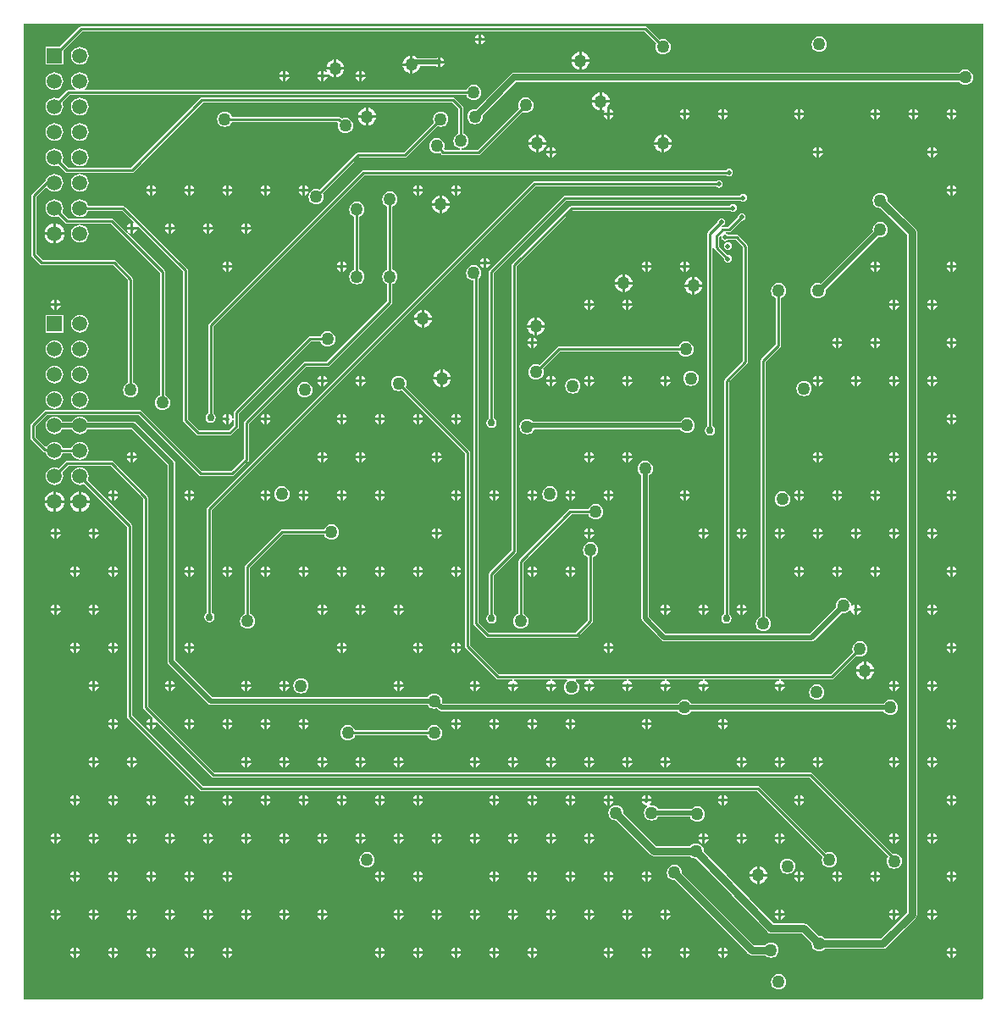
<source format=gbl>
G04*
G04 #@! TF.GenerationSoftware,Altium Limited,Altium Designer,19.1.3 (30)*
G04*
G04 Layer_Physical_Order=4*
G04 Layer_Color=16711680*
%FSLAX25Y25*%
%MOIN*%
G70*
G01*
G75*
%ADD11C,0.01000*%
%ADD53C,0.03000*%
%ADD54C,0.02000*%
%ADD55C,0.02500*%
%ADD57R,0.05906X0.05906*%
%ADD58C,0.05906*%
%ADD59C,0.02000*%
%ADD60C,0.05000*%
%ADD61C,0.03000*%
G36*
X378500Y500D02*
X378000Y0D01*
X1000D01*
Y384000D01*
X378500D01*
Y500D01*
D02*
G37*
%LPC*%
G36*
X181000Y379940D02*
Y378500D01*
X182440D01*
X182384Y378780D01*
X181942Y379442D01*
X181280Y379884D01*
X181000Y379940D01*
D02*
G37*
G36*
X180000D02*
X179720Y379884D01*
X179058Y379442D01*
X178616Y378780D01*
X178560Y378500D01*
X180000D01*
Y379940D01*
D02*
G37*
G36*
X182440Y377500D02*
X181000D01*
Y376060D01*
X181280Y376116D01*
X181942Y376558D01*
X182384Y377220D01*
X182440Y377500D01*
D02*
G37*
G36*
X180000D02*
X178560D01*
X178616Y377220D01*
X179058Y376558D01*
X179720Y376116D01*
X180000Y376060D01*
Y377500D01*
D02*
G37*
G36*
X314000Y379026D02*
X313217Y378923D01*
X312487Y378621D01*
X311860Y378140D01*
X311380Y377513D01*
X311077Y376783D01*
X310974Y376000D01*
X311077Y375217D01*
X311380Y374487D01*
X311860Y373860D01*
X312487Y373379D01*
X313217Y373077D01*
X314000Y372974D01*
X314783Y373077D01*
X315513Y373379D01*
X316140Y373860D01*
X316620Y374487D01*
X316923Y375217D01*
X317026Y376000D01*
X316923Y376783D01*
X316620Y377513D01*
X316140Y378140D01*
X315513Y378621D01*
X314783Y378923D01*
X314000Y379026D01*
D02*
G37*
G36*
X245500Y383020D02*
X23500D01*
X23110Y382942D01*
X22779Y382721D01*
X15011Y374953D01*
X9547D01*
Y368047D01*
X16453D01*
Y373511D01*
X23922Y380980D01*
X245078D01*
X249782Y376276D01*
X249577Y375783D01*
X249474Y375000D01*
X249577Y374217D01*
X249880Y373487D01*
X250360Y372860D01*
X250987Y372379D01*
X251717Y372077D01*
X252500Y371974D01*
X253283Y372077D01*
X254013Y372379D01*
X254640Y372860D01*
X255120Y373487D01*
X255423Y374217D01*
X255526Y375000D01*
X255423Y375783D01*
X255120Y376513D01*
X254640Y377140D01*
X254013Y377621D01*
X253283Y377923D01*
X252500Y378026D01*
X251717Y377923D01*
X251223Y377718D01*
X246221Y382721D01*
X245890Y382942D01*
X245500Y383020D01*
D02*
G37*
G36*
X220500Y372964D02*
Y370000D01*
X223464D01*
X223410Y370414D01*
X223057Y371265D01*
X222496Y371996D01*
X221765Y372557D01*
X220914Y372910D01*
X220500Y372964D01*
D02*
G37*
G36*
X219500D02*
X219086Y372910D01*
X218235Y372557D01*
X217504Y371996D01*
X216943Y371265D01*
X216590Y370414D01*
X216536Y370000D01*
X219500D01*
Y372964D01*
D02*
G37*
G36*
X165000Y370940D02*
Y369500D01*
X166440D01*
X166384Y369780D01*
X165942Y370442D01*
X165280Y370884D01*
X165000Y370940D01*
D02*
G37*
G36*
X153000Y371464D02*
X152586Y371410D01*
X151735Y371057D01*
X151004Y370496D01*
X150443Y369765D01*
X150090Y368914D01*
X150036Y368500D01*
X153000D01*
Y371464D01*
D02*
G37*
G36*
X23000Y374983D02*
X22099Y374864D01*
X21259Y374516D01*
X20538Y373962D01*
X19984Y373241D01*
X19636Y372401D01*
X19517Y371500D01*
X19636Y370599D01*
X19984Y369759D01*
X20538Y369038D01*
X21259Y368484D01*
X22099Y368136D01*
X23000Y368018D01*
X23901Y368136D01*
X24741Y368484D01*
X25462Y369038D01*
X26016Y369759D01*
X26364Y370599D01*
X26482Y371500D01*
X26364Y372401D01*
X26016Y373241D01*
X25462Y373962D01*
X24741Y374516D01*
X23901Y374864D01*
X23000Y374983D01*
D02*
G37*
G36*
X166440Y368500D02*
X165000D01*
Y367060D01*
X165280Y367116D01*
X165942Y367558D01*
X166384Y368220D01*
X166440Y368500D01*
D02*
G37*
G36*
X154000Y371464D02*
Y368000D01*
Y364536D01*
X154414Y364590D01*
X155265Y364943D01*
X155996Y365504D01*
X156557Y366235D01*
X156910Y367086D01*
X156960Y367471D01*
X163189D01*
X163720Y367116D01*
X164000Y367060D01*
Y369000D01*
Y370940D01*
X163720Y370884D01*
X163189Y370529D01*
X155953D01*
X155265Y371057D01*
X154414Y371410D01*
X154000Y371464D01*
D02*
G37*
G36*
X124000Y369964D02*
Y367000D01*
X126964D01*
X126910Y367414D01*
X126557Y368265D01*
X125996Y368996D01*
X125265Y369557D01*
X124414Y369910D01*
X124000Y369964D01*
D02*
G37*
G36*
X123000D02*
X122586Y369910D01*
X121735Y369557D01*
X121004Y368996D01*
X120443Y368265D01*
X120090Y367414D01*
X120036Y367000D01*
X123000D01*
Y369964D01*
D02*
G37*
G36*
X223464Y369000D02*
X220500D01*
Y366036D01*
X220914Y366090D01*
X221765Y366443D01*
X222496Y367004D01*
X223057Y367735D01*
X223410Y368586D01*
X223464Y369000D01*
D02*
G37*
G36*
X219500D02*
X216536D01*
X216590Y368586D01*
X216943Y367735D01*
X217504Y367004D01*
X218235Y366443D01*
X219086Y366090D01*
X219500Y366036D01*
Y369000D01*
D02*
G37*
G36*
X123000Y366000D02*
X120036D01*
X120090Y365586D01*
X120171Y365390D01*
X119767Y365058D01*
X119280Y365384D01*
X119000Y365440D01*
Y364000D01*
X120708D01*
X120930Y364101D01*
X121004Y364004D01*
X121735Y363443D01*
X122586Y363090D01*
X123000Y363036D01*
Y366000D01*
D02*
G37*
G36*
X153000Y367500D02*
X150036D01*
X150090Y367086D01*
X150443Y366235D01*
X151004Y365504D01*
X151735Y364943D01*
X152586Y364590D01*
X153000Y364536D01*
Y367500D01*
D02*
G37*
G36*
X134000Y365440D02*
Y364000D01*
X135440D01*
X135384Y364280D01*
X134942Y364942D01*
X134280Y365384D01*
X134000Y365440D01*
D02*
G37*
G36*
X133000D02*
X132720Y365384D01*
X132058Y364942D01*
X131616Y364280D01*
X131560Y364000D01*
X133000D01*
Y365440D01*
D02*
G37*
G36*
X118000D02*
X117720Y365384D01*
X117058Y364942D01*
X116616Y364280D01*
X116560Y364000D01*
X118000D01*
Y365440D01*
D02*
G37*
G36*
X104000D02*
Y364000D01*
X105440D01*
X105384Y364280D01*
X104942Y364942D01*
X104280Y365384D01*
X104000Y365440D01*
D02*
G37*
G36*
X103000D02*
X102720Y365384D01*
X102058Y364942D01*
X101616Y364280D01*
X101560Y364000D01*
X103000D01*
Y365440D01*
D02*
G37*
G36*
X126964Y366000D02*
X124000D01*
Y363036D01*
X124414Y363090D01*
X125265Y363443D01*
X125996Y364004D01*
X126557Y364735D01*
X126910Y365586D01*
X126964Y366000D01*
D02*
G37*
G36*
X135440Y363000D02*
X134000D01*
Y361560D01*
X134280Y361616D01*
X134942Y362058D01*
X135384Y362720D01*
X135440Y363000D01*
D02*
G37*
G36*
X133000D02*
X131560D01*
X131616Y362720D01*
X132058Y362058D01*
X132720Y361616D01*
X133000Y361560D01*
Y363000D01*
D02*
G37*
G36*
X120440D02*
X119000D01*
Y361560D01*
X119280Y361616D01*
X119942Y362058D01*
X120384Y362720D01*
X120440Y363000D01*
D02*
G37*
G36*
X118000D02*
X116560D01*
X116616Y362720D01*
X117058Y362058D01*
X117720Y361616D01*
X118000Y361560D01*
Y363000D01*
D02*
G37*
G36*
X105440D02*
X104000D01*
Y361560D01*
X104280Y361616D01*
X104942Y362058D01*
X105384Y362720D01*
X105440Y363000D01*
D02*
G37*
G36*
X103000D02*
X101560D01*
X101616Y362720D01*
X102058Y362058D01*
X102720Y361616D01*
X103000Y361560D01*
Y363000D01*
D02*
G37*
G36*
X371500Y366026D02*
X370717Y365923D01*
X369987Y365620D01*
X369360Y365140D01*
X369088Y364784D01*
X194000D01*
X193317Y364649D01*
X192738Y364262D01*
X178944Y350467D01*
X178500Y350526D01*
X177717Y350423D01*
X176987Y350120D01*
X176360Y349640D01*
X175880Y349013D01*
X175577Y348283D01*
X175474Y347500D01*
X175577Y346717D01*
X175880Y345987D01*
X176360Y345360D01*
X176987Y344880D01*
X177717Y344577D01*
X178500Y344474D01*
X179283Y344577D01*
X180013Y344880D01*
X180640Y345360D01*
X181121Y345987D01*
X181423Y346717D01*
X181526Y347500D01*
X181467Y347944D01*
X194739Y361216D01*
X369088D01*
X369360Y360860D01*
X369987Y360380D01*
X370717Y360077D01*
X371500Y359974D01*
X372283Y360077D01*
X373013Y360380D01*
X373640Y360860D01*
X374120Y361487D01*
X374423Y362217D01*
X374526Y363000D01*
X374423Y363783D01*
X374120Y364513D01*
X373640Y365140D01*
X373013Y365620D01*
X372283Y365923D01*
X371500Y366026D01*
D02*
G37*
G36*
X13000Y364983D02*
X12099Y364864D01*
X11259Y364516D01*
X10537Y363963D01*
X9984Y363241D01*
X9636Y362401D01*
X9517Y361500D01*
X9636Y360599D01*
X9984Y359759D01*
X10537Y359037D01*
X11259Y358484D01*
X12099Y358136D01*
X13000Y358017D01*
X13901Y358136D01*
X14741Y358484D01*
X15462Y359037D01*
X16016Y359759D01*
X16364Y360599D01*
X16483Y361500D01*
X16364Y362401D01*
X16016Y363241D01*
X15462Y363963D01*
X14741Y364516D01*
X13901Y364864D01*
X13000Y364983D01*
D02*
G37*
G36*
X228500Y356964D02*
Y354000D01*
X231464D01*
X231410Y354414D01*
X231057Y355265D01*
X230496Y355996D01*
X229765Y356557D01*
X228914Y356910D01*
X228500Y356964D01*
D02*
G37*
G36*
X227500D02*
X227086Y356910D01*
X226235Y356557D01*
X225504Y355996D01*
X224943Y355265D01*
X224590Y354414D01*
X224536Y354000D01*
X227500D01*
Y356964D01*
D02*
G37*
G36*
X23000Y364983D02*
X22099Y364864D01*
X21259Y364516D01*
X20538Y363963D01*
X19984Y363241D01*
X19636Y362401D01*
X19517Y361500D01*
X19636Y360599D01*
X19984Y359759D01*
X20538Y359037D01*
X21212Y358520D01*
X21211Y358364D01*
X21073Y358020D01*
X18500D01*
X18110Y357942D01*
X17779Y357721D01*
X14623Y354565D01*
X13901Y354864D01*
X13000Y354982D01*
X12099Y354864D01*
X11259Y354516D01*
X10537Y353962D01*
X9984Y353241D01*
X9636Y352401D01*
X9517Y351500D01*
X9636Y350599D01*
X9984Y349759D01*
X10537Y349038D01*
X11259Y348484D01*
X12099Y348136D01*
X13000Y348018D01*
X13901Y348136D01*
X14741Y348484D01*
X15462Y349038D01*
X16016Y349759D01*
X16364Y350599D01*
X16483Y351500D01*
X16364Y352401D01*
X16065Y353123D01*
X18922Y355980D01*
X175175D01*
X175380Y355487D01*
X175860Y354860D01*
X176487Y354380D01*
X177217Y354077D01*
X178000Y353974D01*
X178783Y354077D01*
X179513Y354380D01*
X180140Y354860D01*
X180621Y355487D01*
X180923Y356217D01*
X181026Y357000D01*
X180923Y357783D01*
X180621Y358513D01*
X180140Y359140D01*
X179513Y359620D01*
X178783Y359923D01*
X178000Y360026D01*
X177217Y359923D01*
X176487Y359620D01*
X175860Y359140D01*
X175380Y358513D01*
X175175Y358020D01*
X24927D01*
X24789Y358364D01*
X24788Y358520D01*
X25462Y359037D01*
X26016Y359759D01*
X26364Y360599D01*
X26482Y361500D01*
X26364Y362401D01*
X26016Y363241D01*
X25462Y363963D01*
X24741Y364516D01*
X23901Y364864D01*
X23000Y364983D01*
D02*
G37*
G36*
X227500Y353000D02*
X224536D01*
X224590Y352586D01*
X224943Y351735D01*
X225504Y351004D01*
X226235Y350443D01*
X227086Y350090D01*
X227500Y350036D01*
Y353000D01*
D02*
G37*
G36*
X366500Y350440D02*
Y349000D01*
X367940D01*
X367884Y349280D01*
X367442Y349942D01*
X366780Y350384D01*
X366500Y350440D01*
D02*
G37*
G36*
X365500D02*
X365220Y350384D01*
X364558Y349942D01*
X364116Y349280D01*
X364060Y349000D01*
X365500D01*
Y350440D01*
D02*
G37*
G36*
X351500D02*
Y349000D01*
X352940D01*
X352884Y349280D01*
X352442Y349942D01*
X351780Y350384D01*
X351500Y350440D01*
D02*
G37*
G36*
X350500D02*
X350220Y350384D01*
X349558Y349942D01*
X349116Y349280D01*
X349060Y349000D01*
X350500D01*
Y350440D01*
D02*
G37*
G36*
X336500D02*
Y349000D01*
X337940D01*
X337884Y349280D01*
X337442Y349942D01*
X336780Y350384D01*
X336500Y350440D01*
D02*
G37*
G36*
X335500D02*
X335220Y350384D01*
X334558Y349942D01*
X334116Y349280D01*
X334060Y349000D01*
X335500D01*
Y350440D01*
D02*
G37*
G36*
X306500D02*
Y349000D01*
X307940D01*
X307884Y349280D01*
X307442Y349942D01*
X306780Y350384D01*
X306500Y350440D01*
D02*
G37*
G36*
X305500D02*
X305220Y350384D01*
X304558Y349942D01*
X304116Y349280D01*
X304060Y349000D01*
X305500D01*
Y350440D01*
D02*
G37*
G36*
X276500D02*
Y349000D01*
X277940D01*
X277884Y349280D01*
X277442Y349942D01*
X276780Y350384D01*
X276500Y350440D01*
D02*
G37*
G36*
X275500D02*
X275220Y350384D01*
X274558Y349942D01*
X274116Y349280D01*
X274060Y349000D01*
X275500D01*
Y350440D01*
D02*
G37*
G36*
X261500D02*
Y349000D01*
X262940D01*
X262884Y349280D01*
X262442Y349942D01*
X261780Y350384D01*
X261500Y350440D01*
D02*
G37*
G36*
X260500D02*
X260220Y350384D01*
X259558Y349942D01*
X259116Y349280D01*
X259060Y349000D01*
X260500D01*
Y350440D01*
D02*
G37*
G36*
X231500D02*
Y349000D01*
X232940D01*
X232884Y349280D01*
X232442Y349942D01*
X231780Y350384D01*
X231500Y350440D01*
D02*
G37*
G36*
X231464Y353000D02*
X228500D01*
Y350036D01*
X228914Y350090D01*
X229110Y350171D01*
X229442Y349767D01*
X229116Y349280D01*
X229060Y349000D01*
X230500D01*
Y350708D01*
X230399Y350929D01*
X230496Y351004D01*
X231057Y351735D01*
X231410Y352586D01*
X231464Y353000D01*
D02*
G37*
G36*
X23000Y354982D02*
X22099Y354864D01*
X21259Y354516D01*
X20538Y353962D01*
X19984Y353241D01*
X19636Y352401D01*
X19517Y351500D01*
X19636Y350599D01*
X19984Y349759D01*
X20538Y349038D01*
X21259Y348484D01*
X22099Y348136D01*
X23000Y348018D01*
X23901Y348136D01*
X24741Y348484D01*
X25462Y349038D01*
X26016Y349759D01*
X26364Y350599D01*
X26482Y351500D01*
X26364Y352401D01*
X26016Y353241D01*
X25462Y353962D01*
X24741Y354516D01*
X23901Y354864D01*
X23000Y354982D01*
D02*
G37*
G36*
X136500Y350964D02*
Y348000D01*
X139464D01*
X139410Y348414D01*
X139057Y349265D01*
X138496Y349996D01*
X137765Y350557D01*
X136914Y350910D01*
X136500Y350964D01*
D02*
G37*
G36*
X135500D02*
X135086Y350910D01*
X134235Y350557D01*
X133504Y349996D01*
X132943Y349265D01*
X132590Y348414D01*
X132536Y348000D01*
X135500D01*
Y350964D01*
D02*
G37*
G36*
X367940Y348000D02*
X366500D01*
Y346560D01*
X366780Y346616D01*
X367442Y347058D01*
X367884Y347720D01*
X367940Y348000D01*
D02*
G37*
G36*
X365500D02*
X364060D01*
X364116Y347720D01*
X364558Y347058D01*
X365220Y346616D01*
X365500Y346560D01*
Y348000D01*
D02*
G37*
G36*
X352940D02*
X351500D01*
Y346560D01*
X351780Y346616D01*
X352442Y347058D01*
X352884Y347720D01*
X352940Y348000D01*
D02*
G37*
G36*
X350500D02*
X349060D01*
X349116Y347720D01*
X349558Y347058D01*
X350220Y346616D01*
X350500Y346560D01*
Y348000D01*
D02*
G37*
G36*
X337940D02*
X336500D01*
Y346560D01*
X336780Y346616D01*
X337442Y347058D01*
X337884Y347720D01*
X337940Y348000D01*
D02*
G37*
G36*
X335500D02*
X334060D01*
X334116Y347720D01*
X334558Y347058D01*
X335220Y346616D01*
X335500Y346560D01*
Y348000D01*
D02*
G37*
G36*
X307940D02*
X306500D01*
Y346560D01*
X306780Y346616D01*
X307442Y347058D01*
X307884Y347720D01*
X307940Y348000D01*
D02*
G37*
G36*
X305500D02*
X304060D01*
X304116Y347720D01*
X304558Y347058D01*
X305220Y346616D01*
X305500Y346560D01*
Y348000D01*
D02*
G37*
G36*
X277940D02*
X276500D01*
Y346560D01*
X276780Y346616D01*
X277442Y347058D01*
X277884Y347720D01*
X277940Y348000D01*
D02*
G37*
G36*
X275500D02*
X274060D01*
X274116Y347720D01*
X274558Y347058D01*
X275220Y346616D01*
X275500Y346560D01*
Y348000D01*
D02*
G37*
G36*
X262940D02*
X261500D01*
Y346560D01*
X261780Y346616D01*
X262442Y347058D01*
X262884Y347720D01*
X262940Y348000D01*
D02*
G37*
G36*
X260500D02*
X259060D01*
X259116Y347720D01*
X259558Y347058D01*
X260220Y346616D01*
X260500Y346560D01*
Y348000D01*
D02*
G37*
G36*
X232940D02*
X231500D01*
Y346560D01*
X231780Y346616D01*
X232442Y347058D01*
X232884Y347720D01*
X232940Y348000D01*
D02*
G37*
G36*
X230500D02*
X229060D01*
X229116Y347720D01*
X229558Y347058D01*
X230220Y346616D01*
X230500Y346560D01*
Y348000D01*
D02*
G37*
G36*
X139464Y347000D02*
X136500D01*
Y344036D01*
X136914Y344090D01*
X137765Y344443D01*
X138496Y345004D01*
X139057Y345735D01*
X139410Y346586D01*
X139464Y347000D01*
D02*
G37*
G36*
X135500D02*
X132536D01*
X132590Y346586D01*
X132943Y345735D01*
X133504Y345004D01*
X134235Y344443D01*
X135086Y344090D01*
X135500Y344036D01*
Y347000D01*
D02*
G37*
G36*
X165000Y349526D02*
X164217Y349423D01*
X163487Y349120D01*
X162860Y348640D01*
X162380Y348013D01*
X162077Y347283D01*
X161974Y346500D01*
X162077Y345717D01*
X162282Y345223D01*
X150578Y333520D01*
X132500D01*
X132110Y333442D01*
X131779Y333221D01*
X117277Y318718D01*
X116783Y318923D01*
X116000Y319026D01*
X115217Y318923D01*
X114487Y318620D01*
X113860Y318140D01*
X113380Y317513D01*
X113077Y316783D01*
X112974Y316000D01*
X113077Y315217D01*
X113380Y314487D01*
X113860Y313860D01*
X114487Y313380D01*
X115217Y313077D01*
X116000Y312974D01*
X116783Y313077D01*
X117513Y313380D01*
X118140Y313860D01*
X118621Y314487D01*
X118923Y315217D01*
X119026Y316000D01*
X118923Y316783D01*
X118718Y317277D01*
X132922Y331480D01*
X151000D01*
X151390Y331558D01*
X151721Y331779D01*
X163724Y343782D01*
X164217Y343577D01*
X165000Y343474D01*
X165783Y343577D01*
X166513Y343880D01*
X167140Y344360D01*
X167621Y344987D01*
X167923Y345717D01*
X168026Y346500D01*
X167923Y347283D01*
X167621Y348013D01*
X167140Y348640D01*
X166513Y349120D01*
X165783Y349423D01*
X165000Y349526D01*
D02*
G37*
G36*
X80000D02*
X79217Y349423D01*
X78487Y349120D01*
X77860Y348640D01*
X77380Y348013D01*
X77077Y347283D01*
X76974Y346500D01*
X77077Y345717D01*
X77380Y344987D01*
X77860Y344360D01*
X78487Y343880D01*
X79217Y343577D01*
X80000Y343474D01*
X80783Y343577D01*
X81513Y343880D01*
X82140Y344360D01*
X82621Y344987D01*
X82825Y345480D01*
X124332D01*
X124676Y345021D01*
X124577Y344783D01*
X124474Y344000D01*
X124577Y343217D01*
X124880Y342487D01*
X125360Y341860D01*
X125987Y341379D01*
X126717Y341077D01*
X127500Y340974D01*
X128283Y341077D01*
X129013Y341379D01*
X129640Y341860D01*
X130121Y342487D01*
X130423Y343217D01*
X130526Y344000D01*
X130423Y344783D01*
X130121Y345513D01*
X129640Y346140D01*
X129013Y346620D01*
X128283Y346923D01*
X127500Y347026D01*
X126717Y346923D01*
X126224Y346718D01*
X125721Y347221D01*
X125390Y347442D01*
X125000Y347520D01*
X82825D01*
X82621Y348013D01*
X82140Y348640D01*
X81513Y349120D01*
X80783Y349423D01*
X80000Y349526D01*
D02*
G37*
G36*
X23000Y344983D02*
X22099Y344864D01*
X21259Y344516D01*
X20538Y343963D01*
X19984Y343241D01*
X19636Y342401D01*
X19517Y341500D01*
X19636Y340599D01*
X19984Y339759D01*
X20538Y339037D01*
X21259Y338484D01*
X22099Y338136D01*
X23000Y338018D01*
X23901Y338136D01*
X24741Y338484D01*
X25462Y339037D01*
X26016Y339759D01*
X26364Y340599D01*
X26482Y341500D01*
X26364Y342401D01*
X26016Y343241D01*
X25462Y343963D01*
X24741Y344516D01*
X23901Y344864D01*
X23000Y344983D01*
D02*
G37*
G36*
X13000D02*
X12099Y344864D01*
X11259Y344516D01*
X10537Y343963D01*
X9984Y343241D01*
X9636Y342401D01*
X9517Y341500D01*
X9636Y340599D01*
X9984Y339759D01*
X10537Y339037D01*
X11259Y338484D01*
X12099Y338136D01*
X13000Y338018D01*
X13901Y338136D01*
X14741Y338484D01*
X15462Y339037D01*
X16016Y339759D01*
X16364Y340599D01*
X16483Y341500D01*
X16364Y342401D01*
X16016Y343241D01*
X15462Y343963D01*
X14741Y344516D01*
X13901Y344864D01*
X13000Y344983D01*
D02*
G37*
G36*
X253000Y340464D02*
Y337500D01*
X255964D01*
X255910Y337914D01*
X255557Y338765D01*
X254996Y339496D01*
X254265Y340057D01*
X253414Y340410D01*
X253000Y340464D01*
D02*
G37*
G36*
X252000D02*
X251586Y340410D01*
X250735Y340057D01*
X250004Y339496D01*
X249443Y338765D01*
X249090Y337914D01*
X249036Y337500D01*
X252000D01*
Y340464D01*
D02*
G37*
G36*
X203500D02*
Y337500D01*
X206464D01*
X206410Y337914D01*
X206057Y338765D01*
X205496Y339496D01*
X204765Y340057D01*
X203914Y340410D01*
X203500Y340464D01*
D02*
G37*
G36*
X202500D02*
X202086Y340410D01*
X201235Y340057D01*
X200504Y339496D01*
X199943Y338765D01*
X199590Y337914D01*
X199536Y337500D01*
X202500D01*
Y340464D01*
D02*
G37*
G36*
X198500Y355026D02*
X197717Y354923D01*
X196987Y354621D01*
X196360Y354140D01*
X195879Y353513D01*
X195577Y352783D01*
X195474Y352000D01*
X195577Y351217D01*
X195782Y350724D01*
X179578Y334520D01*
X173378D01*
X173345Y335020D01*
X173783Y335077D01*
X174513Y335380D01*
X175140Y335860D01*
X175620Y336487D01*
X175923Y337217D01*
X176026Y338000D01*
X175923Y338783D01*
X175620Y339513D01*
X175140Y340140D01*
X174513Y340620D01*
X174020Y340825D01*
Y351000D01*
X173942Y351390D01*
X173721Y351721D01*
X170721Y354721D01*
X170390Y354942D01*
X170000Y355020D01*
X71000D01*
X70610Y354942D01*
X70279Y354721D01*
X43078Y327520D01*
X18422D01*
X16065Y329877D01*
X16364Y330599D01*
X16483Y331500D01*
X16364Y332401D01*
X16016Y333241D01*
X15462Y333962D01*
X14741Y334516D01*
X13901Y334864D01*
X13000Y334982D01*
X12099Y334864D01*
X11259Y334516D01*
X10537Y333962D01*
X9984Y333241D01*
X9636Y332401D01*
X9517Y331500D01*
X9636Y330599D01*
X9984Y329759D01*
X10537Y329037D01*
X11259Y328484D01*
X12099Y328136D01*
X13000Y328017D01*
X13901Y328136D01*
X14623Y328435D01*
X17279Y325779D01*
X17610Y325558D01*
X18000Y325480D01*
X43500D01*
X43890Y325558D01*
X44221Y325779D01*
X71422Y352980D01*
X169578D01*
X171980Y350578D01*
Y340825D01*
X171487Y340620D01*
X170860Y340140D01*
X170379Y339513D01*
X170077Y338783D01*
X169974Y338000D01*
X170077Y337217D01*
X170379Y336487D01*
X170860Y335860D01*
X171487Y335380D01*
X172217Y335077D01*
X172654Y335020D01*
X172622Y334520D01*
X166668D01*
X166324Y334979D01*
X166423Y335217D01*
X166526Y336000D01*
X166423Y336783D01*
X166121Y337513D01*
X165640Y338140D01*
X165013Y338620D01*
X164283Y338923D01*
X163500Y339026D01*
X162717Y338923D01*
X161987Y338620D01*
X161360Y338140D01*
X160880Y337513D01*
X160577Y336783D01*
X160474Y336000D01*
X160577Y335217D01*
X160880Y334487D01*
X161360Y333860D01*
X161987Y333380D01*
X162717Y333077D01*
X163500Y332974D01*
X164283Y333077D01*
X164777Y333282D01*
X165279Y332779D01*
X165610Y332558D01*
X166000Y332480D01*
X180000D01*
X180390Y332558D01*
X180721Y332779D01*
X197223Y349282D01*
X197717Y349077D01*
X198500Y348974D01*
X199283Y349077D01*
X200013Y349379D01*
X200640Y349860D01*
X201120Y350487D01*
X201423Y351217D01*
X201526Y352000D01*
X201423Y352783D01*
X201120Y353513D01*
X200640Y354140D01*
X200013Y354621D01*
X199283Y354923D01*
X198500Y355026D01*
D02*
G37*
G36*
X359000Y335440D02*
Y334000D01*
X360440D01*
X360384Y334280D01*
X359942Y334942D01*
X359280Y335384D01*
X359000Y335440D01*
D02*
G37*
G36*
X358000D02*
X357720Y335384D01*
X357058Y334942D01*
X356616Y334280D01*
X356560Y334000D01*
X358000D01*
Y335440D01*
D02*
G37*
G36*
X314000D02*
Y334000D01*
X315440D01*
X315384Y334280D01*
X314942Y334942D01*
X314280Y335384D01*
X314000Y335440D01*
D02*
G37*
G36*
X313000D02*
X312720Y335384D01*
X312058Y334942D01*
X311616Y334280D01*
X311560Y334000D01*
X313000D01*
Y335440D01*
D02*
G37*
G36*
X209000D02*
Y334000D01*
X210440D01*
X210384Y334280D01*
X209942Y334942D01*
X209280Y335384D01*
X209000Y335440D01*
D02*
G37*
G36*
X208000D02*
X207720Y335384D01*
X207058Y334942D01*
X206616Y334280D01*
X206560Y334000D01*
X208000D01*
Y335440D01*
D02*
G37*
G36*
X255964Y336500D02*
X253000D01*
Y333536D01*
X253414Y333590D01*
X254265Y333943D01*
X254996Y334504D01*
X255557Y335235D01*
X255910Y336086D01*
X255964Y336500D01*
D02*
G37*
G36*
X252000D02*
X249036D01*
X249090Y336086D01*
X249443Y335235D01*
X250004Y334504D01*
X250735Y333943D01*
X251586Y333590D01*
X252000Y333536D01*
Y336500D01*
D02*
G37*
G36*
X206464D02*
X203500D01*
Y333536D01*
X203914Y333590D01*
X204765Y333943D01*
X205496Y334504D01*
X206057Y335235D01*
X206410Y336086D01*
X206464Y336500D01*
D02*
G37*
G36*
X202500D02*
X199536D01*
X199590Y336086D01*
X199943Y335235D01*
X200504Y334504D01*
X201235Y333943D01*
X202086Y333590D01*
X202500Y333536D01*
Y336500D01*
D02*
G37*
G36*
X360440Y333000D02*
X359000D01*
Y331560D01*
X359280Y331616D01*
X359942Y332058D01*
X360384Y332720D01*
X360440Y333000D01*
D02*
G37*
G36*
X358000D02*
X356560D01*
X356616Y332720D01*
X357058Y332058D01*
X357720Y331616D01*
X358000Y331560D01*
Y333000D01*
D02*
G37*
G36*
X315440D02*
X314000D01*
Y331560D01*
X314280Y331616D01*
X314942Y332058D01*
X315384Y332720D01*
X315440Y333000D01*
D02*
G37*
G36*
X313000D02*
X311560D01*
X311616Y332720D01*
X312058Y332058D01*
X312720Y331616D01*
X313000Y331560D01*
Y333000D01*
D02*
G37*
G36*
X210440D02*
X209000D01*
Y331560D01*
X209280Y331616D01*
X209942Y332058D01*
X210384Y332720D01*
X210440Y333000D01*
D02*
G37*
G36*
X208000D02*
X206560D01*
X206616Y332720D01*
X207058Y332058D01*
X207720Y331616D01*
X208000Y331560D01*
Y333000D01*
D02*
G37*
G36*
X23000Y334982D02*
X22099Y334864D01*
X21259Y334516D01*
X20538Y333962D01*
X19984Y333241D01*
X19636Y332401D01*
X19517Y331500D01*
X19636Y330599D01*
X19984Y329759D01*
X20538Y329037D01*
X21259Y328484D01*
X22099Y328136D01*
X23000Y328017D01*
X23901Y328136D01*
X24741Y328484D01*
X25462Y329037D01*
X26016Y329759D01*
X26364Y330599D01*
X26482Y331500D01*
X26364Y332401D01*
X26016Y333241D01*
X25462Y333962D01*
X24741Y334516D01*
X23901Y334864D01*
X23000Y334982D01*
D02*
G37*
G36*
X278500Y327029D02*
X277915Y326913D01*
X277418Y326581D01*
X277377Y326520D01*
X134500D01*
X134110Y326442D01*
X133779Y326221D01*
X73779Y266221D01*
X73558Y265890D01*
X73480Y265500D01*
Y230724D01*
X73058Y230442D01*
X72616Y229780D01*
X72461Y229000D01*
X72616Y228220D01*
X73058Y227558D01*
X73720Y227116D01*
X74500Y226961D01*
X75280Y227116D01*
X75942Y227558D01*
X76384Y228220D01*
X76539Y229000D01*
X76384Y229780D01*
X75942Y230442D01*
X75520Y230724D01*
Y265078D01*
X134922Y324480D01*
X277377D01*
X277418Y324419D01*
X277915Y324087D01*
X278500Y323971D01*
X279085Y324087D01*
X279581Y324419D01*
X279913Y324915D01*
X280029Y325500D01*
X279913Y326085D01*
X279581Y326581D01*
X279085Y326913D01*
X278500Y327029D01*
D02*
G37*
G36*
X274500Y322529D02*
X273915Y322413D01*
X273418Y322081D01*
X273377Y322020D01*
X202000D01*
X201610Y321942D01*
X201279Y321721D01*
X73279Y193721D01*
X73058Y193390D01*
X72980Y193000D01*
Y152224D01*
X72558Y151942D01*
X72116Y151280D01*
X71961Y150500D01*
X72116Y149720D01*
X72558Y149058D01*
X73220Y148616D01*
X74000Y148461D01*
X74780Y148616D01*
X75442Y149058D01*
X75884Y149720D01*
X76039Y150500D01*
X75884Y151280D01*
X75442Y151942D01*
X75020Y152224D01*
Y192578D01*
X202422Y319980D01*
X273377D01*
X273418Y319919D01*
X273915Y319587D01*
X274500Y319471D01*
X275085Y319587D01*
X275581Y319919D01*
X275913Y320415D01*
X276029Y321000D01*
X275913Y321585D01*
X275581Y322081D01*
X275085Y322413D01*
X274500Y322529D01*
D02*
G37*
G36*
X366500Y320440D02*
Y319000D01*
X367940D01*
X367884Y319280D01*
X367442Y319942D01*
X366780Y320384D01*
X366500Y320440D01*
D02*
G37*
G36*
X365500D02*
X365220Y320384D01*
X364558Y319942D01*
X364116Y319280D01*
X364060Y319000D01*
X365500D01*
Y320440D01*
D02*
G37*
G36*
X171500D02*
Y319000D01*
X172940D01*
X172884Y319280D01*
X172442Y319942D01*
X171780Y320384D01*
X171500Y320440D01*
D02*
G37*
G36*
X170500D02*
X170220Y320384D01*
X169558Y319942D01*
X169116Y319280D01*
X169060Y319000D01*
X170500D01*
Y320440D01*
D02*
G37*
G36*
X156500D02*
Y319000D01*
X157940D01*
X157884Y319280D01*
X157442Y319942D01*
X156780Y320384D01*
X156500Y320440D01*
D02*
G37*
G36*
X155500D02*
X155220Y320384D01*
X154558Y319942D01*
X154116Y319280D01*
X154060Y319000D01*
X155500D01*
Y320440D01*
D02*
G37*
G36*
X111500D02*
Y319000D01*
X112940D01*
X112884Y319280D01*
X112442Y319942D01*
X111780Y320384D01*
X111500Y320440D01*
D02*
G37*
G36*
X110500D02*
X110220Y320384D01*
X109558Y319942D01*
X109116Y319280D01*
X109060Y319000D01*
X110500D01*
Y320440D01*
D02*
G37*
G36*
X96500D02*
Y319000D01*
X97940D01*
X97884Y319280D01*
X97442Y319942D01*
X96780Y320384D01*
X96500Y320440D01*
D02*
G37*
G36*
X95500D02*
X95220Y320384D01*
X94558Y319942D01*
X94116Y319280D01*
X94060Y319000D01*
X95500D01*
Y320440D01*
D02*
G37*
G36*
X81500D02*
Y319000D01*
X82940D01*
X82884Y319280D01*
X82442Y319942D01*
X81780Y320384D01*
X81500Y320440D01*
D02*
G37*
G36*
X80500D02*
X80220Y320384D01*
X79558Y319942D01*
X79116Y319280D01*
X79060Y319000D01*
X80500D01*
Y320440D01*
D02*
G37*
G36*
X66500D02*
Y319000D01*
X67940D01*
X67884Y319280D01*
X67442Y319942D01*
X66780Y320384D01*
X66500Y320440D01*
D02*
G37*
G36*
X65500D02*
X65220Y320384D01*
X64558Y319942D01*
X64116Y319280D01*
X64060Y319000D01*
X65500D01*
Y320440D01*
D02*
G37*
G36*
X51500D02*
Y319000D01*
X52940D01*
X52884Y319280D01*
X52442Y319942D01*
X51780Y320384D01*
X51500Y320440D01*
D02*
G37*
G36*
X50500D02*
X50220Y320384D01*
X49558Y319942D01*
X49116Y319280D01*
X49060Y319000D01*
X50500D01*
Y320440D01*
D02*
G37*
G36*
X23000Y324983D02*
X22099Y324864D01*
X21259Y324516D01*
X20538Y323962D01*
X19984Y323241D01*
X19636Y322401D01*
X19517Y321500D01*
X19636Y320599D01*
X19984Y319759D01*
X20538Y319038D01*
X21259Y318484D01*
X22099Y318136D01*
X23000Y318018D01*
X23901Y318136D01*
X24741Y318484D01*
X25462Y319038D01*
X26016Y319759D01*
X26364Y320599D01*
X26482Y321500D01*
X26364Y322401D01*
X26016Y323241D01*
X25462Y323962D01*
X24741Y324516D01*
X23901Y324864D01*
X23000Y324983D01*
D02*
G37*
G36*
X13000D02*
X12099Y324864D01*
X11259Y324516D01*
X10537Y323962D01*
X9984Y323241D01*
X9657Y322451D01*
X9610Y322442D01*
X9279Y322221D01*
X4279Y317221D01*
X4058Y316890D01*
X3980Y316500D01*
Y293000D01*
X4058Y292610D01*
X4279Y292279D01*
X7279Y289279D01*
X7610Y289058D01*
X8000Y288980D01*
X36078D01*
X41980Y283078D01*
Y242825D01*
X41487Y242620D01*
X40860Y242140D01*
X40380Y241513D01*
X40077Y240783D01*
X39974Y240000D01*
X40077Y239217D01*
X40380Y238487D01*
X40860Y237860D01*
X41487Y237380D01*
X42217Y237077D01*
X43000Y236974D01*
X43783Y237077D01*
X44513Y237380D01*
X45140Y237860D01*
X45621Y238487D01*
X45923Y239217D01*
X46026Y240000D01*
X45923Y240783D01*
X45621Y241513D01*
X45140Y242140D01*
X44513Y242620D01*
X44020Y242825D01*
Y283500D01*
X43942Y283890D01*
X43721Y284221D01*
X37221Y290721D01*
X36890Y290942D01*
X36500Y291020D01*
X8422D01*
X6020Y293422D01*
Y316078D01*
X9547Y319605D01*
X10168Y319519D01*
X10537Y319038D01*
X11259Y318484D01*
X12099Y318136D01*
X13000Y318018D01*
X13901Y318136D01*
X14741Y318484D01*
X15462Y319038D01*
X16016Y319759D01*
X16364Y320599D01*
X16483Y321500D01*
X16364Y322401D01*
X16016Y323241D01*
X15462Y323962D01*
X14741Y324516D01*
X13901Y324864D01*
X13000Y324983D01*
D02*
G37*
G36*
X157940Y318000D02*
X156500D01*
Y316560D01*
X156780Y316616D01*
X157442Y317058D01*
X157884Y317720D01*
X157940Y318000D01*
D02*
G37*
G36*
X155500D02*
X154060D01*
X154116Y317720D01*
X154558Y317058D01*
X155220Y316616D01*
X155500Y316560D01*
Y318000D01*
D02*
G37*
G36*
X112940D02*
X111500D01*
Y316560D01*
X111780Y316616D01*
X112442Y317058D01*
X112884Y317720D01*
X112940Y318000D01*
D02*
G37*
G36*
X110500D02*
X109060D01*
X109116Y317720D01*
X109558Y317058D01*
X110220Y316616D01*
X110500Y316560D01*
Y318000D01*
D02*
G37*
G36*
X97940D02*
X96500D01*
Y316560D01*
X96780Y316616D01*
X97442Y317058D01*
X97884Y317720D01*
X97940Y318000D01*
D02*
G37*
G36*
X95500D02*
X94060D01*
X94116Y317720D01*
X94558Y317058D01*
X95220Y316616D01*
X95500Y316560D01*
Y318000D01*
D02*
G37*
G36*
X82940D02*
X81500D01*
Y316560D01*
X81780Y316616D01*
X82442Y317058D01*
X82884Y317720D01*
X82940Y318000D01*
D02*
G37*
G36*
X80500D02*
X79060D01*
X79116Y317720D01*
X79558Y317058D01*
X80220Y316616D01*
X80500Y316560D01*
Y318000D01*
D02*
G37*
G36*
X67940D02*
X66500D01*
Y316560D01*
X66780Y316616D01*
X67442Y317058D01*
X67884Y317720D01*
X67940Y318000D01*
D02*
G37*
G36*
X65500D02*
X64060D01*
X64116Y317720D01*
X64558Y317058D01*
X65220Y316616D01*
X65500Y316560D01*
Y318000D01*
D02*
G37*
G36*
X52940D02*
X51500D01*
Y316560D01*
X51780Y316616D01*
X52442Y317058D01*
X52884Y317720D01*
X52940Y318000D01*
D02*
G37*
G36*
X50500D02*
X49060D01*
X49116Y317720D01*
X49558Y317058D01*
X50220Y316616D01*
X50500Y316560D01*
Y318000D01*
D02*
G37*
G36*
X367940D02*
X366500D01*
Y316560D01*
X366780Y316616D01*
X367442Y317058D01*
X367884Y317720D01*
X367940Y318000D01*
D02*
G37*
G36*
X365500D02*
X364060D01*
X364116Y317720D01*
X364558Y317058D01*
X365220Y316616D01*
X365500Y316560D01*
Y318000D01*
D02*
G37*
G36*
X172940D02*
X171500D01*
Y316560D01*
X171780Y316616D01*
X172442Y317058D01*
X172884Y317720D01*
X172940Y318000D01*
D02*
G37*
G36*
X170500D02*
X169060D01*
X169116Y317720D01*
X169558Y317058D01*
X170220Y316616D01*
X170500Y316560D01*
Y318000D01*
D02*
G37*
G36*
X284000Y317029D02*
X283415Y316913D01*
X282919Y316581D01*
X282877Y316520D01*
X214000D01*
X213610Y316442D01*
X213279Y316221D01*
X184279Y287221D01*
X184058Y286890D01*
X183980Y286500D01*
Y228724D01*
X183558Y228442D01*
X183116Y227780D01*
X182961Y227000D01*
X183116Y226220D01*
X183558Y225558D01*
X184220Y225116D01*
X185000Y224961D01*
X185780Y225116D01*
X186442Y225558D01*
X186884Y226220D01*
X187039Y227000D01*
X186884Y227780D01*
X186442Y228442D01*
X186020Y228724D01*
Y286078D01*
X214422Y314480D01*
X282877D01*
X282919Y314419D01*
X283415Y314087D01*
X284000Y313971D01*
X284585Y314087D01*
X285081Y314419D01*
X285413Y314915D01*
X285529Y315500D01*
X285413Y316085D01*
X285081Y316581D01*
X284585Y316913D01*
X284000Y317029D01*
D02*
G37*
G36*
X165500Y316464D02*
Y313500D01*
X168464D01*
X168410Y313914D01*
X168057Y314765D01*
X167496Y315496D01*
X166765Y316057D01*
X165914Y316410D01*
X165500Y316464D01*
D02*
G37*
G36*
X164500D02*
X164086Y316410D01*
X163235Y316057D01*
X162504Y315496D01*
X161943Y314765D01*
X161590Y313914D01*
X161536Y313500D01*
X164500D01*
Y316464D01*
D02*
G37*
G36*
X280000Y313029D02*
X279415Y312913D01*
X278919Y312581D01*
X278877Y312520D01*
X216500D01*
X216110Y312442D01*
X215779Y312221D01*
X193279Y289721D01*
X193058Y289390D01*
X192980Y289000D01*
Y176922D01*
X184279Y168221D01*
X184058Y167890D01*
X183980Y167500D01*
Y151724D01*
X183558Y151442D01*
X183116Y150780D01*
X182961Y150000D01*
X183116Y149220D01*
X183558Y148558D01*
X184220Y148116D01*
X185000Y147961D01*
X185780Y148116D01*
X186442Y148558D01*
X186884Y149220D01*
X187039Y150000D01*
X186884Y150780D01*
X186442Y151442D01*
X186020Y151724D01*
Y167078D01*
X194721Y175779D01*
X194942Y176110D01*
X195020Y176500D01*
Y288578D01*
X216922Y310480D01*
X278877D01*
X278919Y310419D01*
X279415Y310087D01*
X280000Y309971D01*
X280585Y310087D01*
X281081Y310419D01*
X281413Y310915D01*
X281529Y311500D01*
X281413Y312085D01*
X281081Y312581D01*
X280585Y312913D01*
X280000Y313029D01*
D02*
G37*
G36*
X168464Y312500D02*
X165500D01*
Y309536D01*
X165914Y309590D01*
X166765Y309943D01*
X167496Y310504D01*
X168057Y311235D01*
X168410Y312086D01*
X168464Y312500D01*
D02*
G37*
G36*
X164500D02*
X161536D01*
X161590Y312086D01*
X161943Y311235D01*
X162504Y310504D01*
X163235Y309943D01*
X164086Y309590D01*
X164500Y309536D01*
Y312500D01*
D02*
G37*
G36*
X283500Y309529D02*
X282915Y309413D01*
X282418Y309081D01*
X282087Y308585D01*
X281971Y308000D01*
X281985Y307927D01*
X278078Y304020D01*
X276000D01*
X275681Y304466D01*
X275702Y304511D01*
X276085Y304587D01*
X276581Y304919D01*
X276913Y305415D01*
X277029Y306000D01*
X276913Y306585D01*
X276581Y307081D01*
X276085Y307413D01*
X275500Y307529D01*
X274915Y307413D01*
X274418Y307081D01*
X274087Y306585D01*
X273971Y306000D01*
X273985Y305927D01*
X270279Y302221D01*
X270058Y301890D01*
X269980Y301500D01*
Y225724D01*
X269558Y225442D01*
X269116Y224780D01*
X268961Y224000D01*
X269116Y223220D01*
X269558Y222558D01*
X270220Y222116D01*
X271000Y221961D01*
X271780Y222116D01*
X272442Y222558D01*
X272884Y223220D01*
X273039Y224000D01*
X272884Y224780D01*
X272442Y225442D01*
X272020Y225724D01*
Y295754D01*
X272520Y295803D01*
X272558Y295610D01*
X272779Y295279D01*
X276485Y291573D01*
X276471Y291500D01*
X276587Y290915D01*
X276919Y290419D01*
X277415Y290087D01*
X278000Y289971D01*
X278585Y290087D01*
X279081Y290419D01*
X279413Y290915D01*
X279529Y291500D01*
X279413Y292085D01*
X279081Y292581D01*
X278585Y292913D01*
X278000Y293029D01*
X277927Y293015D01*
X274520Y296422D01*
Y300078D01*
X275090Y300648D01*
X275550Y300401D01*
X275471Y300000D01*
X275587Y299415D01*
X275919Y298919D01*
X276415Y298587D01*
X277000Y298471D01*
X277585Y298587D01*
X278081Y298919D01*
X278123Y298980D01*
X281078D01*
X283980Y296078D01*
Y251422D01*
X276779Y244221D01*
X276558Y243890D01*
X276480Y243500D01*
Y151724D01*
X276058Y151442D01*
X275616Y150780D01*
X275461Y150000D01*
X275616Y149220D01*
X276058Y148558D01*
X276720Y148116D01*
X277500Y147961D01*
X278280Y148116D01*
X278942Y148558D01*
X279384Y149220D01*
X279539Y150000D01*
X279384Y150780D01*
X278942Y151442D01*
X278520Y151724D01*
Y243078D01*
X285721Y250279D01*
X285942Y250610D01*
X286020Y251000D01*
Y296500D01*
X285942Y296890D01*
X285721Y297221D01*
X282221Y300721D01*
X281890Y300942D01*
X281500Y301020D01*
X278123D01*
X278081Y301081D01*
X277585Y301413D01*
X277246Y301480D01*
X277295Y301980D01*
X278500D01*
X278890Y302058D01*
X279221Y302279D01*
X283427Y306485D01*
X283500Y306471D01*
X284085Y306587D01*
X284581Y306919D01*
X284913Y307415D01*
X285029Y308000D01*
X284913Y308585D01*
X284581Y309081D01*
X284085Y309413D01*
X283500Y309529D01*
D02*
G37*
G36*
X89000Y305440D02*
Y304000D01*
X90440D01*
X90384Y304280D01*
X89942Y304942D01*
X89280Y305384D01*
X89000Y305440D01*
D02*
G37*
G36*
X88000D02*
X87720Y305384D01*
X87058Y304942D01*
X86616Y304280D01*
X86560Y304000D01*
X88000D01*
Y305440D01*
D02*
G37*
G36*
X74000D02*
Y304000D01*
X75440D01*
X75384Y304280D01*
X74942Y304942D01*
X74280Y305384D01*
X74000Y305440D01*
D02*
G37*
G36*
X73000D02*
X72720Y305384D01*
X72058Y304942D01*
X71616Y304280D01*
X71560Y304000D01*
X73000D01*
Y305440D01*
D02*
G37*
G36*
X59000D02*
Y304000D01*
X60440D01*
X60384Y304280D01*
X59942Y304942D01*
X59280Y305384D01*
X59000Y305440D01*
D02*
G37*
G36*
X58000D02*
X57720Y305384D01*
X57058Y304942D01*
X56616Y304280D01*
X56560Y304000D01*
X58000D01*
Y305440D01*
D02*
G37*
G36*
X43000D02*
X42720Y305384D01*
X42058Y304942D01*
X41616Y304280D01*
X41560Y304000D01*
X43000D01*
Y305440D01*
D02*
G37*
G36*
X13500Y305421D02*
Y302000D01*
X16921D01*
X16851Y302532D01*
X16453Y303493D01*
X15819Y304319D01*
X14993Y304953D01*
X14032Y305351D01*
X13500Y305421D01*
D02*
G37*
G36*
X12500D02*
X11968Y305351D01*
X11007Y304953D01*
X10181Y304319D01*
X9547Y303493D01*
X9149Y302532D01*
X9079Y302000D01*
X12500D01*
Y305421D01*
D02*
G37*
G36*
X90440Y303000D02*
X89000D01*
Y301560D01*
X89280Y301616D01*
X89942Y302058D01*
X90384Y302720D01*
X90440Y303000D01*
D02*
G37*
G36*
X88000D02*
X86560D01*
X86616Y302720D01*
X87058Y302058D01*
X87720Y301616D01*
X88000Y301560D01*
Y303000D01*
D02*
G37*
G36*
X75440D02*
X74000D01*
Y301560D01*
X74280Y301616D01*
X74942Y302058D01*
X75384Y302720D01*
X75440Y303000D01*
D02*
G37*
G36*
X73000D02*
X71560D01*
X71616Y302720D01*
X72058Y302058D01*
X72720Y301616D01*
X73000Y301560D01*
Y303000D01*
D02*
G37*
G36*
X60440D02*
X59000D01*
Y301560D01*
X59280Y301616D01*
X59942Y302058D01*
X60384Y302720D01*
X60440Y303000D01*
D02*
G37*
G36*
X58000D02*
X56560D01*
X56616Y302720D01*
X57058Y302058D01*
X57720Y301616D01*
X58000Y301560D01*
Y303000D01*
D02*
G37*
G36*
X45440D02*
X44000D01*
Y301560D01*
X44280Y301616D01*
X44942Y302058D01*
X45384Y302720D01*
X45440Y303000D01*
D02*
G37*
G36*
X13000Y314983D02*
X12099Y314864D01*
X11259Y314516D01*
X10537Y313963D01*
X9984Y313241D01*
X9636Y312401D01*
X9517Y311500D01*
X9636Y310599D01*
X9984Y309759D01*
X10537Y309037D01*
X11259Y308484D01*
X12099Y308136D01*
X13000Y308017D01*
X13901Y308136D01*
X14623Y308435D01*
X17279Y305779D01*
X17610Y305558D01*
X18000Y305480D01*
X35078D01*
X54480Y286078D01*
Y237825D01*
X53987Y237620D01*
X53360Y237140D01*
X52880Y236513D01*
X52577Y235783D01*
X52474Y235000D01*
X52577Y234217D01*
X52880Y233487D01*
X53360Y232860D01*
X53987Y232380D01*
X54717Y232077D01*
X55500Y231974D01*
X56283Y232077D01*
X57013Y232380D01*
X57640Y232860D01*
X58121Y233487D01*
X58423Y234217D01*
X58526Y235000D01*
X58423Y235783D01*
X58121Y236513D01*
X57640Y237140D01*
X57013Y237620D01*
X56520Y237825D01*
Y286500D01*
X56442Y286890D01*
X56221Y287221D01*
X41838Y301604D01*
X42157Y301992D01*
X42356Y301859D01*
X42720Y301616D01*
X43000Y301560D01*
Y303000D01*
X41560D01*
X41616Y302720D01*
X41859Y302356D01*
X41992Y302157D01*
X41603Y301838D01*
X36221Y307221D01*
X35890Y307442D01*
X35500Y307520D01*
X18422D01*
X16065Y309877D01*
X16364Y310599D01*
X16483Y311500D01*
X16364Y312401D01*
X16016Y313241D01*
X15462Y313963D01*
X14741Y314516D01*
X13901Y314864D01*
X13000Y314983D01*
D02*
G37*
G36*
X338000Y306026D02*
X337217Y305923D01*
X336487Y305621D01*
X335860Y305140D01*
X335380Y304513D01*
X335077Y303783D01*
X334974Y303000D01*
X335074Y302237D01*
X314620Y281783D01*
X314283Y281923D01*
X313500Y282026D01*
X312717Y281923D01*
X311987Y281621D01*
X311360Y281140D01*
X310879Y280513D01*
X310577Y279783D01*
X310474Y279000D01*
X310577Y278217D01*
X310879Y277487D01*
X311360Y276860D01*
X311987Y276379D01*
X312717Y276077D01*
X313500Y275974D01*
X314283Y276077D01*
X315013Y276379D01*
X315640Y276860D01*
X316121Y277487D01*
X316423Y278217D01*
X316526Y279000D01*
X316484Y279321D01*
X337237Y300075D01*
X338000Y299974D01*
X338783Y300077D01*
X339513Y300379D01*
X340140Y300860D01*
X340620Y301487D01*
X340923Y302217D01*
X341026Y303000D01*
X340923Y303783D01*
X340620Y304513D01*
X340140Y305140D01*
X339513Y305621D01*
X338783Y305923D01*
X338000Y306026D01*
D02*
G37*
G36*
X23000Y304982D02*
X22099Y304864D01*
X21259Y304516D01*
X20538Y303962D01*
X19984Y303241D01*
X19636Y302401D01*
X19517Y301500D01*
X19636Y300599D01*
X19984Y299759D01*
X20538Y299038D01*
X21259Y298484D01*
X22099Y298136D01*
X23000Y298018D01*
X23901Y298136D01*
X24741Y298484D01*
X25462Y299038D01*
X26016Y299759D01*
X26364Y300599D01*
X26482Y301500D01*
X26364Y302401D01*
X26016Y303241D01*
X25462Y303962D01*
X24741Y304516D01*
X23901Y304864D01*
X23000Y304982D01*
D02*
G37*
G36*
X16921Y301000D02*
X13500D01*
Y297579D01*
X14032Y297649D01*
X14993Y298047D01*
X15819Y298681D01*
X16453Y299507D01*
X16851Y300468D01*
X16921Y301000D01*
D02*
G37*
G36*
X12500D02*
X9079D01*
X9149Y300468D01*
X9547Y299507D01*
X10181Y298681D01*
X11007Y298047D01*
X11968Y297649D01*
X12500Y297579D01*
Y301000D01*
D02*
G37*
G36*
X278000Y298029D02*
X277415Y297913D01*
X276919Y297581D01*
X276587Y297085D01*
X276471Y296500D01*
X276587Y295915D01*
X276919Y295419D01*
X277415Y295087D01*
X278000Y294971D01*
X278585Y295087D01*
X279081Y295419D01*
X279413Y295915D01*
X279529Y296500D01*
X279413Y297085D01*
X279081Y297581D01*
X278585Y297913D01*
X278000Y298029D01*
D02*
G37*
G36*
X183000Y291940D02*
Y290500D01*
X184440D01*
X184384Y290780D01*
X183942Y291442D01*
X183280Y291884D01*
X183000Y291940D01*
D02*
G37*
G36*
X182000D02*
X181720Y291884D01*
X181058Y291442D01*
X180616Y290780D01*
X180560Y290500D01*
X182000D01*
Y291940D01*
D02*
G37*
G36*
X366500Y290440D02*
Y289000D01*
X367940D01*
X367884Y289280D01*
X367442Y289942D01*
X366780Y290384D01*
X366500Y290440D01*
D02*
G37*
G36*
X365500D02*
X365220Y290384D01*
X364558Y289942D01*
X364116Y289280D01*
X364060Y289000D01*
X365500D01*
Y290440D01*
D02*
G37*
G36*
X336500D02*
Y289000D01*
X337940D01*
X337884Y289280D01*
X337442Y289942D01*
X336780Y290384D01*
X336500Y290440D01*
D02*
G37*
G36*
X335500D02*
X335220Y290384D01*
X334558Y289942D01*
X334116Y289280D01*
X334060Y289000D01*
X335500D01*
Y290440D01*
D02*
G37*
G36*
X261500D02*
Y289000D01*
X262940D01*
X262884Y289280D01*
X262442Y289942D01*
X261780Y290384D01*
X261500Y290440D01*
D02*
G37*
G36*
X260500D02*
X260220Y290384D01*
X259558Y289942D01*
X259116Y289280D01*
X259060Y289000D01*
X260500D01*
Y290440D01*
D02*
G37*
G36*
X246500D02*
Y289000D01*
X247940D01*
X247884Y289280D01*
X247442Y289942D01*
X246780Y290384D01*
X246500Y290440D01*
D02*
G37*
G36*
X245500D02*
X245220Y290384D01*
X244558Y289942D01*
X244116Y289280D01*
X244060Y289000D01*
X245500D01*
Y290440D01*
D02*
G37*
G36*
X126500D02*
Y289000D01*
X127940D01*
X127884Y289280D01*
X127442Y289942D01*
X126780Y290384D01*
X126500Y290440D01*
D02*
G37*
G36*
X125500D02*
X125220Y290384D01*
X124558Y289942D01*
X124116Y289280D01*
X124060Y289000D01*
X125500D01*
Y290440D01*
D02*
G37*
G36*
X81500D02*
Y289000D01*
X82940D01*
X82884Y289280D01*
X82442Y289942D01*
X81780Y290384D01*
X81500Y290440D01*
D02*
G37*
G36*
X80500D02*
X80220Y290384D01*
X79558Y289942D01*
X79116Y289280D01*
X79060Y289000D01*
X80500D01*
Y290440D01*
D02*
G37*
G36*
X184440Y289500D02*
X183000D01*
Y288060D01*
X183280Y288116D01*
X183942Y288558D01*
X184384Y289220D01*
X184440Y289500D01*
D02*
G37*
G36*
X182000D02*
X180560D01*
X180616Y289220D01*
X181058Y288558D01*
X181720Y288116D01*
X182000Y288060D01*
Y289500D01*
D02*
G37*
G36*
X127940Y288000D02*
X126500D01*
Y286560D01*
X126780Y286616D01*
X127442Y287058D01*
X127884Y287720D01*
X127940Y288000D01*
D02*
G37*
G36*
X125500D02*
X124060D01*
X124116Y287720D01*
X124558Y287058D01*
X125220Y286616D01*
X125500Y286560D01*
Y288000D01*
D02*
G37*
G36*
X82940D02*
X81500D01*
Y286560D01*
X81780Y286616D01*
X82442Y287058D01*
X82884Y287720D01*
X82940Y288000D01*
D02*
G37*
G36*
X80500D02*
X79060D01*
X79116Y287720D01*
X79558Y287058D01*
X80220Y286616D01*
X80500Y286560D01*
Y288000D01*
D02*
G37*
G36*
X367940D02*
X366500D01*
Y286560D01*
X366780Y286616D01*
X367442Y287058D01*
X367884Y287720D01*
X367940Y288000D01*
D02*
G37*
G36*
X365500D02*
X364060D01*
X364116Y287720D01*
X364558Y287058D01*
X365220Y286616D01*
X365500Y286560D01*
Y288000D01*
D02*
G37*
G36*
X337940D02*
X336500D01*
Y286560D01*
X336780Y286616D01*
X337442Y287058D01*
X337884Y287720D01*
X337940Y288000D01*
D02*
G37*
G36*
X335500D02*
X334060D01*
X334116Y287720D01*
X334558Y287058D01*
X335220Y286616D01*
X335500Y286560D01*
Y288000D01*
D02*
G37*
G36*
X262940D02*
X261500D01*
Y286560D01*
X261780Y286616D01*
X262442Y287058D01*
X262884Y287720D01*
X262940Y288000D01*
D02*
G37*
G36*
X260500D02*
X259060D01*
X259116Y287720D01*
X259558Y287058D01*
X260220Y286616D01*
X260500Y286560D01*
Y288000D01*
D02*
G37*
G36*
X247940D02*
X246500D01*
Y286560D01*
X246780Y286616D01*
X247442Y287058D01*
X247884Y287720D01*
X247940Y288000D01*
D02*
G37*
G36*
X245500D02*
X244060D01*
X244116Y287720D01*
X244558Y287058D01*
X245220Y286616D01*
X245500Y286560D01*
Y288000D01*
D02*
G37*
G36*
X237500Y285464D02*
Y282500D01*
X240464D01*
X240410Y282914D01*
X240057Y283765D01*
X239496Y284496D01*
X238765Y285057D01*
X237914Y285410D01*
X237500Y285464D01*
D02*
G37*
G36*
X236500D02*
X236086Y285410D01*
X235235Y285057D01*
X234504Y284496D01*
X233943Y283765D01*
X233590Y282914D01*
X233536Y282500D01*
X236500D01*
Y285464D01*
D02*
G37*
G36*
X265000Y284464D02*
Y281500D01*
X267964D01*
X267910Y281914D01*
X267557Y282765D01*
X266996Y283496D01*
X266265Y284057D01*
X265414Y284410D01*
X265000Y284464D01*
D02*
G37*
G36*
X264000D02*
X263586Y284410D01*
X262735Y284057D01*
X262004Y283496D01*
X261443Y282765D01*
X261090Y281914D01*
X261036Y281500D01*
X264000D01*
Y284464D01*
D02*
G37*
G36*
X132000Y314026D02*
X131217Y313923D01*
X130487Y313620D01*
X129860Y313140D01*
X129379Y312513D01*
X129077Y311783D01*
X128974Y311000D01*
X129077Y310217D01*
X129379Y309487D01*
X129860Y308860D01*
X130487Y308380D01*
X130980Y308175D01*
Y287325D01*
X130487Y287121D01*
X129860Y286640D01*
X129379Y286013D01*
X129077Y285283D01*
X128974Y284500D01*
X129077Y283717D01*
X129379Y282987D01*
X129860Y282360D01*
X130487Y281879D01*
X131217Y281577D01*
X132000Y281474D01*
X132783Y281577D01*
X133513Y281879D01*
X134140Y282360D01*
X134620Y282987D01*
X134923Y283717D01*
X135026Y284500D01*
X134923Y285283D01*
X134620Y286013D01*
X134140Y286640D01*
X133513Y287121D01*
X133020Y287325D01*
Y308175D01*
X133513Y308380D01*
X134140Y308860D01*
X134620Y309487D01*
X134923Y310217D01*
X135026Y311000D01*
X134923Y311783D01*
X134620Y312513D01*
X134140Y313140D01*
X133513Y313620D01*
X132783Y313923D01*
X132000Y314026D01*
D02*
G37*
G36*
X240464Y281500D02*
X237500D01*
Y278536D01*
X237914Y278590D01*
X238765Y278943D01*
X239496Y279504D01*
X240057Y280235D01*
X240410Y281086D01*
X240464Y281500D01*
D02*
G37*
G36*
X236500D02*
X233536D01*
X233590Y281086D01*
X233943Y280235D01*
X234504Y279504D01*
X235235Y278943D01*
X236086Y278590D01*
X236500Y278536D01*
Y281500D01*
D02*
G37*
G36*
X267964Y280500D02*
X265000D01*
Y277536D01*
X265414Y277590D01*
X266265Y277943D01*
X266996Y278504D01*
X267557Y279235D01*
X267910Y280086D01*
X267964Y280500D01*
D02*
G37*
G36*
X264000D02*
X261036D01*
X261090Y280086D01*
X261443Y279235D01*
X262004Y278504D01*
X262735Y277943D01*
X263586Y277590D01*
X264000Y277536D01*
Y280500D01*
D02*
G37*
G36*
X359000Y275440D02*
Y274000D01*
X360440D01*
X360384Y274280D01*
X359942Y274942D01*
X359280Y275384D01*
X359000Y275440D01*
D02*
G37*
G36*
X358000D02*
X357720Y275384D01*
X357058Y274942D01*
X356616Y274280D01*
X356560Y274000D01*
X358000D01*
Y275440D01*
D02*
G37*
G36*
X344000D02*
Y274000D01*
X345440D01*
X345384Y274280D01*
X344942Y274942D01*
X344280Y275384D01*
X344000Y275440D01*
D02*
G37*
G36*
X343000D02*
X342720Y275384D01*
X342058Y274942D01*
X341616Y274280D01*
X341560Y274000D01*
X343000D01*
Y275440D01*
D02*
G37*
G36*
X239000D02*
Y274000D01*
X240440D01*
X240384Y274280D01*
X239942Y274942D01*
X239280Y275384D01*
X239000Y275440D01*
D02*
G37*
G36*
X238000D02*
X237720Y275384D01*
X237058Y274942D01*
X236616Y274280D01*
X236560Y274000D01*
X238000D01*
Y275440D01*
D02*
G37*
G36*
X224000D02*
Y274000D01*
X225440D01*
X225384Y274280D01*
X224942Y274942D01*
X224280Y275384D01*
X224000Y275440D01*
D02*
G37*
G36*
X223000D02*
X222720Y275384D01*
X222058Y274942D01*
X221616Y274280D01*
X221560Y274000D01*
X223000D01*
Y275440D01*
D02*
G37*
G36*
X14000D02*
Y274000D01*
X15440D01*
X15384Y274280D01*
X14942Y274942D01*
X14280Y275384D01*
X14000Y275440D01*
D02*
G37*
G36*
X13000D02*
X12720Y275384D01*
X12058Y274942D01*
X11616Y274280D01*
X11560Y274000D01*
X13000D01*
Y275440D01*
D02*
G37*
G36*
X15440Y273000D02*
X14000D01*
Y271560D01*
X14280Y271616D01*
X14942Y272058D01*
X15384Y272720D01*
X15440Y273000D01*
D02*
G37*
G36*
X13000D02*
X11560D01*
X11616Y272720D01*
X12058Y272058D01*
X12720Y271616D01*
X13000Y271560D01*
Y273000D01*
D02*
G37*
G36*
X360440D02*
X359000D01*
Y271560D01*
X359280Y271616D01*
X359942Y272058D01*
X360384Y272720D01*
X360440Y273000D01*
D02*
G37*
G36*
X358000D02*
X356560D01*
X356616Y272720D01*
X357058Y272058D01*
X357720Y271616D01*
X358000Y271560D01*
Y273000D01*
D02*
G37*
G36*
X345440D02*
X344000D01*
Y271560D01*
X344280Y271616D01*
X344942Y272058D01*
X345384Y272720D01*
X345440Y273000D01*
D02*
G37*
G36*
X343000D02*
X341560D01*
X341616Y272720D01*
X342058Y272058D01*
X342720Y271616D01*
X343000Y271560D01*
Y273000D01*
D02*
G37*
G36*
X240440D02*
X239000D01*
Y271560D01*
X239280Y271616D01*
X239942Y272058D01*
X240384Y272720D01*
X240440Y273000D01*
D02*
G37*
G36*
X238000D02*
X236560D01*
X236616Y272720D01*
X237058Y272058D01*
X237720Y271616D01*
X238000Y271560D01*
Y273000D01*
D02*
G37*
G36*
X225440D02*
X224000D01*
Y271560D01*
X224280Y271616D01*
X224942Y272058D01*
X225384Y272720D01*
X225440Y273000D01*
D02*
G37*
G36*
X223000D02*
X221560D01*
X221616Y272720D01*
X222058Y272058D01*
X222720Y271616D01*
X223000Y271560D01*
Y273000D01*
D02*
G37*
G36*
X158500Y271464D02*
Y268500D01*
X161464D01*
X161410Y268914D01*
X161057Y269765D01*
X160496Y270496D01*
X159765Y271057D01*
X158914Y271410D01*
X158500Y271464D01*
D02*
G37*
G36*
X157500D02*
X157086Y271410D01*
X156235Y271057D01*
X155504Y270496D01*
X154943Y269765D01*
X154590Y268914D01*
X154536Y268500D01*
X157500D01*
Y271464D01*
D02*
G37*
G36*
X203000Y268464D02*
Y265500D01*
X205964D01*
X205910Y265914D01*
X205557Y266765D01*
X204996Y267496D01*
X204265Y268057D01*
X203414Y268410D01*
X203000Y268464D01*
D02*
G37*
G36*
X202000D02*
X201586Y268410D01*
X200735Y268057D01*
X200004Y267496D01*
X199443Y266765D01*
X199090Y265914D01*
X199036Y265500D01*
X202000D01*
Y268464D01*
D02*
G37*
G36*
X161464Y267500D02*
X158500D01*
Y264536D01*
X158914Y264590D01*
X159765Y264943D01*
X160496Y265504D01*
X161057Y266235D01*
X161410Y267086D01*
X161464Y267500D01*
D02*
G37*
G36*
X157500D02*
X154536D01*
X154590Y267086D01*
X154943Y266235D01*
X155504Y265504D01*
X156235Y264943D01*
X157086Y264590D01*
X157500Y264536D01*
Y267500D01*
D02*
G37*
G36*
X16453Y269453D02*
X9547D01*
Y262547D01*
X16453D01*
Y269453D01*
D02*
G37*
G36*
X23000Y269482D02*
X22099Y269364D01*
X21259Y269016D01*
X20538Y268462D01*
X19984Y267741D01*
X19636Y266901D01*
X19517Y266000D01*
X19636Y265099D01*
X19984Y264259D01*
X20538Y263538D01*
X21259Y262984D01*
X22099Y262636D01*
X23000Y262517D01*
X23901Y262636D01*
X24741Y262984D01*
X25462Y263538D01*
X26016Y264259D01*
X26364Y265099D01*
X26482Y266000D01*
X26364Y266901D01*
X26016Y267741D01*
X25462Y268462D01*
X24741Y269016D01*
X23901Y269364D01*
X23000Y269482D01*
D02*
G37*
G36*
X205964Y264500D02*
X203000D01*
Y261536D01*
X203414Y261590D01*
X204265Y261943D01*
X204996Y262504D01*
X205557Y263235D01*
X205910Y264086D01*
X205964Y264500D01*
D02*
G37*
G36*
X202000D02*
X199036D01*
X199090Y264086D01*
X199443Y263235D01*
X200004Y262504D01*
X200735Y261943D01*
X201586Y261590D01*
X202000Y261536D01*
Y264500D01*
D02*
G37*
G36*
X366500Y260440D02*
Y259000D01*
X367940D01*
X367884Y259280D01*
X367442Y259942D01*
X366780Y260384D01*
X366500Y260440D01*
D02*
G37*
G36*
X365500D02*
X365220Y260384D01*
X364558Y259942D01*
X364116Y259280D01*
X364060Y259000D01*
X365500D01*
Y260440D01*
D02*
G37*
G36*
X336500D02*
Y259000D01*
X337940D01*
X337884Y259280D01*
X337442Y259942D01*
X336780Y260384D01*
X336500Y260440D01*
D02*
G37*
G36*
X335500D02*
X335220Y260384D01*
X334558Y259942D01*
X334116Y259280D01*
X334060Y259000D01*
X335500D01*
Y260440D01*
D02*
G37*
G36*
X321500D02*
Y259000D01*
X322940D01*
X322884Y259280D01*
X322442Y259942D01*
X321780Y260384D01*
X321500Y260440D01*
D02*
G37*
G36*
X320500D02*
X320220Y260384D01*
X319558Y259942D01*
X319116Y259280D01*
X319060Y259000D01*
X320500D01*
Y260440D01*
D02*
G37*
G36*
X201500D02*
Y259000D01*
X202940D01*
X202884Y259280D01*
X202442Y259942D01*
X201780Y260384D01*
X201500Y260440D01*
D02*
G37*
G36*
X200500D02*
X200220Y260384D01*
X199558Y259942D01*
X199116Y259280D01*
X199060Y259000D01*
X200500D01*
Y260440D01*
D02*
G37*
G36*
X23000Y314983D02*
X22099Y314864D01*
X21259Y314516D01*
X20538Y313963D01*
X19984Y313241D01*
X19636Y312401D01*
X19517Y311500D01*
X19636Y310599D01*
X19984Y309759D01*
X20538Y309037D01*
X21259Y308484D01*
X22099Y308136D01*
X23000Y308017D01*
X23901Y308136D01*
X24741Y308484D01*
X25462Y309037D01*
X26016Y309759D01*
X26315Y310480D01*
X39578D01*
X44135Y305923D01*
X44000Y305669D01*
Y304000D01*
X45669D01*
X45923Y304135D01*
X63480Y286578D01*
Y228000D01*
X63558Y227610D01*
X63779Y227279D01*
X68779Y222279D01*
X69110Y222058D01*
X69500Y221980D01*
X82000D01*
X82390Y222058D01*
X82721Y222279D01*
X85221Y224779D01*
X85442Y225110D01*
X85520Y225500D01*
Y230578D01*
X113922Y258980D01*
X117675D01*
X117879Y258487D01*
X118360Y257860D01*
X118987Y257380D01*
X119717Y257077D01*
X120500Y256974D01*
X121283Y257077D01*
X122013Y257380D01*
X122640Y257860D01*
X123120Y258487D01*
X123423Y259217D01*
X123526Y260000D01*
X123423Y260783D01*
X123120Y261513D01*
X122640Y262140D01*
X122013Y262620D01*
X121283Y262923D01*
X120500Y263026D01*
X119717Y262923D01*
X118987Y262620D01*
X118360Y262140D01*
X117879Y261513D01*
X117675Y261020D01*
X113500D01*
X113110Y260942D01*
X112779Y260721D01*
X83779Y231721D01*
X83558Y231390D01*
X83480Y231000D01*
Y228845D01*
X82980Y228796D01*
X82884Y229280D01*
X82442Y229942D01*
X81780Y230384D01*
X81500Y230440D01*
Y228500D01*
Y226560D01*
X81780Y226616D01*
X82442Y227058D01*
X82884Y227720D01*
X82980Y228204D01*
X83480Y228155D01*
Y225922D01*
X81578Y224020D01*
X69922D01*
X65520Y228422D01*
Y287000D01*
X65442Y287390D01*
X65221Y287721D01*
X40721Y312221D01*
X40390Y312442D01*
X40000Y312520D01*
X26315D01*
X26016Y313241D01*
X25462Y313963D01*
X24741Y314516D01*
X23901Y314864D01*
X23000Y314983D01*
D02*
G37*
G36*
X367940Y258000D02*
X366500D01*
Y256560D01*
X366780Y256616D01*
X367442Y257058D01*
X367884Y257720D01*
X367940Y258000D01*
D02*
G37*
G36*
X365500D02*
X364060D01*
X364116Y257720D01*
X364558Y257058D01*
X365220Y256616D01*
X365500Y256560D01*
Y258000D01*
D02*
G37*
G36*
X337940D02*
X336500D01*
Y256560D01*
X336780Y256616D01*
X337442Y257058D01*
X337884Y257720D01*
X337940Y258000D01*
D02*
G37*
G36*
X335500D02*
X334060D01*
X334116Y257720D01*
X334558Y257058D01*
X335220Y256616D01*
X335500Y256560D01*
Y258000D01*
D02*
G37*
G36*
X322940D02*
X321500D01*
Y256560D01*
X321780Y256616D01*
X322442Y257058D01*
X322884Y257720D01*
X322940Y258000D01*
D02*
G37*
G36*
X320500D02*
X319060D01*
X319116Y257720D01*
X319558Y257058D01*
X320220Y256616D01*
X320500Y256560D01*
Y258000D01*
D02*
G37*
G36*
X202940D02*
X201500D01*
Y256560D01*
X201780Y256616D01*
X202442Y257058D01*
X202884Y257720D01*
X202940Y258000D01*
D02*
G37*
G36*
X200500D02*
X199060D01*
X199116Y257720D01*
X199558Y257058D01*
X200220Y256616D01*
X200500Y256560D01*
Y258000D01*
D02*
G37*
G36*
X261500Y259026D02*
X260717Y258923D01*
X259987Y258621D01*
X259360Y258140D01*
X258879Y257513D01*
X258675Y257020D01*
X211500D01*
X211110Y256942D01*
X210779Y256721D01*
X203777Y249718D01*
X203283Y249923D01*
X202500Y250026D01*
X201717Y249923D01*
X200987Y249621D01*
X200360Y249140D01*
X199880Y248513D01*
X199577Y247783D01*
X199474Y247000D01*
X199577Y246217D01*
X199880Y245487D01*
X200360Y244860D01*
X200987Y244379D01*
X201717Y244077D01*
X202500Y243974D01*
X203283Y244077D01*
X204013Y244379D01*
X204640Y244860D01*
X205120Y245487D01*
X205423Y246217D01*
X205526Y247000D01*
X205423Y247783D01*
X205218Y248276D01*
X211922Y254980D01*
X258675D01*
X258879Y254487D01*
X259360Y253860D01*
X259987Y253380D01*
X260717Y253077D01*
X261500Y252974D01*
X262283Y253077D01*
X263013Y253380D01*
X263640Y253860D01*
X264121Y254487D01*
X264423Y255217D01*
X264526Y256000D01*
X264423Y256783D01*
X264121Y257513D01*
X263640Y258140D01*
X263013Y258621D01*
X262283Y258923D01*
X261500Y259026D01*
D02*
G37*
G36*
X23000Y259483D02*
X22099Y259364D01*
X21259Y259016D01*
X20538Y258463D01*
X19984Y257741D01*
X19636Y256901D01*
X19517Y256000D01*
X19636Y255099D01*
X19984Y254259D01*
X20538Y253538D01*
X21259Y252984D01*
X22099Y252636D01*
X23000Y252518D01*
X23901Y252636D01*
X24741Y252984D01*
X25462Y253538D01*
X26016Y254259D01*
X26364Y255099D01*
X26482Y256000D01*
X26364Y256901D01*
X26016Y257741D01*
X25462Y258463D01*
X24741Y259016D01*
X23901Y259364D01*
X23000Y259483D01*
D02*
G37*
G36*
X13000D02*
X12099Y259364D01*
X11259Y259016D01*
X10537Y258463D01*
X9984Y257741D01*
X9636Y256901D01*
X9517Y256000D01*
X9636Y255099D01*
X9984Y254259D01*
X10537Y253538D01*
X11259Y252984D01*
X12099Y252636D01*
X13000Y252518D01*
X13901Y252636D01*
X14741Y252984D01*
X15462Y253538D01*
X16016Y254259D01*
X16364Y255099D01*
X16483Y256000D01*
X16364Y256901D01*
X16016Y257741D01*
X15462Y258463D01*
X14741Y259016D01*
X13901Y259364D01*
X13000Y259483D01*
D02*
G37*
G36*
X166000Y247964D02*
Y245000D01*
X168964D01*
X168910Y245414D01*
X168557Y246265D01*
X167996Y246996D01*
X167265Y247557D01*
X166414Y247910D01*
X166000Y247964D01*
D02*
G37*
G36*
X165000D02*
X164586Y247910D01*
X163735Y247557D01*
X163004Y246996D01*
X162443Y246265D01*
X162090Y245414D01*
X162036Y245000D01*
X165000D01*
Y247964D01*
D02*
G37*
G36*
X359000Y245440D02*
Y244000D01*
X360440D01*
X360384Y244280D01*
X359942Y244942D01*
X359280Y245384D01*
X359000Y245440D01*
D02*
G37*
G36*
X358000D02*
X357720Y245384D01*
X357058Y244942D01*
X356616Y244280D01*
X356560Y244000D01*
X358000D01*
Y245440D01*
D02*
G37*
G36*
X344000D02*
Y244000D01*
X345440D01*
X345384Y244280D01*
X344942Y244942D01*
X344280Y245384D01*
X344000Y245440D01*
D02*
G37*
G36*
X343000D02*
X342720Y245384D01*
X342058Y244942D01*
X341616Y244280D01*
X341560Y244000D01*
X343000D01*
Y245440D01*
D02*
G37*
G36*
X329000D02*
Y244000D01*
X330440D01*
X330384Y244280D01*
X329942Y244942D01*
X329280Y245384D01*
X329000Y245440D01*
D02*
G37*
G36*
X328000D02*
X327720Y245384D01*
X327058Y244942D01*
X326616Y244280D01*
X326560Y244000D01*
X328000D01*
Y245440D01*
D02*
G37*
G36*
X314000D02*
Y244000D01*
X315440D01*
X315384Y244280D01*
X314942Y244942D01*
X314280Y245384D01*
X314000Y245440D01*
D02*
G37*
G36*
X313000D02*
X312720Y245384D01*
X312058Y244942D01*
X311616Y244280D01*
X311560Y244000D01*
X313000D01*
Y245440D01*
D02*
G37*
G36*
X254000D02*
Y244000D01*
X255440D01*
X255384Y244280D01*
X254942Y244942D01*
X254280Y245384D01*
X254000Y245440D01*
D02*
G37*
G36*
X253000D02*
X252720Y245384D01*
X252058Y244942D01*
X251616Y244280D01*
X251560Y244000D01*
X253000D01*
Y245440D01*
D02*
G37*
G36*
X239000D02*
Y244000D01*
X240440D01*
X240384Y244280D01*
X239942Y244942D01*
X239280Y245384D01*
X239000Y245440D01*
D02*
G37*
G36*
X238000D02*
X237720Y245384D01*
X237058Y244942D01*
X236616Y244280D01*
X236560Y244000D01*
X238000D01*
Y245440D01*
D02*
G37*
G36*
X224000D02*
Y244000D01*
X225440D01*
X225384Y244280D01*
X224942Y244942D01*
X224280Y245384D01*
X224000Y245440D01*
D02*
G37*
G36*
X223000D02*
X222720Y245384D01*
X222058Y244942D01*
X221616Y244280D01*
X221560Y244000D01*
X223000D01*
Y245440D01*
D02*
G37*
G36*
X209000D02*
Y244000D01*
X210440D01*
X210384Y244280D01*
X209942Y244942D01*
X209280Y245384D01*
X209000Y245440D01*
D02*
G37*
G36*
X208000D02*
X207720Y245384D01*
X207058Y244942D01*
X206616Y244280D01*
X206560Y244000D01*
X208000D01*
Y245440D01*
D02*
G37*
G36*
X134000D02*
Y244000D01*
X135440D01*
X135384Y244280D01*
X134942Y244942D01*
X134280Y245384D01*
X134000Y245440D01*
D02*
G37*
G36*
X133000D02*
X132720Y245384D01*
X132058Y244942D01*
X131616Y244280D01*
X131560Y244000D01*
X133000D01*
Y245440D01*
D02*
G37*
G36*
X119000D02*
Y244000D01*
X120440D01*
X120384Y244280D01*
X119942Y244942D01*
X119280Y245384D01*
X119000Y245440D01*
D02*
G37*
G36*
X118000D02*
X117720Y245384D01*
X117058Y244942D01*
X116616Y244280D01*
X116560Y244000D01*
X118000D01*
Y245440D01*
D02*
G37*
G36*
X23000Y249482D02*
X22099Y249364D01*
X21259Y249016D01*
X20538Y248463D01*
X19984Y247741D01*
X19636Y246901D01*
X19517Y246000D01*
X19636Y245099D01*
X19984Y244259D01*
X20538Y243537D01*
X21259Y242984D01*
X22099Y242636D01*
X23000Y242517D01*
X23901Y242636D01*
X24741Y242984D01*
X25462Y243537D01*
X26016Y244259D01*
X26364Y245099D01*
X26482Y246000D01*
X26364Y246901D01*
X26016Y247741D01*
X25462Y248463D01*
X24741Y249016D01*
X23901Y249364D01*
X23000Y249482D01*
D02*
G37*
G36*
X13000D02*
X12099Y249364D01*
X11259Y249016D01*
X10537Y248463D01*
X9984Y247741D01*
X9636Y246901D01*
X9517Y246000D01*
X9636Y245099D01*
X9984Y244259D01*
X10537Y243537D01*
X11259Y242984D01*
X12099Y242636D01*
X13000Y242517D01*
X13901Y242636D01*
X14741Y242984D01*
X15462Y243537D01*
X16016Y244259D01*
X16364Y245099D01*
X16483Y246000D01*
X16364Y246901D01*
X16016Y247741D01*
X15462Y248463D01*
X14741Y249016D01*
X13901Y249364D01*
X13000Y249482D01*
D02*
G37*
G36*
X360440Y243000D02*
X359000D01*
Y241560D01*
X359280Y241616D01*
X359942Y242058D01*
X360384Y242720D01*
X360440Y243000D01*
D02*
G37*
G36*
X358000D02*
X356560D01*
X356616Y242720D01*
X357058Y242058D01*
X357720Y241616D01*
X358000Y241560D01*
Y243000D01*
D02*
G37*
G36*
X345440D02*
X344000D01*
Y241560D01*
X344280Y241616D01*
X344942Y242058D01*
X345384Y242720D01*
X345440Y243000D01*
D02*
G37*
G36*
X343000D02*
X341560D01*
X341616Y242720D01*
X342058Y242058D01*
X342720Y241616D01*
X343000Y241560D01*
Y243000D01*
D02*
G37*
G36*
X330440D02*
X329000D01*
Y241560D01*
X329280Y241616D01*
X329942Y242058D01*
X330384Y242720D01*
X330440Y243000D01*
D02*
G37*
G36*
X328000D02*
X326560D01*
X326616Y242720D01*
X327058Y242058D01*
X327720Y241616D01*
X328000Y241560D01*
Y243000D01*
D02*
G37*
G36*
X315440D02*
X314000D01*
Y241560D01*
X314280Y241616D01*
X314942Y242058D01*
X315384Y242720D01*
X315440Y243000D01*
D02*
G37*
G36*
X313000D02*
X311560D01*
X311616Y242720D01*
X312058Y242058D01*
X312720Y241616D01*
X313000Y241560D01*
Y243000D01*
D02*
G37*
G36*
X255440D02*
X254000D01*
Y241560D01*
X254280Y241616D01*
X254942Y242058D01*
X255384Y242720D01*
X255440Y243000D01*
D02*
G37*
G36*
X253000D02*
X251560D01*
X251616Y242720D01*
X252058Y242058D01*
X252720Y241616D01*
X253000Y241560D01*
Y243000D01*
D02*
G37*
G36*
X240440D02*
X239000D01*
Y241560D01*
X239280Y241616D01*
X239942Y242058D01*
X240384Y242720D01*
X240440Y243000D01*
D02*
G37*
G36*
X238000D02*
X236560D01*
X236616Y242720D01*
X237058Y242058D01*
X237720Y241616D01*
X238000Y241560D01*
Y243000D01*
D02*
G37*
G36*
X225440D02*
X224000D01*
Y241560D01*
X224280Y241616D01*
X224942Y242058D01*
X225384Y242720D01*
X225440Y243000D01*
D02*
G37*
G36*
X223000D02*
X221560D01*
X221616Y242720D01*
X222058Y242058D01*
X222720Y241616D01*
X223000Y241560D01*
Y243000D01*
D02*
G37*
G36*
X210440D02*
X209000D01*
Y241560D01*
X209280Y241616D01*
X209942Y242058D01*
X210384Y242720D01*
X210440Y243000D01*
D02*
G37*
G36*
X208000D02*
X206560D01*
X206616Y242720D01*
X207058Y242058D01*
X207720Y241616D01*
X208000Y241560D01*
Y243000D01*
D02*
G37*
G36*
X135440D02*
X134000D01*
Y241560D01*
X134280Y241616D01*
X134942Y242058D01*
X135384Y242720D01*
X135440Y243000D01*
D02*
G37*
G36*
X133000D02*
X131560D01*
X131616Y242720D01*
X132058Y242058D01*
X132720Y241616D01*
X133000Y241560D01*
Y243000D01*
D02*
G37*
G36*
X120440D02*
X119000D01*
Y241560D01*
X119280Y241616D01*
X119942Y242058D01*
X120384Y242720D01*
X120440Y243000D01*
D02*
G37*
G36*
X118000D02*
X116560D01*
X116616Y242720D01*
X117058Y242058D01*
X117720Y241616D01*
X118000Y241560D01*
Y243000D01*
D02*
G37*
G36*
X263500Y247526D02*
X262717Y247423D01*
X261987Y247120D01*
X261360Y246640D01*
X260879Y246013D01*
X260577Y245283D01*
X260474Y244500D01*
X260577Y243717D01*
X260879Y242987D01*
X261360Y242360D01*
X261987Y241880D01*
X262717Y241577D01*
X263500Y241474D01*
X264283Y241577D01*
X265013Y241880D01*
X265640Y242360D01*
X266121Y242987D01*
X266423Y243717D01*
X266526Y244500D01*
X266423Y245283D01*
X266121Y246013D01*
X265640Y246640D01*
X265013Y247120D01*
X264283Y247423D01*
X263500Y247526D01*
D02*
G37*
G36*
X168964Y244000D02*
X166000D01*
Y241036D01*
X166414Y241090D01*
X167265Y241443D01*
X167996Y242004D01*
X168557Y242735D01*
X168910Y243586D01*
X168964Y244000D01*
D02*
G37*
G36*
X165000D02*
X162036D01*
X162090Y243586D01*
X162443Y242735D01*
X163004Y242004D01*
X163735Y241443D01*
X164586Y241090D01*
X165000Y241036D01*
Y244000D01*
D02*
G37*
G36*
X217000Y244526D02*
X216217Y244423D01*
X215487Y244121D01*
X214860Y243640D01*
X214380Y243013D01*
X214077Y242283D01*
X213974Y241500D01*
X214077Y240717D01*
X214380Y239987D01*
X214860Y239360D01*
X215487Y238879D01*
X216217Y238577D01*
X217000Y238474D01*
X217783Y238577D01*
X218513Y238879D01*
X219140Y239360D01*
X219620Y239987D01*
X219923Y240717D01*
X220026Y241500D01*
X219923Y242283D01*
X219620Y243013D01*
X219140Y243640D01*
X218513Y244121D01*
X217783Y244423D01*
X217000Y244526D01*
D02*
G37*
G36*
X308000Y243526D02*
X307217Y243423D01*
X306487Y243121D01*
X305860Y242640D01*
X305380Y242013D01*
X305077Y241283D01*
X304974Y240500D01*
X305077Y239717D01*
X305380Y238987D01*
X305860Y238360D01*
X306487Y237879D01*
X307217Y237577D01*
X308000Y237474D01*
X308783Y237577D01*
X309513Y237879D01*
X310140Y238360D01*
X310620Y238987D01*
X310923Y239717D01*
X311026Y240500D01*
X310923Y241283D01*
X310620Y242013D01*
X310140Y242640D01*
X309513Y243121D01*
X308783Y243423D01*
X308000Y243526D01*
D02*
G37*
G36*
X111500Y243026D02*
X110717Y242923D01*
X109987Y242620D01*
X109360Y242140D01*
X108879Y241513D01*
X108577Y240783D01*
X108474Y240000D01*
X108577Y239217D01*
X108879Y238487D01*
X109360Y237860D01*
X109987Y237380D01*
X110717Y237077D01*
X111500Y236974D01*
X112283Y237077D01*
X113013Y237380D01*
X113640Y237860D01*
X114120Y238487D01*
X114423Y239217D01*
X114526Y240000D01*
X114423Y240783D01*
X114120Y241513D01*
X113640Y242140D01*
X113013Y242620D01*
X112283Y242923D01*
X111500Y243026D01*
D02*
G37*
G36*
X23000Y239482D02*
X22099Y239364D01*
X21259Y239016D01*
X20538Y238462D01*
X19984Y237741D01*
X19636Y236901D01*
X19517Y236000D01*
X19636Y235099D01*
X19984Y234259D01*
X20538Y233538D01*
X21259Y232984D01*
X22099Y232636D01*
X23000Y232518D01*
X23901Y232636D01*
X24741Y232984D01*
X25462Y233538D01*
X26016Y234259D01*
X26364Y235099D01*
X26482Y236000D01*
X26364Y236901D01*
X26016Y237741D01*
X25462Y238462D01*
X24741Y239016D01*
X23901Y239364D01*
X23000Y239482D01*
D02*
G37*
G36*
X13000D02*
X12099Y239364D01*
X11259Y239016D01*
X10537Y238462D01*
X9984Y237741D01*
X9636Y236901D01*
X9517Y236000D01*
X9636Y235099D01*
X9984Y234259D01*
X10537Y233538D01*
X11259Y232984D01*
X12099Y232636D01*
X13000Y232518D01*
X13901Y232636D01*
X14741Y232984D01*
X15462Y233538D01*
X16016Y234259D01*
X16364Y235099D01*
X16483Y236000D01*
X16364Y236901D01*
X16016Y237741D01*
X15462Y238462D01*
X14741Y239016D01*
X13901Y239364D01*
X13000Y239482D01*
D02*
G37*
G36*
X366500Y230440D02*
Y229000D01*
X367940D01*
X367884Y229280D01*
X367442Y229942D01*
X366780Y230384D01*
X366500Y230440D01*
D02*
G37*
G36*
X365500D02*
X365220Y230384D01*
X364558Y229942D01*
X364116Y229280D01*
X364060Y229000D01*
X365500D01*
Y230440D01*
D02*
G37*
G36*
X171500D02*
Y229000D01*
X172940D01*
X172884Y229280D01*
X172442Y229942D01*
X171780Y230384D01*
X171500Y230440D01*
D02*
G37*
G36*
X170500D02*
X170220Y230384D01*
X169558Y229942D01*
X169116Y229280D01*
X169060Y229000D01*
X170500D01*
Y230440D01*
D02*
G37*
G36*
X156500D02*
Y229000D01*
X157940D01*
X157884Y229280D01*
X157442Y229942D01*
X156780Y230384D01*
X156500Y230440D01*
D02*
G37*
G36*
X155500D02*
X155220Y230384D01*
X154558Y229942D01*
X154116Y229280D01*
X154060Y229000D01*
X155500D01*
Y230440D01*
D02*
G37*
G36*
X141500D02*
Y229000D01*
X142940D01*
X142884Y229280D01*
X142442Y229942D01*
X141780Y230384D01*
X141500Y230440D01*
D02*
G37*
G36*
X140500D02*
X140220Y230384D01*
X139558Y229942D01*
X139116Y229280D01*
X139060Y229000D01*
X140500D01*
Y230440D01*
D02*
G37*
G36*
X126500D02*
Y229000D01*
X127940D01*
X127884Y229280D01*
X127442Y229942D01*
X126780Y230384D01*
X126500Y230440D01*
D02*
G37*
G36*
X125500D02*
X125220Y230384D01*
X124558Y229942D01*
X124116Y229280D01*
X124060Y229000D01*
X125500D01*
Y230440D01*
D02*
G37*
G36*
X96500D02*
Y229000D01*
X97940D01*
X97884Y229280D01*
X97442Y229942D01*
X96780Y230384D01*
X96500Y230440D01*
D02*
G37*
G36*
X95500D02*
X95220Y230384D01*
X94558Y229942D01*
X94116Y229280D01*
X94060Y229000D01*
X95500D01*
Y230440D01*
D02*
G37*
G36*
X80500D02*
X80220Y230384D01*
X79558Y229942D01*
X79116Y229280D01*
X79060Y229000D01*
X80500D01*
Y230440D01*
D02*
G37*
G36*
X262000Y229026D02*
X261217Y228923D01*
X260487Y228621D01*
X259860Y228140D01*
X259392Y227529D01*
X201224D01*
X201140Y227640D01*
X200513Y228120D01*
X199783Y228423D01*
X199000Y228526D01*
X198217Y228423D01*
X197487Y228120D01*
X196860Y227640D01*
X196379Y227013D01*
X196077Y226283D01*
X195974Y225500D01*
X196077Y224717D01*
X196379Y223987D01*
X196860Y223360D01*
X197487Y222880D01*
X198217Y222577D01*
X199000Y222474D01*
X199783Y222577D01*
X200513Y222880D01*
X201140Y223360D01*
X201621Y223987D01*
X201821Y224471D01*
X259392D01*
X259860Y223860D01*
X260487Y223379D01*
X261217Y223077D01*
X262000Y222974D01*
X262783Y223077D01*
X263513Y223379D01*
X264140Y223860D01*
X264620Y224487D01*
X264923Y225217D01*
X265026Y226000D01*
X264923Y226783D01*
X264620Y227513D01*
X264140Y228140D01*
X263513Y228621D01*
X262783Y228923D01*
X262000Y229026D01*
D02*
G37*
G36*
X23000Y229483D02*
X22099Y229364D01*
X21259Y229016D01*
X20538Y228463D01*
X19984Y227741D01*
X19896Y227529D01*
X16104D01*
X16016Y227741D01*
X15462Y228463D01*
X14741Y229016D01*
X13901Y229364D01*
X13000Y229483D01*
X12099Y229364D01*
X11259Y229016D01*
X10537Y228463D01*
X9984Y227741D01*
X9636Y226901D01*
X9517Y226000D01*
X9636Y225099D01*
X9984Y224259D01*
X10537Y223537D01*
X11259Y222984D01*
X12099Y222636D01*
X13000Y222517D01*
X13901Y222636D01*
X14741Y222984D01*
X15462Y223537D01*
X16016Y224259D01*
X16104Y224471D01*
X19896D01*
X19984Y224259D01*
X20538Y223537D01*
X21259Y222984D01*
X22099Y222636D01*
X23000Y222517D01*
X23901Y222636D01*
X24741Y222984D01*
X25462Y223537D01*
X26016Y224259D01*
X26104Y224471D01*
X43367D01*
X57471Y210367D01*
Y133000D01*
X57587Y132415D01*
X57919Y131919D01*
X73418Y116419D01*
X73915Y116087D01*
X74500Y115971D01*
X159892D01*
X160360Y115360D01*
X160987Y114880D01*
X161717Y114577D01*
X162500Y114474D01*
X163283Y114577D01*
X163388Y114621D01*
X164090Y113919D01*
X164586Y113587D01*
X165172Y113471D01*
X258392D01*
X258860Y112860D01*
X259487Y112380D01*
X260217Y112077D01*
X261000Y111974D01*
X261783Y112077D01*
X262513Y112380D01*
X263140Y112860D01*
X263608Y113471D01*
X339392D01*
X339860Y112860D01*
X340487Y112380D01*
X341217Y112077D01*
X342000Y111974D01*
X342783Y112077D01*
X343513Y112380D01*
X344140Y112860D01*
X344620Y113487D01*
X344923Y114217D01*
X345026Y115000D01*
X344923Y115783D01*
X344620Y116513D01*
X344140Y117140D01*
X343513Y117621D01*
X342783Y117923D01*
X342000Y118026D01*
X341217Y117923D01*
X340487Y117621D01*
X339860Y117140D01*
X339392Y116529D01*
X263608D01*
X263140Y117140D01*
X262513Y117621D01*
X261783Y117923D01*
X261000Y118026D01*
X260217Y117923D01*
X259487Y117621D01*
X258860Y117140D01*
X258392Y116529D01*
X165805D01*
X165445Y116889D01*
X165526Y117500D01*
X165423Y118283D01*
X165120Y119013D01*
X164640Y119640D01*
X164013Y120121D01*
X163283Y120423D01*
X162500Y120526D01*
X161717Y120423D01*
X160987Y120121D01*
X160360Y119640D01*
X159892Y119029D01*
X75134D01*
X60529Y133633D01*
Y211000D01*
X60413Y211585D01*
X60081Y212081D01*
X45081Y227081D01*
X44585Y227413D01*
X44000Y227529D01*
X26104D01*
X26016Y227741D01*
X25462Y228463D01*
X24741Y229016D01*
X23901Y229364D01*
X23000Y229483D01*
D02*
G37*
G36*
X367940Y228000D02*
X366500D01*
Y226560D01*
X366780Y226616D01*
X367442Y227058D01*
X367884Y227720D01*
X367940Y228000D01*
D02*
G37*
G36*
X365500D02*
X364060D01*
X364116Y227720D01*
X364558Y227058D01*
X365220Y226616D01*
X365500Y226560D01*
Y228000D01*
D02*
G37*
G36*
X172940D02*
X171500D01*
Y226560D01*
X171780Y226616D01*
X172442Y227058D01*
X172884Y227720D01*
X172940Y228000D01*
D02*
G37*
G36*
X170500D02*
X169060D01*
X169116Y227720D01*
X169558Y227058D01*
X170220Y226616D01*
X170500Y226560D01*
Y228000D01*
D02*
G37*
G36*
X157940D02*
X156500D01*
Y226560D01*
X156780Y226616D01*
X157442Y227058D01*
X157884Y227720D01*
X157940Y228000D01*
D02*
G37*
G36*
X155500D02*
X154060D01*
X154116Y227720D01*
X154558Y227058D01*
X155220Y226616D01*
X155500Y226560D01*
Y228000D01*
D02*
G37*
G36*
X142940D02*
X141500D01*
Y226560D01*
X141780Y226616D01*
X142442Y227058D01*
X142884Y227720D01*
X142940Y228000D01*
D02*
G37*
G36*
X140500D02*
X139060D01*
X139116Y227720D01*
X139558Y227058D01*
X140220Y226616D01*
X140500Y226560D01*
Y228000D01*
D02*
G37*
G36*
X127940D02*
X126500D01*
Y226560D01*
X126780Y226616D01*
X127442Y227058D01*
X127884Y227720D01*
X127940Y228000D01*
D02*
G37*
G36*
X125500D02*
X124060D01*
X124116Y227720D01*
X124558Y227058D01*
X125220Y226616D01*
X125500Y226560D01*
Y228000D01*
D02*
G37*
G36*
X97940D02*
X96500D01*
Y226560D01*
X96780Y226616D01*
X97442Y227058D01*
X97884Y227720D01*
X97940Y228000D01*
D02*
G37*
G36*
X95500D02*
X94060D01*
X94116Y227720D01*
X94558Y227058D01*
X95220Y226616D01*
X95500Y226560D01*
Y228000D01*
D02*
G37*
G36*
X80500D02*
X79060D01*
X79116Y227720D01*
X79558Y227058D01*
X80220Y226616D01*
X80500Y226560D01*
Y228000D01*
D02*
G37*
G36*
X359000Y215440D02*
Y214000D01*
X360440D01*
X360384Y214280D01*
X359942Y214942D01*
X359280Y215384D01*
X359000Y215440D01*
D02*
G37*
G36*
X358000D02*
X357720Y215384D01*
X357058Y214942D01*
X356616Y214280D01*
X356560Y214000D01*
X358000D01*
Y215440D01*
D02*
G37*
G36*
X344000D02*
Y214000D01*
X345440D01*
X345384Y214280D01*
X344942Y214942D01*
X344280Y215384D01*
X344000Y215440D01*
D02*
G37*
G36*
X343000D02*
X342720Y215384D01*
X342058Y214942D01*
X341616Y214280D01*
X341560Y214000D01*
X343000D01*
Y215440D01*
D02*
G37*
G36*
X314000D02*
Y214000D01*
X315440D01*
X315384Y214280D01*
X314942Y214942D01*
X314280Y215384D01*
X314000Y215440D01*
D02*
G37*
G36*
X313000D02*
X312720Y215384D01*
X312058Y214942D01*
X311616Y214280D01*
X311560Y214000D01*
X313000D01*
Y215440D01*
D02*
G37*
G36*
X239000D02*
Y214000D01*
X240440D01*
X240384Y214280D01*
X239942Y214942D01*
X239280Y215384D01*
X239000Y215440D01*
D02*
G37*
G36*
X238000D02*
X237720Y215384D01*
X237058Y214942D01*
X236616Y214280D01*
X236560Y214000D01*
X238000D01*
Y215440D01*
D02*
G37*
G36*
X224000D02*
Y214000D01*
X225440D01*
X225384Y214280D01*
X224942Y214942D01*
X224280Y215384D01*
X224000Y215440D01*
D02*
G37*
G36*
X223000D02*
X222720Y215384D01*
X222058Y214942D01*
X221616Y214280D01*
X221560Y214000D01*
X223000D01*
Y215440D01*
D02*
G37*
G36*
X164000D02*
Y214000D01*
X165440D01*
X165384Y214280D01*
X164942Y214942D01*
X164280Y215384D01*
X164000Y215440D01*
D02*
G37*
G36*
X163000D02*
X162720Y215384D01*
X162058Y214942D01*
X161616Y214280D01*
X161560Y214000D01*
X163000D01*
Y215440D01*
D02*
G37*
G36*
X134000D02*
Y214000D01*
X135440D01*
X135384Y214280D01*
X134942Y214942D01*
X134280Y215384D01*
X134000Y215440D01*
D02*
G37*
G36*
X133000D02*
X132720Y215384D01*
X132058Y214942D01*
X131616Y214280D01*
X131560Y214000D01*
X133000D01*
Y215440D01*
D02*
G37*
G36*
X119000D02*
Y214000D01*
X120440D01*
X120384Y214280D01*
X119942Y214942D01*
X119280Y215384D01*
X119000Y215440D01*
D02*
G37*
G36*
X118000D02*
X117720Y215384D01*
X117058Y214942D01*
X116616Y214280D01*
X116560Y214000D01*
X118000D01*
Y215440D01*
D02*
G37*
G36*
X44000D02*
Y214000D01*
X45440D01*
X45384Y214280D01*
X44942Y214942D01*
X44280Y215384D01*
X44000Y215440D01*
D02*
G37*
G36*
X43000D02*
X42720Y215384D01*
X42058Y214942D01*
X41616Y214280D01*
X41560Y214000D01*
X43000D01*
Y215440D01*
D02*
G37*
G36*
X165440Y213000D02*
X164000D01*
Y211560D01*
X164280Y211616D01*
X164942Y212058D01*
X165384Y212720D01*
X165440Y213000D01*
D02*
G37*
G36*
X163000D02*
X161560D01*
X161616Y212720D01*
X162058Y212058D01*
X162720Y211616D01*
X163000Y211560D01*
Y213000D01*
D02*
G37*
G36*
X135440D02*
X134000D01*
Y211560D01*
X134280Y211616D01*
X134942Y212058D01*
X135384Y212720D01*
X135440Y213000D01*
D02*
G37*
G36*
X133000D02*
X131560D01*
X131616Y212720D01*
X132058Y212058D01*
X132720Y211616D01*
X133000Y211560D01*
Y213000D01*
D02*
G37*
G36*
X120440D02*
X119000D01*
Y211560D01*
X119280Y211616D01*
X119942Y212058D01*
X120384Y212720D01*
X120440Y213000D01*
D02*
G37*
G36*
X118000D02*
X116560D01*
X116616Y212720D01*
X117058Y212058D01*
X117720Y211616D01*
X118000Y211560D01*
Y213000D01*
D02*
G37*
G36*
X45440D02*
X44000D01*
Y211560D01*
X44280Y211616D01*
X44942Y212058D01*
X45384Y212720D01*
X45440Y213000D01*
D02*
G37*
G36*
X43000D02*
X41560D01*
X41616Y212720D01*
X42058Y212058D01*
X42720Y211616D01*
X43000Y211560D01*
Y213000D01*
D02*
G37*
G36*
X360440D02*
X359000D01*
Y211560D01*
X359280Y211616D01*
X359942Y212058D01*
X360384Y212720D01*
X360440Y213000D01*
D02*
G37*
G36*
X358000D02*
X356560D01*
X356616Y212720D01*
X357058Y212058D01*
X357720Y211616D01*
X358000Y211560D01*
Y213000D01*
D02*
G37*
G36*
X345440D02*
X344000D01*
Y211560D01*
X344280Y211616D01*
X344942Y212058D01*
X345384Y212720D01*
X345440Y213000D01*
D02*
G37*
G36*
X343000D02*
X341560D01*
X341616Y212720D01*
X342058Y212058D01*
X342720Y211616D01*
X343000Y211560D01*
Y213000D01*
D02*
G37*
G36*
X315440D02*
X314000D01*
Y211560D01*
X314280Y211616D01*
X314942Y212058D01*
X315384Y212720D01*
X315440Y213000D01*
D02*
G37*
G36*
X313000D02*
X311560D01*
X311616Y212720D01*
X312058Y212058D01*
X312720Y211616D01*
X313000Y211560D01*
Y213000D01*
D02*
G37*
G36*
X240440D02*
X239000D01*
Y211560D01*
X239280Y211616D01*
X239942Y212058D01*
X240384Y212720D01*
X240440Y213000D01*
D02*
G37*
G36*
X238000D02*
X236560D01*
X236616Y212720D01*
X237058Y212058D01*
X237720Y211616D01*
X238000Y211560D01*
Y213000D01*
D02*
G37*
G36*
X225440D02*
X224000D01*
Y211560D01*
X224280Y211616D01*
X224942Y212058D01*
X225384Y212720D01*
X225440Y213000D01*
D02*
G37*
G36*
X223000D02*
X221560D01*
X221616Y212720D01*
X222058Y212058D01*
X222720Y211616D01*
X223000Y211560D01*
Y213000D01*
D02*
G37*
G36*
X145000Y318026D02*
X144217Y317923D01*
X143487Y317620D01*
X142860Y317140D01*
X142379Y316513D01*
X142077Y315783D01*
X141974Y315000D01*
X142077Y314217D01*
X142379Y313487D01*
X142860Y312860D01*
X143487Y312380D01*
X143980Y312175D01*
Y287325D01*
X143487Y287121D01*
X142860Y286640D01*
X142379Y286013D01*
X142077Y285283D01*
X141974Y284500D01*
X142077Y283717D01*
X142379Y282987D01*
X142860Y282360D01*
X143487Y281879D01*
X143980Y281675D01*
Y274922D01*
X120078Y251020D01*
X111500D01*
X111110Y250942D01*
X110779Y250721D01*
X87779Y227721D01*
X87558Y227390D01*
X87480Y227000D01*
Y212922D01*
X82578Y208020D01*
X70922D01*
X47221Y231721D01*
X46890Y231942D01*
X46500Y232020D01*
X9500D01*
X9110Y231942D01*
X8779Y231721D01*
X3779Y226721D01*
X3558Y226390D01*
X3480Y226000D01*
Y221000D01*
X3558Y220610D01*
X3779Y220279D01*
X8412Y215646D01*
X8743Y215425D01*
X9133Y215347D01*
X9603D01*
X9636Y215099D01*
X9984Y214259D01*
X10537Y213538D01*
X11259Y212984D01*
X12099Y212636D01*
X13000Y212517D01*
X13901Y212636D01*
X14741Y212984D01*
X15462Y213538D01*
X16016Y214259D01*
X16315Y214980D01*
X19685D01*
X19984Y214259D01*
X20538Y213538D01*
X21259Y212984D01*
X22099Y212636D01*
X23000Y212517D01*
X23901Y212636D01*
X24741Y212984D01*
X25462Y213538D01*
X26016Y214259D01*
X26364Y215099D01*
X26482Y216000D01*
X26364Y216901D01*
X26016Y217741D01*
X25462Y218462D01*
X24741Y219016D01*
X23901Y219364D01*
X23000Y219482D01*
X22099Y219364D01*
X21259Y219016D01*
X20538Y218462D01*
X19984Y217741D01*
X19685Y217020D01*
X16315D01*
X16016Y217741D01*
X15462Y218462D01*
X14741Y219016D01*
X13901Y219364D01*
X13000Y219482D01*
X12099Y219364D01*
X11259Y219016D01*
X10537Y218462D01*
X9984Y217741D01*
X9946Y217650D01*
X9375Y217567D01*
X5520Y221422D01*
Y225578D01*
X9922Y229980D01*
X46078D01*
X69779Y206279D01*
X70110Y206058D01*
X70500Y205980D01*
X83000D01*
X83390Y206058D01*
X83721Y206279D01*
X89221Y211779D01*
X89442Y212110D01*
X89520Y212500D01*
Y226578D01*
X111922Y248980D01*
X120500D01*
X120890Y249058D01*
X121221Y249279D01*
X145721Y273779D01*
X145942Y274110D01*
X146020Y274500D01*
Y281675D01*
X146513Y281879D01*
X147140Y282360D01*
X147620Y282987D01*
X147923Y283717D01*
X148026Y284500D01*
X147923Y285283D01*
X147620Y286013D01*
X147140Y286640D01*
X146513Y287121D01*
X146020Y287325D01*
Y312175D01*
X146513Y312380D01*
X147140Y312860D01*
X147620Y313487D01*
X147923Y314217D01*
X148026Y315000D01*
X147923Y315783D01*
X147620Y316513D01*
X147140Y317140D01*
X146513Y317620D01*
X145783Y317923D01*
X145000Y318026D01*
D02*
G37*
G36*
X366500Y200440D02*
Y199000D01*
X367940D01*
X367884Y199280D01*
X367442Y199942D01*
X366780Y200384D01*
X366500Y200440D01*
D02*
G37*
G36*
X365500D02*
X365220Y200384D01*
X364558Y199942D01*
X364116Y199280D01*
X364060Y199000D01*
X365500D01*
Y200440D01*
D02*
G37*
G36*
X336500D02*
Y199000D01*
X337940D01*
X337884Y199280D01*
X337442Y199942D01*
X336780Y200384D01*
X336500Y200440D01*
D02*
G37*
G36*
X335500D02*
X335220Y200384D01*
X334558Y199942D01*
X334116Y199280D01*
X334060Y199000D01*
X335500D01*
Y200440D01*
D02*
G37*
G36*
X321500D02*
Y199000D01*
X322940D01*
X322884Y199280D01*
X322442Y199942D01*
X321780Y200384D01*
X321500Y200440D01*
D02*
G37*
G36*
X320500D02*
X320220Y200384D01*
X319558Y199942D01*
X319116Y199280D01*
X319060Y199000D01*
X320500D01*
Y200440D01*
D02*
G37*
G36*
X306500D02*
Y199000D01*
X307940D01*
X307884Y199280D01*
X307442Y199942D01*
X306780Y200384D01*
X306500Y200440D01*
D02*
G37*
G36*
X305500D02*
X305220Y200384D01*
X304558Y199942D01*
X304116Y199280D01*
X304060Y199000D01*
X305500D01*
Y200440D01*
D02*
G37*
G36*
X261500D02*
Y199000D01*
X262940D01*
X262884Y199280D01*
X262442Y199942D01*
X261780Y200384D01*
X261500Y200440D01*
D02*
G37*
G36*
X260500D02*
X260220Y200384D01*
X259558Y199942D01*
X259116Y199280D01*
X259060Y199000D01*
X260500D01*
Y200440D01*
D02*
G37*
G36*
X231500D02*
Y199000D01*
X232940D01*
X232884Y199280D01*
X232442Y199942D01*
X231780Y200384D01*
X231500Y200440D01*
D02*
G37*
G36*
X230500D02*
X230220Y200384D01*
X229558Y199942D01*
X229116Y199280D01*
X229060Y199000D01*
X230500D01*
Y200440D01*
D02*
G37*
G36*
X216500D02*
Y199000D01*
X217940D01*
X217884Y199280D01*
X217442Y199942D01*
X216780Y200384D01*
X216500Y200440D01*
D02*
G37*
G36*
X215500D02*
X215220Y200384D01*
X214558Y199942D01*
X214116Y199280D01*
X214060Y199000D01*
X215500D01*
Y200440D01*
D02*
G37*
G36*
X201500D02*
Y199000D01*
X202940D01*
X202884Y199280D01*
X202442Y199942D01*
X201780Y200384D01*
X201500Y200440D01*
D02*
G37*
G36*
X200500D02*
X200220Y200384D01*
X199558Y199942D01*
X199116Y199280D01*
X199060Y199000D01*
X200500D01*
Y200440D01*
D02*
G37*
G36*
X186500D02*
Y199000D01*
X187940D01*
X187884Y199280D01*
X187442Y199942D01*
X186780Y200384D01*
X186500Y200440D01*
D02*
G37*
G36*
X185500D02*
X185220Y200384D01*
X184558Y199942D01*
X184116Y199280D01*
X184060Y199000D01*
X185500D01*
Y200440D01*
D02*
G37*
G36*
X171500D02*
Y199000D01*
X172940D01*
X172884Y199280D01*
X172442Y199942D01*
X171780Y200384D01*
X171500Y200440D01*
D02*
G37*
G36*
X170500D02*
X170220Y200384D01*
X169558Y199942D01*
X169116Y199280D01*
X169060Y199000D01*
X170500D01*
Y200440D01*
D02*
G37*
G36*
X141500D02*
Y199000D01*
X142940D01*
X142884Y199280D01*
X142442Y199942D01*
X141780Y200384D01*
X141500Y200440D01*
D02*
G37*
G36*
X140500D02*
X140220Y200384D01*
X139558Y199942D01*
X139116Y199280D01*
X139060Y199000D01*
X140500D01*
Y200440D01*
D02*
G37*
G36*
X126500D02*
Y199000D01*
X127940D01*
X127884Y199280D01*
X127442Y199942D01*
X126780Y200384D01*
X126500Y200440D01*
D02*
G37*
G36*
X125500D02*
X125220Y200384D01*
X124558Y199942D01*
X124116Y199280D01*
X124060Y199000D01*
X125500D01*
Y200440D01*
D02*
G37*
G36*
X111500D02*
Y199000D01*
X112940D01*
X112884Y199280D01*
X112442Y199942D01*
X111780Y200384D01*
X111500Y200440D01*
D02*
G37*
G36*
X110500D02*
X110220Y200384D01*
X109558Y199942D01*
X109116Y199280D01*
X109060Y199000D01*
X110500D01*
Y200440D01*
D02*
G37*
G36*
X96500D02*
Y199000D01*
X97940D01*
X97884Y199280D01*
X97442Y199942D01*
X96780Y200384D01*
X96500Y200440D01*
D02*
G37*
G36*
X95500D02*
X95220Y200384D01*
X94558Y199942D01*
X94116Y199280D01*
X94060Y199000D01*
X95500D01*
Y200440D01*
D02*
G37*
G36*
X66500D02*
Y199000D01*
X67940D01*
X67884Y199280D01*
X67442Y199942D01*
X66780Y200384D01*
X66500Y200440D01*
D02*
G37*
G36*
X65500D02*
X65220Y200384D01*
X64558Y199942D01*
X64116Y199280D01*
X64060Y199000D01*
X65500D01*
Y200440D01*
D02*
G37*
G36*
X36500D02*
Y199000D01*
X37940D01*
X37884Y199280D01*
X37442Y199942D01*
X36780Y200384D01*
X36500Y200440D01*
D02*
G37*
G36*
X35500D02*
X35220Y200384D01*
X34558Y199942D01*
X34116Y199280D01*
X34060Y199000D01*
X35500D01*
Y200440D01*
D02*
G37*
G36*
X367940Y198000D02*
X366500D01*
Y196560D01*
X366780Y196616D01*
X367442Y197058D01*
X367884Y197720D01*
X367940Y198000D01*
D02*
G37*
G36*
X365500D02*
X364060D01*
X364116Y197720D01*
X364558Y197058D01*
X365220Y196616D01*
X365500Y196560D01*
Y198000D01*
D02*
G37*
G36*
X337940D02*
X336500D01*
Y196560D01*
X336780Y196616D01*
X337442Y197058D01*
X337884Y197720D01*
X337940Y198000D01*
D02*
G37*
G36*
X335500D02*
X334060D01*
X334116Y197720D01*
X334558Y197058D01*
X335220Y196616D01*
X335500Y196560D01*
Y198000D01*
D02*
G37*
G36*
X322940D02*
X321500D01*
Y196560D01*
X321780Y196616D01*
X322442Y197058D01*
X322884Y197720D01*
X322940Y198000D01*
D02*
G37*
G36*
X320500D02*
X319060D01*
X319116Y197720D01*
X319558Y197058D01*
X320220Y196616D01*
X320500Y196560D01*
Y198000D01*
D02*
G37*
G36*
X307940D02*
X306500D01*
Y196560D01*
X306780Y196616D01*
X307442Y197058D01*
X307884Y197720D01*
X307940Y198000D01*
D02*
G37*
G36*
X305500D02*
X304060D01*
X304116Y197720D01*
X304558Y197058D01*
X305220Y196616D01*
X305500Y196560D01*
Y198000D01*
D02*
G37*
G36*
X262940D02*
X261500D01*
Y196560D01*
X261780Y196616D01*
X262442Y197058D01*
X262884Y197720D01*
X262940Y198000D01*
D02*
G37*
G36*
X260500D02*
X259060D01*
X259116Y197720D01*
X259558Y197058D01*
X260220Y196616D01*
X260500Y196560D01*
Y198000D01*
D02*
G37*
G36*
X232940D02*
X231500D01*
Y196560D01*
X231780Y196616D01*
X232442Y197058D01*
X232884Y197720D01*
X232940Y198000D01*
D02*
G37*
G36*
X230500D02*
X229060D01*
X229116Y197720D01*
X229558Y197058D01*
X230220Y196616D01*
X230500Y196560D01*
Y198000D01*
D02*
G37*
G36*
X217940D02*
X216500D01*
Y196560D01*
X216780Y196616D01*
X217442Y197058D01*
X217884Y197720D01*
X217940Y198000D01*
D02*
G37*
G36*
X215500D02*
X214060D01*
X214116Y197720D01*
X214558Y197058D01*
X215220Y196616D01*
X215500Y196560D01*
Y198000D01*
D02*
G37*
G36*
X202940D02*
X201500D01*
Y196560D01*
X201780Y196616D01*
X202442Y197058D01*
X202884Y197720D01*
X202940Y198000D01*
D02*
G37*
G36*
X200500D02*
X199060D01*
X199116Y197720D01*
X199558Y197058D01*
X200220Y196616D01*
X200500Y196560D01*
Y198000D01*
D02*
G37*
G36*
X187940D02*
X186500D01*
Y196560D01*
X186780Y196616D01*
X187442Y197058D01*
X187884Y197720D01*
X187940Y198000D01*
D02*
G37*
G36*
X185500D02*
X184060D01*
X184116Y197720D01*
X184558Y197058D01*
X185220Y196616D01*
X185500Y196560D01*
Y198000D01*
D02*
G37*
G36*
X172940D02*
X171500D01*
Y196560D01*
X171780Y196616D01*
X172442Y197058D01*
X172884Y197720D01*
X172940Y198000D01*
D02*
G37*
G36*
X170500D02*
X169060D01*
X169116Y197720D01*
X169558Y197058D01*
X170220Y196616D01*
X170500Y196560D01*
Y198000D01*
D02*
G37*
G36*
X142940D02*
X141500D01*
Y196560D01*
X141780Y196616D01*
X142442Y197058D01*
X142884Y197720D01*
X142940Y198000D01*
D02*
G37*
G36*
X140500D02*
X139060D01*
X139116Y197720D01*
X139558Y197058D01*
X140220Y196616D01*
X140500Y196560D01*
Y198000D01*
D02*
G37*
G36*
X127940D02*
X126500D01*
Y196560D01*
X126780Y196616D01*
X127442Y197058D01*
X127884Y197720D01*
X127940Y198000D01*
D02*
G37*
G36*
X125500D02*
X124060D01*
X124116Y197720D01*
X124558Y197058D01*
X125220Y196616D01*
X125500Y196560D01*
Y198000D01*
D02*
G37*
G36*
X112940D02*
X111500D01*
Y196560D01*
X111780Y196616D01*
X112442Y197058D01*
X112884Y197720D01*
X112940Y198000D01*
D02*
G37*
G36*
X110500D02*
X109060D01*
X109116Y197720D01*
X109558Y197058D01*
X110220Y196616D01*
X110500Y196560D01*
Y198000D01*
D02*
G37*
G36*
X97940D02*
X96500D01*
Y196560D01*
X96780Y196616D01*
X97442Y197058D01*
X97884Y197720D01*
X97940Y198000D01*
D02*
G37*
G36*
X95500D02*
X94060D01*
X94116Y197720D01*
X94558Y197058D01*
X95220Y196616D01*
X95500Y196560D01*
Y198000D01*
D02*
G37*
G36*
X67940D02*
X66500D01*
Y196560D01*
X66780Y196616D01*
X67442Y197058D01*
X67884Y197720D01*
X67940Y198000D01*
D02*
G37*
G36*
X65500D02*
X64060D01*
X64116Y197720D01*
X64558Y197058D01*
X65220Y196616D01*
X65500Y196560D01*
Y198000D01*
D02*
G37*
G36*
X37940D02*
X36500D01*
Y196560D01*
X36780Y196616D01*
X37442Y197058D01*
X37884Y197720D01*
X37940Y198000D01*
D02*
G37*
G36*
X35500D02*
X34060D01*
X34116Y197720D01*
X34558Y197058D01*
X35220Y196616D01*
X35500Y196560D01*
Y198000D01*
D02*
G37*
G36*
X23500Y199921D02*
Y196500D01*
X26921D01*
X26851Y197032D01*
X26453Y197993D01*
X25819Y198819D01*
X24993Y199453D01*
X24032Y199851D01*
X23500Y199921D01*
D02*
G37*
G36*
X13500D02*
Y196500D01*
X16921D01*
X16851Y197032D01*
X16453Y197993D01*
X15819Y198819D01*
X14993Y199453D01*
X14032Y199851D01*
X13500Y199921D01*
D02*
G37*
G36*
X22500D02*
X21968Y199851D01*
X21007Y199453D01*
X20181Y198819D01*
X19547Y197993D01*
X19149Y197032D01*
X19079Y196500D01*
X22500D01*
Y199921D01*
D02*
G37*
G36*
X12500D02*
X11968Y199851D01*
X11007Y199453D01*
X10181Y198819D01*
X9547Y197993D01*
X9149Y197032D01*
X9079Y196500D01*
X12500D01*
Y199921D01*
D02*
G37*
G36*
X208000Y202026D02*
X207217Y201923D01*
X206487Y201621D01*
X205860Y201140D01*
X205380Y200513D01*
X205077Y199783D01*
X204974Y199000D01*
X205077Y198217D01*
X205380Y197487D01*
X205860Y196860D01*
X206487Y196379D01*
X207217Y196077D01*
X208000Y195974D01*
X208783Y196077D01*
X209513Y196379D01*
X210140Y196860D01*
X210620Y197487D01*
X210923Y198217D01*
X211026Y199000D01*
X210923Y199783D01*
X210620Y200513D01*
X210140Y201140D01*
X209513Y201621D01*
X208783Y201923D01*
X208000Y202026D01*
D02*
G37*
G36*
X102500D02*
X101717Y201923D01*
X100987Y201621D01*
X100360Y201140D01*
X99879Y200513D01*
X99577Y199783D01*
X99474Y199000D01*
X99577Y198217D01*
X99879Y197487D01*
X100360Y196860D01*
X100987Y196379D01*
X101717Y196077D01*
X102500Y195974D01*
X103283Y196077D01*
X104013Y196379D01*
X104640Y196860D01*
X105121Y197487D01*
X105423Y198217D01*
X105526Y199000D01*
X105423Y199783D01*
X105121Y200513D01*
X104640Y201140D01*
X104013Y201621D01*
X103283Y201923D01*
X102500Y202026D01*
D02*
G37*
G36*
X299500Y200026D02*
X298717Y199923D01*
X297987Y199620D01*
X297360Y199140D01*
X296880Y198513D01*
X296577Y197783D01*
X296474Y197000D01*
X296577Y196217D01*
X296880Y195487D01*
X297360Y194860D01*
X297987Y194379D01*
X298717Y194077D01*
X299500Y193974D01*
X300283Y194077D01*
X301013Y194379D01*
X301640Y194860D01*
X302120Y195487D01*
X302423Y196217D01*
X302526Y197000D01*
X302423Y197783D01*
X302120Y198513D01*
X301640Y199140D01*
X301013Y199620D01*
X300283Y199923D01*
X299500Y200026D01*
D02*
G37*
G36*
X16921Y195500D02*
X13500D01*
Y192079D01*
X14032Y192149D01*
X14993Y192547D01*
X15819Y193181D01*
X16453Y194007D01*
X16851Y194968D01*
X16921Y195500D01*
D02*
G37*
G36*
X26921D02*
X23500D01*
Y192079D01*
X24032Y192149D01*
X24993Y192547D01*
X25819Y193181D01*
X26453Y194007D01*
X26851Y194968D01*
X26921Y195500D01*
D02*
G37*
G36*
X22500D02*
X19079D01*
X19149Y194968D01*
X19547Y194007D01*
X20181Y193181D01*
X21007Y192547D01*
X21968Y192149D01*
X22500Y192079D01*
Y195500D01*
D02*
G37*
G36*
X12500D02*
X9079D01*
X9149Y194968D01*
X9547Y194007D01*
X10181Y193181D01*
X11007Y192547D01*
X11968Y192149D01*
X12500Y192079D01*
Y195500D01*
D02*
G37*
G36*
X226000Y195026D02*
X225217Y194923D01*
X224487Y194621D01*
X223860Y194140D01*
X223379Y193513D01*
X223175Y193020D01*
X216000D01*
X215610Y192942D01*
X215279Y192721D01*
X195779Y173221D01*
X195558Y172890D01*
X195480Y172500D01*
Y151825D01*
X194987Y151620D01*
X194360Y151140D01*
X193879Y150513D01*
X193577Y149783D01*
X193474Y149000D01*
X193577Y148217D01*
X193879Y147487D01*
X194360Y146860D01*
X194987Y146379D01*
X195717Y146077D01*
X196500Y145974D01*
X197283Y146077D01*
X198013Y146379D01*
X198640Y146860D01*
X199120Y147487D01*
X199423Y148217D01*
X199526Y149000D01*
X199423Y149783D01*
X199120Y150513D01*
X198640Y151140D01*
X198013Y151620D01*
X197520Y151825D01*
Y172078D01*
X216422Y190980D01*
X223175D01*
X223379Y190487D01*
X223860Y189860D01*
X224487Y189380D01*
X225217Y189077D01*
X226000Y188974D01*
X226783Y189077D01*
X227513Y189380D01*
X228140Y189860D01*
X228621Y190487D01*
X228923Y191217D01*
X229026Y192000D01*
X228923Y192783D01*
X228621Y193513D01*
X228140Y194140D01*
X227513Y194621D01*
X226783Y194923D01*
X226000Y195026D01*
D02*
G37*
G36*
X359000Y185440D02*
Y184000D01*
X360440D01*
X360384Y184280D01*
X359942Y184942D01*
X359280Y185384D01*
X359000Y185440D01*
D02*
G37*
G36*
X358000D02*
X357720Y185384D01*
X357058Y184942D01*
X356616Y184280D01*
X356560Y184000D01*
X358000D01*
Y185440D01*
D02*
G37*
G36*
X344000D02*
Y184000D01*
X345440D01*
X345384Y184280D01*
X344942Y184942D01*
X344280Y185384D01*
X344000Y185440D01*
D02*
G37*
G36*
X343000D02*
X342720Y185384D01*
X342058Y184942D01*
X341616Y184280D01*
X341560Y184000D01*
X343000D01*
Y185440D01*
D02*
G37*
G36*
X329000D02*
Y184000D01*
X330440D01*
X330384Y184280D01*
X329942Y184942D01*
X329280Y185384D01*
X329000Y185440D01*
D02*
G37*
G36*
X328000D02*
X327720Y185384D01*
X327058Y184942D01*
X326616Y184280D01*
X326560Y184000D01*
X328000D01*
Y185440D01*
D02*
G37*
G36*
X314000D02*
Y184000D01*
X315440D01*
X315384Y184280D01*
X314942Y184942D01*
X314280Y185384D01*
X314000Y185440D01*
D02*
G37*
G36*
X313000D02*
X312720Y185384D01*
X312058Y184942D01*
X311616Y184280D01*
X311560Y184000D01*
X313000D01*
Y185440D01*
D02*
G37*
G36*
X299000D02*
Y184000D01*
X300440D01*
X300384Y184280D01*
X299942Y184942D01*
X299280Y185384D01*
X299000Y185440D01*
D02*
G37*
G36*
X298000D02*
X297720Y185384D01*
X297058Y184942D01*
X296616Y184280D01*
X296560Y184000D01*
X298000D01*
Y185440D01*
D02*
G37*
G36*
X284000D02*
Y184000D01*
X285440D01*
X285384Y184280D01*
X284942Y184942D01*
X284280Y185384D01*
X284000Y185440D01*
D02*
G37*
G36*
X283000D02*
X282720Y185384D01*
X282058Y184942D01*
X281616Y184280D01*
X281560Y184000D01*
X283000D01*
Y185440D01*
D02*
G37*
G36*
X269000D02*
Y184000D01*
X270440D01*
X270384Y184280D01*
X269942Y184942D01*
X269280Y185384D01*
X269000Y185440D01*
D02*
G37*
G36*
X268000D02*
X267720Y185384D01*
X267058Y184942D01*
X266616Y184280D01*
X266560Y184000D01*
X268000D01*
Y185440D01*
D02*
G37*
G36*
X224000D02*
Y184000D01*
X225440D01*
X225384Y184280D01*
X224942Y184942D01*
X224280Y185384D01*
X224000Y185440D01*
D02*
G37*
G36*
X223000D02*
X222720Y185384D01*
X222058Y184942D01*
X221616Y184280D01*
X221560Y184000D01*
X223000D01*
Y185440D01*
D02*
G37*
G36*
X164000D02*
Y184000D01*
X165440D01*
X165384Y184280D01*
X164942Y184942D01*
X164280Y185384D01*
X164000Y185440D01*
D02*
G37*
G36*
X163000D02*
X162720Y185384D01*
X162058Y184942D01*
X161616Y184280D01*
X161560Y184000D01*
X163000D01*
Y185440D01*
D02*
G37*
G36*
X29000D02*
Y184000D01*
X30440D01*
X30384Y184280D01*
X29942Y184942D01*
X29280Y185384D01*
X29000Y185440D01*
D02*
G37*
G36*
X28000D02*
X27720Y185384D01*
X27058Y184942D01*
X26616Y184280D01*
X26560Y184000D01*
X28000D01*
Y185440D01*
D02*
G37*
G36*
X14000D02*
Y184000D01*
X15440D01*
X15384Y184280D01*
X14942Y184942D01*
X14280Y185384D01*
X14000Y185440D01*
D02*
G37*
G36*
X13000D02*
X12720Y185384D01*
X12058Y184942D01*
X11616Y184280D01*
X11560Y184000D01*
X13000D01*
Y185440D01*
D02*
G37*
G36*
X360440Y183000D02*
X359000D01*
Y181560D01*
X359280Y181616D01*
X359942Y182058D01*
X360384Y182720D01*
X360440Y183000D01*
D02*
G37*
G36*
X358000D02*
X356560D01*
X356616Y182720D01*
X357058Y182058D01*
X357720Y181616D01*
X358000Y181560D01*
Y183000D01*
D02*
G37*
G36*
X345440D02*
X344000D01*
Y181560D01*
X344280Y181616D01*
X344942Y182058D01*
X345384Y182720D01*
X345440Y183000D01*
D02*
G37*
G36*
X343000D02*
X341560D01*
X341616Y182720D01*
X342058Y182058D01*
X342720Y181616D01*
X343000Y181560D01*
Y183000D01*
D02*
G37*
G36*
X330440D02*
X329000D01*
Y181560D01*
X329280Y181616D01*
X329942Y182058D01*
X330384Y182720D01*
X330440Y183000D01*
D02*
G37*
G36*
X328000D02*
X326560D01*
X326616Y182720D01*
X327058Y182058D01*
X327720Y181616D01*
X328000Y181560D01*
Y183000D01*
D02*
G37*
G36*
X315440D02*
X314000D01*
Y181560D01*
X314280Y181616D01*
X314942Y182058D01*
X315384Y182720D01*
X315440Y183000D01*
D02*
G37*
G36*
X313000D02*
X311560D01*
X311616Y182720D01*
X312058Y182058D01*
X312720Y181616D01*
X313000Y181560D01*
Y183000D01*
D02*
G37*
G36*
X300440D02*
X299000D01*
Y181560D01*
X299280Y181616D01*
X299942Y182058D01*
X300384Y182720D01*
X300440Y183000D01*
D02*
G37*
G36*
X298000D02*
X296560D01*
X296616Y182720D01*
X297058Y182058D01*
X297720Y181616D01*
X298000Y181560D01*
Y183000D01*
D02*
G37*
G36*
X285440D02*
X284000D01*
Y181560D01*
X284280Y181616D01*
X284942Y182058D01*
X285384Y182720D01*
X285440Y183000D01*
D02*
G37*
G36*
X283000D02*
X281560D01*
X281616Y182720D01*
X282058Y182058D01*
X282720Y181616D01*
X283000Y181560D01*
Y183000D01*
D02*
G37*
G36*
X270440D02*
X269000D01*
Y181560D01*
X269280Y181616D01*
X269942Y182058D01*
X270384Y182720D01*
X270440Y183000D01*
D02*
G37*
G36*
X268000D02*
X266560D01*
X266616Y182720D01*
X267058Y182058D01*
X267720Y181616D01*
X268000Y181560D01*
Y183000D01*
D02*
G37*
G36*
X225440D02*
X224000D01*
Y181560D01*
X224280Y181616D01*
X224942Y182058D01*
X225384Y182720D01*
X225440Y183000D01*
D02*
G37*
G36*
X223000D02*
X221560D01*
X221616Y182720D01*
X222058Y182058D01*
X222720Y181616D01*
X223000Y181560D01*
Y183000D01*
D02*
G37*
G36*
X165440D02*
X164000D01*
Y181560D01*
X164280Y181616D01*
X164942Y182058D01*
X165384Y182720D01*
X165440Y183000D01*
D02*
G37*
G36*
X163000D02*
X161560D01*
X161616Y182720D01*
X162058Y182058D01*
X162720Y181616D01*
X163000Y181560D01*
Y183000D01*
D02*
G37*
G36*
X30440D02*
X29000D01*
Y181560D01*
X29280Y181616D01*
X29942Y182058D01*
X30384Y182720D01*
X30440Y183000D01*
D02*
G37*
G36*
X28000D02*
X26560D01*
X26616Y182720D01*
X27058Y182058D01*
X27720Y181616D01*
X28000Y181560D01*
Y183000D01*
D02*
G37*
G36*
X15440D02*
X14000D01*
Y181560D01*
X14280Y181616D01*
X14942Y182058D01*
X15384Y182720D01*
X15440Y183000D01*
D02*
G37*
G36*
X13000D02*
X11560D01*
X11616Y182720D01*
X12058Y182058D01*
X12720Y181616D01*
X13000Y181560D01*
Y183000D01*
D02*
G37*
G36*
X122000Y187026D02*
X121217Y186923D01*
X120487Y186620D01*
X119860Y186140D01*
X119379Y185513D01*
X119175Y185020D01*
X102500D01*
X102110Y184942D01*
X101779Y184721D01*
X88279Y171221D01*
X88058Y170890D01*
X87980Y170500D01*
Y151825D01*
X87487Y151620D01*
X86860Y151140D01*
X86379Y150513D01*
X86077Y149783D01*
X85974Y149000D01*
X86077Y148217D01*
X86379Y147487D01*
X86860Y146860D01*
X87487Y146379D01*
X88217Y146077D01*
X89000Y145974D01*
X89783Y146077D01*
X90513Y146379D01*
X91140Y146860D01*
X91620Y147487D01*
X91923Y148217D01*
X92026Y149000D01*
X91923Y149783D01*
X91620Y150513D01*
X91140Y151140D01*
X90513Y151620D01*
X90020Y151825D01*
Y170078D01*
X102922Y182980D01*
X119175D01*
X119379Y182487D01*
X119860Y181860D01*
X120487Y181379D01*
X121217Y181077D01*
X122000Y180974D01*
X122783Y181077D01*
X123513Y181379D01*
X124140Y181860D01*
X124620Y182487D01*
X124923Y183217D01*
X125026Y184000D01*
X124923Y184783D01*
X124620Y185513D01*
X124140Y186140D01*
X123513Y186620D01*
X122783Y186923D01*
X122000Y187026D01*
D02*
G37*
G36*
X366500Y170440D02*
Y169000D01*
X367940D01*
X367884Y169280D01*
X367442Y169942D01*
X366780Y170384D01*
X366500Y170440D01*
D02*
G37*
G36*
X365500D02*
X365220Y170384D01*
X364558Y169942D01*
X364116Y169280D01*
X364060Y169000D01*
X365500D01*
Y170440D01*
D02*
G37*
G36*
X336500D02*
Y169000D01*
X337940D01*
X337884Y169280D01*
X337442Y169942D01*
X336780Y170384D01*
X336500Y170440D01*
D02*
G37*
G36*
X335500D02*
X335220Y170384D01*
X334558Y169942D01*
X334116Y169280D01*
X334060Y169000D01*
X335500D01*
Y170440D01*
D02*
G37*
G36*
X321500D02*
Y169000D01*
X322940D01*
X322884Y169280D01*
X322442Y169942D01*
X321780Y170384D01*
X321500Y170440D01*
D02*
G37*
G36*
X320500D02*
X320220Y170384D01*
X319558Y169942D01*
X319116Y169280D01*
X319060Y169000D01*
X320500D01*
Y170440D01*
D02*
G37*
G36*
X306500D02*
Y169000D01*
X307940D01*
X307884Y169280D01*
X307442Y169942D01*
X306780Y170384D01*
X306500Y170440D01*
D02*
G37*
G36*
X305500D02*
X305220Y170384D01*
X304558Y169942D01*
X304116Y169280D01*
X304060Y169000D01*
X305500D01*
Y170440D01*
D02*
G37*
G36*
X216500D02*
Y169000D01*
X217940D01*
X217884Y169280D01*
X217442Y169942D01*
X216780Y170384D01*
X216500Y170440D01*
D02*
G37*
G36*
X215500D02*
X215220Y170384D01*
X214558Y169942D01*
X214116Y169280D01*
X214060Y169000D01*
X215500D01*
Y170440D01*
D02*
G37*
G36*
X201500D02*
Y169000D01*
X202940D01*
X202884Y169280D01*
X202442Y169942D01*
X201780Y170384D01*
X201500Y170440D01*
D02*
G37*
G36*
X200500D02*
X200220Y170384D01*
X199558Y169942D01*
X199116Y169280D01*
X199060Y169000D01*
X200500D01*
Y170440D01*
D02*
G37*
G36*
X171500D02*
Y169000D01*
X172940D01*
X172884Y169280D01*
X172442Y169942D01*
X171780Y170384D01*
X171500Y170440D01*
D02*
G37*
G36*
X170500D02*
X170220Y170384D01*
X169558Y169942D01*
X169116Y169280D01*
X169060Y169000D01*
X170500D01*
Y170440D01*
D02*
G37*
G36*
X156500D02*
Y169000D01*
X157940D01*
X157884Y169280D01*
X157442Y169942D01*
X156780Y170384D01*
X156500Y170440D01*
D02*
G37*
G36*
X155500D02*
X155220Y170384D01*
X154558Y169942D01*
X154116Y169280D01*
X154060Y169000D01*
X155500D01*
Y170440D01*
D02*
G37*
G36*
X141500D02*
Y169000D01*
X142940D01*
X142884Y169280D01*
X142442Y169942D01*
X141780Y170384D01*
X141500Y170440D01*
D02*
G37*
G36*
X140500D02*
X140220Y170384D01*
X139558Y169942D01*
X139116Y169280D01*
X139060Y169000D01*
X140500D01*
Y170440D01*
D02*
G37*
G36*
X126500D02*
Y169000D01*
X127940D01*
X127884Y169280D01*
X127442Y169942D01*
X126780Y170384D01*
X126500Y170440D01*
D02*
G37*
G36*
X125500D02*
X125220Y170384D01*
X124558Y169942D01*
X124116Y169280D01*
X124060Y169000D01*
X125500D01*
Y170440D01*
D02*
G37*
G36*
X111500D02*
Y169000D01*
X112940D01*
X112884Y169280D01*
X112442Y169942D01*
X111780Y170384D01*
X111500Y170440D01*
D02*
G37*
G36*
X110500D02*
X110220Y170384D01*
X109558Y169942D01*
X109116Y169280D01*
X109060Y169000D01*
X110500D01*
Y170440D01*
D02*
G37*
G36*
X96500D02*
Y169000D01*
X97940D01*
X97884Y169280D01*
X97442Y169942D01*
X96780Y170384D01*
X96500Y170440D01*
D02*
G37*
G36*
X95500D02*
X95220Y170384D01*
X94558Y169942D01*
X94116Y169280D01*
X94060Y169000D01*
X95500D01*
Y170440D01*
D02*
G37*
G36*
X81500D02*
Y169000D01*
X82940D01*
X82884Y169280D01*
X82442Y169942D01*
X81780Y170384D01*
X81500Y170440D01*
D02*
G37*
G36*
X80500D02*
X80220Y170384D01*
X79558Y169942D01*
X79116Y169280D01*
X79060Y169000D01*
X80500D01*
Y170440D01*
D02*
G37*
G36*
X66500D02*
Y169000D01*
X67940D01*
X67884Y169280D01*
X67442Y169942D01*
X66780Y170384D01*
X66500Y170440D01*
D02*
G37*
G36*
X65500D02*
X65220Y170384D01*
X64558Y169942D01*
X64116Y169280D01*
X64060Y169000D01*
X65500D01*
Y170440D01*
D02*
G37*
G36*
X36500D02*
Y169000D01*
X37940D01*
X37884Y169280D01*
X37442Y169942D01*
X36780Y170384D01*
X36500Y170440D01*
D02*
G37*
G36*
X35500D02*
X35220Y170384D01*
X34558Y169942D01*
X34116Y169280D01*
X34060Y169000D01*
X35500D01*
Y170440D01*
D02*
G37*
G36*
X21500D02*
Y169000D01*
X22940D01*
X22884Y169280D01*
X22442Y169942D01*
X21780Y170384D01*
X21500Y170440D01*
D02*
G37*
G36*
X20500D02*
X20220Y170384D01*
X19558Y169942D01*
X19116Y169280D01*
X19060Y169000D01*
X20500D01*
Y170440D01*
D02*
G37*
G36*
X367940Y168000D02*
X366500D01*
Y166560D01*
X366780Y166616D01*
X367442Y167058D01*
X367884Y167720D01*
X367940Y168000D01*
D02*
G37*
G36*
X365500D02*
X364060D01*
X364116Y167720D01*
X364558Y167058D01*
X365220Y166616D01*
X365500Y166560D01*
Y168000D01*
D02*
G37*
G36*
X337940D02*
X336500D01*
Y166560D01*
X336780Y166616D01*
X337442Y167058D01*
X337884Y167720D01*
X337940Y168000D01*
D02*
G37*
G36*
X335500D02*
X334060D01*
X334116Y167720D01*
X334558Y167058D01*
X335220Y166616D01*
X335500Y166560D01*
Y168000D01*
D02*
G37*
G36*
X322940D02*
X321500D01*
Y166560D01*
X321780Y166616D01*
X322442Y167058D01*
X322884Y167720D01*
X322940Y168000D01*
D02*
G37*
G36*
X320500D02*
X319060D01*
X319116Y167720D01*
X319558Y167058D01*
X320220Y166616D01*
X320500Y166560D01*
Y168000D01*
D02*
G37*
G36*
X307940D02*
X306500D01*
Y166560D01*
X306780Y166616D01*
X307442Y167058D01*
X307884Y167720D01*
X307940Y168000D01*
D02*
G37*
G36*
X305500D02*
X304060D01*
X304116Y167720D01*
X304558Y167058D01*
X305220Y166616D01*
X305500Y166560D01*
Y168000D01*
D02*
G37*
G36*
X217940D02*
X216500D01*
Y166560D01*
X216780Y166616D01*
X217442Y167058D01*
X217884Y167720D01*
X217940Y168000D01*
D02*
G37*
G36*
X215500D02*
X214060D01*
X214116Y167720D01*
X214558Y167058D01*
X215220Y166616D01*
X215500Y166560D01*
Y168000D01*
D02*
G37*
G36*
X202940D02*
X201500D01*
Y166560D01*
X201780Y166616D01*
X202442Y167058D01*
X202884Y167720D01*
X202940Y168000D01*
D02*
G37*
G36*
X200500D02*
X199060D01*
X199116Y167720D01*
X199558Y167058D01*
X200220Y166616D01*
X200500Y166560D01*
Y168000D01*
D02*
G37*
G36*
X172940D02*
X171500D01*
Y166560D01*
X171780Y166616D01*
X172442Y167058D01*
X172884Y167720D01*
X172940Y168000D01*
D02*
G37*
G36*
X170500D02*
X169060D01*
X169116Y167720D01*
X169558Y167058D01*
X170220Y166616D01*
X170500Y166560D01*
Y168000D01*
D02*
G37*
G36*
X157940D02*
X156500D01*
Y166560D01*
X156780Y166616D01*
X157442Y167058D01*
X157884Y167720D01*
X157940Y168000D01*
D02*
G37*
G36*
X155500D02*
X154060D01*
X154116Y167720D01*
X154558Y167058D01*
X155220Y166616D01*
X155500Y166560D01*
Y168000D01*
D02*
G37*
G36*
X142940D02*
X141500D01*
Y166560D01*
X141780Y166616D01*
X142442Y167058D01*
X142884Y167720D01*
X142940Y168000D01*
D02*
G37*
G36*
X140500D02*
X139060D01*
X139116Y167720D01*
X139558Y167058D01*
X140220Y166616D01*
X140500Y166560D01*
Y168000D01*
D02*
G37*
G36*
X127940D02*
X126500D01*
Y166560D01*
X126780Y166616D01*
X127442Y167058D01*
X127884Y167720D01*
X127940Y168000D01*
D02*
G37*
G36*
X125500D02*
X124060D01*
X124116Y167720D01*
X124558Y167058D01*
X125220Y166616D01*
X125500Y166560D01*
Y168000D01*
D02*
G37*
G36*
X112940D02*
X111500D01*
Y166560D01*
X111780Y166616D01*
X112442Y167058D01*
X112884Y167720D01*
X112940Y168000D01*
D02*
G37*
G36*
X110500D02*
X109060D01*
X109116Y167720D01*
X109558Y167058D01*
X110220Y166616D01*
X110500Y166560D01*
Y168000D01*
D02*
G37*
G36*
X97940D02*
X96500D01*
Y166560D01*
X96780Y166616D01*
X97442Y167058D01*
X97884Y167720D01*
X97940Y168000D01*
D02*
G37*
G36*
X95500D02*
X94060D01*
X94116Y167720D01*
X94558Y167058D01*
X95220Y166616D01*
X95500Y166560D01*
Y168000D01*
D02*
G37*
G36*
X82940D02*
X81500D01*
Y166560D01*
X81780Y166616D01*
X82442Y167058D01*
X82884Y167720D01*
X82940Y168000D01*
D02*
G37*
G36*
X80500D02*
X79060D01*
X79116Y167720D01*
X79558Y167058D01*
X80220Y166616D01*
X80500Y166560D01*
Y168000D01*
D02*
G37*
G36*
X67940D02*
X66500D01*
Y166560D01*
X66780Y166616D01*
X67442Y167058D01*
X67884Y167720D01*
X67940Y168000D01*
D02*
G37*
G36*
X65500D02*
X64060D01*
X64116Y167720D01*
X64558Y167058D01*
X65220Y166616D01*
X65500Y166560D01*
Y168000D01*
D02*
G37*
G36*
X37940D02*
X36500D01*
Y166560D01*
X36780Y166616D01*
X37442Y167058D01*
X37884Y167720D01*
X37940Y168000D01*
D02*
G37*
G36*
X35500D02*
X34060D01*
X34116Y167720D01*
X34558Y167058D01*
X35220Y166616D01*
X35500Y166560D01*
Y168000D01*
D02*
G37*
G36*
X22940D02*
X21500D01*
Y166560D01*
X21780Y166616D01*
X22442Y167058D01*
X22884Y167720D01*
X22940Y168000D01*
D02*
G37*
G36*
X20500D02*
X19060D01*
X19116Y167720D01*
X19558Y167058D01*
X20220Y166616D01*
X20500Y166560D01*
Y168000D01*
D02*
G37*
G36*
X359000Y155440D02*
Y154000D01*
X360440D01*
X360384Y154280D01*
X359942Y154942D01*
X359280Y155384D01*
X359000Y155440D01*
D02*
G37*
G36*
X358000D02*
X357720Y155384D01*
X357058Y154942D01*
X356616Y154280D01*
X356560Y154000D01*
X358000D01*
Y155440D01*
D02*
G37*
G36*
X329000D02*
Y154000D01*
X330440D01*
X330384Y154280D01*
X329942Y154942D01*
X329280Y155384D01*
X329000Y155440D01*
D02*
G37*
G36*
X284000D02*
Y154000D01*
X285440D01*
X285384Y154280D01*
X284942Y154942D01*
X284280Y155384D01*
X284000Y155440D01*
D02*
G37*
G36*
X283000D02*
X282720Y155384D01*
X282058Y154942D01*
X281616Y154280D01*
X281560Y154000D01*
X283000D01*
Y155440D01*
D02*
G37*
G36*
X269000D02*
Y154000D01*
X270440D01*
X270384Y154280D01*
X269942Y154942D01*
X269280Y155384D01*
X269000Y155440D01*
D02*
G37*
G36*
X268000D02*
X267720Y155384D01*
X267058Y154942D01*
X266616Y154280D01*
X266560Y154000D01*
X268000D01*
Y155440D01*
D02*
G37*
G36*
X254000D02*
Y154000D01*
X255440D01*
X255384Y154280D01*
X254942Y154942D01*
X254280Y155384D01*
X254000Y155440D01*
D02*
G37*
G36*
X253000D02*
X252720Y155384D01*
X252058Y154942D01*
X251616Y154280D01*
X251560Y154000D01*
X253000D01*
Y155440D01*
D02*
G37*
G36*
X149000D02*
Y154000D01*
X150440D01*
X150384Y154280D01*
X149942Y154942D01*
X149280Y155384D01*
X149000Y155440D01*
D02*
G37*
G36*
X148000D02*
X147720Y155384D01*
X147058Y154942D01*
X146616Y154280D01*
X146560Y154000D01*
X148000D01*
Y155440D01*
D02*
G37*
G36*
X134000D02*
Y154000D01*
X135440D01*
X135384Y154280D01*
X134942Y154942D01*
X134280Y155384D01*
X134000Y155440D01*
D02*
G37*
G36*
X133000D02*
X132720Y155384D01*
X132058Y154942D01*
X131616Y154280D01*
X131560Y154000D01*
X133000D01*
Y155440D01*
D02*
G37*
G36*
X119000D02*
Y154000D01*
X120440D01*
X120384Y154280D01*
X119942Y154942D01*
X119280Y155384D01*
X119000Y155440D01*
D02*
G37*
G36*
X118000D02*
X117720Y155384D01*
X117058Y154942D01*
X116616Y154280D01*
X116560Y154000D01*
X118000D01*
Y155440D01*
D02*
G37*
G36*
X29000D02*
Y154000D01*
X30440D01*
X30384Y154280D01*
X29942Y154942D01*
X29280Y155384D01*
X29000Y155440D01*
D02*
G37*
G36*
X28000D02*
X27720Y155384D01*
X27058Y154942D01*
X26616Y154280D01*
X26560Y154000D01*
X28000D01*
Y155440D01*
D02*
G37*
G36*
X14000D02*
Y154000D01*
X15440D01*
X15384Y154280D01*
X14942Y154942D01*
X14280Y155384D01*
X14000Y155440D01*
D02*
G37*
G36*
X13000D02*
X12720Y155384D01*
X12058Y154942D01*
X11616Y154280D01*
X11560Y154000D01*
X13000D01*
Y155440D01*
D02*
G37*
G36*
X360440Y153000D02*
X359000D01*
Y151560D01*
X359280Y151616D01*
X359942Y152058D01*
X360384Y152720D01*
X360440Y153000D01*
D02*
G37*
G36*
X358000D02*
X356560D01*
X356616Y152720D01*
X357058Y152058D01*
X357720Y151616D01*
X358000Y151560D01*
Y153000D01*
D02*
G37*
G36*
X330440D02*
X329000D01*
Y151560D01*
X329280Y151616D01*
X329942Y152058D01*
X330384Y152720D01*
X330440Y153000D01*
D02*
G37*
G36*
X245500Y212026D02*
X244717Y211923D01*
X243987Y211620D01*
X243360Y211140D01*
X242880Y210513D01*
X242577Y209783D01*
X242474Y209000D01*
X242577Y208217D01*
X242880Y207487D01*
X243360Y206860D01*
X243971Y206392D01*
Y150000D01*
X244087Y149415D01*
X244419Y148919D01*
X251919Y141419D01*
X252415Y141087D01*
X253000Y140971D01*
X311000D01*
X311585Y141087D01*
X312081Y141419D01*
X322737Y152075D01*
X323500Y151974D01*
X324283Y152077D01*
X325013Y152380D01*
X325640Y152860D01*
X325988Y153314D01*
X326521Y153197D01*
X326616Y152720D01*
X327058Y152058D01*
X327720Y151616D01*
X328000Y151560D01*
Y153500D01*
Y155440D01*
X327720Y155384D01*
X327058Y154942D01*
X327014Y154876D01*
X326616Y154977D01*
X326521Y155038D01*
X326423Y155783D01*
X326120Y156513D01*
X325640Y157140D01*
X325013Y157621D01*
X324283Y157923D01*
X323500Y158026D01*
X322717Y157923D01*
X321987Y157621D01*
X321360Y157140D01*
X320880Y156513D01*
X320577Y155783D01*
X320474Y155000D01*
X320574Y154237D01*
X310367Y144029D01*
X253633D01*
X247029Y150634D01*
Y206392D01*
X247640Y206860D01*
X248120Y207487D01*
X248423Y208217D01*
X248526Y209000D01*
X248423Y209783D01*
X248120Y210513D01*
X247640Y211140D01*
X247013Y211620D01*
X246283Y211923D01*
X245500Y212026D01*
D02*
G37*
G36*
X285440Y153000D02*
X284000D01*
Y151560D01*
X284280Y151616D01*
X284942Y152058D01*
X285384Y152720D01*
X285440Y153000D01*
D02*
G37*
G36*
X283000D02*
X281560D01*
X281616Y152720D01*
X282058Y152058D01*
X282720Y151616D01*
X283000Y151560D01*
Y153000D01*
D02*
G37*
G36*
X270440D02*
X269000D01*
Y151560D01*
X269280Y151616D01*
X269942Y152058D01*
X270384Y152720D01*
X270440Y153000D01*
D02*
G37*
G36*
X268000D02*
X266560D01*
X266616Y152720D01*
X267058Y152058D01*
X267720Y151616D01*
X268000Y151560D01*
Y153000D01*
D02*
G37*
G36*
X255440D02*
X254000D01*
Y151560D01*
X254280Y151616D01*
X254942Y152058D01*
X255384Y152720D01*
X255440Y153000D01*
D02*
G37*
G36*
X253000D02*
X251560D01*
X251616Y152720D01*
X252058Y152058D01*
X252720Y151616D01*
X253000Y151560D01*
Y153000D01*
D02*
G37*
G36*
X150440D02*
X149000D01*
Y151560D01*
X149280Y151616D01*
X149942Y152058D01*
X150384Y152720D01*
X150440Y153000D01*
D02*
G37*
G36*
X148000D02*
X146560D01*
X146616Y152720D01*
X147058Y152058D01*
X147720Y151616D01*
X148000Y151560D01*
Y153000D01*
D02*
G37*
G36*
X135440D02*
X134000D01*
Y151560D01*
X134280Y151616D01*
X134942Y152058D01*
X135384Y152720D01*
X135440Y153000D01*
D02*
G37*
G36*
X133000D02*
X131560D01*
X131616Y152720D01*
X132058Y152058D01*
X132720Y151616D01*
X133000Y151560D01*
Y153000D01*
D02*
G37*
G36*
X120440D02*
X119000D01*
Y151560D01*
X119280Y151616D01*
X119942Y152058D01*
X120384Y152720D01*
X120440Y153000D01*
D02*
G37*
G36*
X118000D02*
X116560D01*
X116616Y152720D01*
X117058Y152058D01*
X117720Y151616D01*
X118000Y151560D01*
Y153000D01*
D02*
G37*
G36*
X30440D02*
X29000D01*
Y151560D01*
X29280Y151616D01*
X29942Y152058D01*
X30384Y152720D01*
X30440Y153000D01*
D02*
G37*
G36*
X28000D02*
X26560D01*
X26616Y152720D01*
X27058Y152058D01*
X27720Y151616D01*
X28000Y151560D01*
Y153000D01*
D02*
G37*
G36*
X15440D02*
X14000D01*
Y151560D01*
X14280Y151616D01*
X14942Y152058D01*
X15384Y152720D01*
X15440Y153000D01*
D02*
G37*
G36*
X13000D02*
X11560D01*
X11616Y152720D01*
X12058Y152058D01*
X12720Y151616D01*
X13000Y151560D01*
Y153000D01*
D02*
G37*
G36*
X298000Y282026D02*
X297217Y281923D01*
X296487Y281621D01*
X295860Y281140D01*
X295379Y280513D01*
X295077Y279783D01*
X294974Y279000D01*
X295077Y278217D01*
X295379Y277487D01*
X295860Y276860D01*
X296487Y276379D01*
X296980Y276175D01*
Y257922D01*
X291279Y252221D01*
X291058Y251890D01*
X290980Y251500D01*
Y150825D01*
X290487Y150620D01*
X289860Y150140D01*
X289380Y149513D01*
X289077Y148783D01*
X288974Y148000D01*
X289077Y147217D01*
X289380Y146487D01*
X289860Y145860D01*
X290487Y145379D01*
X291217Y145077D01*
X292000Y144974D01*
X292783Y145077D01*
X293513Y145379D01*
X294140Y145860D01*
X294620Y146487D01*
X294923Y147217D01*
X295026Y148000D01*
X294923Y148783D01*
X294620Y149513D01*
X294140Y150140D01*
X293513Y150620D01*
X293020Y150825D01*
Y251078D01*
X298721Y256779D01*
X298942Y257110D01*
X299020Y257500D01*
Y276175D01*
X299513Y276379D01*
X300140Y276860D01*
X300621Y277487D01*
X300923Y278217D01*
X301026Y279000D01*
X300923Y279783D01*
X300621Y280513D01*
X300140Y281140D01*
X299513Y281621D01*
X298783Y281923D01*
X298000Y282026D01*
D02*
G37*
G36*
X178000Y289026D02*
X177217Y288923D01*
X176487Y288620D01*
X175860Y288140D01*
X175380Y287513D01*
X175077Y286783D01*
X174974Y286000D01*
X175077Y285217D01*
X175380Y284487D01*
X175860Y283860D01*
X176487Y283380D01*
X177217Y283077D01*
X177980Y282977D01*
Y271500D01*
X177980Y148000D01*
X178058Y147610D01*
X178279Y147279D01*
X182779Y142779D01*
X183110Y142558D01*
X183500Y142480D01*
X218500D01*
X218890Y142558D01*
X219221Y142779D01*
X224721Y148279D01*
X224942Y148610D01*
X225020Y149000D01*
Y174175D01*
X225513Y174380D01*
X226140Y174860D01*
X226621Y175487D01*
X226923Y176217D01*
X227026Y177000D01*
X226923Y177783D01*
X226621Y178513D01*
X226140Y179140D01*
X225513Y179621D01*
X224783Y179923D01*
X224000Y180026D01*
X223217Y179923D01*
X222487Y179621D01*
X221860Y179140D01*
X221379Y178513D01*
X221077Y177783D01*
X220974Y177000D01*
X221077Y176217D01*
X221379Y175487D01*
X221860Y174860D01*
X222487Y174380D01*
X222980Y174175D01*
Y149422D01*
X218078Y144520D01*
X183922D01*
X180020Y148422D01*
X180020Y271500D01*
Y283414D01*
X179958Y283721D01*
X180140Y283860D01*
X180621Y284487D01*
X180923Y285217D01*
X181026Y286000D01*
X180923Y286783D01*
X180621Y287513D01*
X180140Y288140D01*
X179513Y288620D01*
X178783Y288923D01*
X178000Y289026D01*
D02*
G37*
G36*
X366500Y140440D02*
Y139000D01*
X367940D01*
X367884Y139280D01*
X367442Y139942D01*
X366780Y140384D01*
X366500Y140440D01*
D02*
G37*
G36*
X365500D02*
X365220Y140384D01*
X364558Y139942D01*
X364116Y139280D01*
X364060Y139000D01*
X365500D01*
Y140440D01*
D02*
G37*
G36*
X231500D02*
Y139000D01*
X232940D01*
X232884Y139280D01*
X232442Y139942D01*
X231780Y140384D01*
X231500Y140440D01*
D02*
G37*
G36*
X230500D02*
X230220Y140384D01*
X229558Y139942D01*
X229116Y139280D01*
X229060Y139000D01*
X230500D01*
Y140440D01*
D02*
G37*
G36*
X171500D02*
Y139000D01*
X172940D01*
X172884Y139280D01*
X172442Y139942D01*
X171780Y140384D01*
X171500Y140440D01*
D02*
G37*
G36*
X170500D02*
X170220Y140384D01*
X169558Y139942D01*
X169116Y139280D01*
X169060Y139000D01*
X170500D01*
Y140440D01*
D02*
G37*
G36*
X156500D02*
Y139000D01*
X157940D01*
X157884Y139280D01*
X157442Y139942D01*
X156780Y140384D01*
X156500Y140440D01*
D02*
G37*
G36*
X155500D02*
X155220Y140384D01*
X154558Y139942D01*
X154116Y139280D01*
X154060Y139000D01*
X155500D01*
Y140440D01*
D02*
G37*
G36*
X126500D02*
Y139000D01*
X127940D01*
X127884Y139280D01*
X127442Y139942D01*
X126780Y140384D01*
X126500Y140440D01*
D02*
G37*
G36*
X125500D02*
X125220Y140384D01*
X124558Y139942D01*
X124116Y139280D01*
X124060Y139000D01*
X125500D01*
Y140440D01*
D02*
G37*
G36*
X66500D02*
Y139000D01*
X67940D01*
X67884Y139280D01*
X67442Y139942D01*
X66780Y140384D01*
X66500Y140440D01*
D02*
G37*
G36*
X65500D02*
X65220Y140384D01*
X64558Y139942D01*
X64116Y139280D01*
X64060Y139000D01*
X65500D01*
Y140440D01*
D02*
G37*
G36*
X36500D02*
Y139000D01*
X37940D01*
X37884Y139280D01*
X37442Y139942D01*
X36780Y140384D01*
X36500Y140440D01*
D02*
G37*
G36*
X35500D02*
X35220Y140384D01*
X34558Y139942D01*
X34116Y139280D01*
X34060Y139000D01*
X35500D01*
Y140440D01*
D02*
G37*
G36*
X21500D02*
Y139000D01*
X22940D01*
X22884Y139280D01*
X22442Y139942D01*
X21780Y140384D01*
X21500Y140440D01*
D02*
G37*
G36*
X20500D02*
X20220Y140384D01*
X19558Y139942D01*
X19116Y139280D01*
X19060Y139000D01*
X20500D01*
Y140440D01*
D02*
G37*
G36*
X367940Y138000D02*
X366500D01*
Y136560D01*
X366780Y136616D01*
X367442Y137058D01*
X367884Y137720D01*
X367940Y138000D01*
D02*
G37*
G36*
X365500D02*
X364060D01*
X364116Y137720D01*
X364558Y137058D01*
X365220Y136616D01*
X365500Y136560D01*
Y138000D01*
D02*
G37*
G36*
X232940D02*
X231500D01*
Y136560D01*
X231780Y136616D01*
X232442Y137058D01*
X232884Y137720D01*
X232940Y138000D01*
D02*
G37*
G36*
X230500D02*
X229060D01*
X229116Y137720D01*
X229558Y137058D01*
X230220Y136616D01*
X230500Y136560D01*
Y138000D01*
D02*
G37*
G36*
X172940D02*
X171500D01*
Y136560D01*
X171780Y136616D01*
X172442Y137058D01*
X172884Y137720D01*
X172940Y138000D01*
D02*
G37*
G36*
X170500D02*
X169060D01*
X169116Y137720D01*
X169558Y137058D01*
X170220Y136616D01*
X170500Y136560D01*
Y138000D01*
D02*
G37*
G36*
X157940D02*
X156500D01*
Y136560D01*
X156780Y136616D01*
X157442Y137058D01*
X157884Y137720D01*
X157940Y138000D01*
D02*
G37*
G36*
X155500D02*
X154060D01*
X154116Y137720D01*
X154558Y137058D01*
X155220Y136616D01*
X155500Y136560D01*
Y138000D01*
D02*
G37*
G36*
X127940D02*
X126500D01*
Y136560D01*
X126780Y136616D01*
X127442Y137058D01*
X127884Y137720D01*
X127940Y138000D01*
D02*
G37*
G36*
X125500D02*
X124060D01*
X124116Y137720D01*
X124558Y137058D01*
X125220Y136616D01*
X125500Y136560D01*
Y138000D01*
D02*
G37*
G36*
X67940D02*
X66500D01*
Y136560D01*
X66780Y136616D01*
X67442Y137058D01*
X67884Y137720D01*
X67940Y138000D01*
D02*
G37*
G36*
X65500D02*
X64060D01*
X64116Y137720D01*
X64558Y137058D01*
X65220Y136616D01*
X65500Y136560D01*
Y138000D01*
D02*
G37*
G36*
X37940D02*
X36500D01*
Y136560D01*
X36780Y136616D01*
X37442Y137058D01*
X37884Y137720D01*
X37940Y138000D01*
D02*
G37*
G36*
X35500D02*
X34060D01*
X34116Y137720D01*
X34558Y137058D01*
X35220Y136616D01*
X35500Y136560D01*
Y138000D01*
D02*
G37*
G36*
X22940D02*
X21500D01*
Y136560D01*
X21780Y136616D01*
X22442Y137058D01*
X22884Y137720D01*
X22940Y138000D01*
D02*
G37*
G36*
X20500D02*
X19060D01*
X19116Y137720D01*
X19558Y137058D01*
X20220Y136616D01*
X20500Y136560D01*
Y138000D01*
D02*
G37*
G36*
X148500Y245526D02*
X147717Y245423D01*
X146987Y245121D01*
X146360Y244640D01*
X145879Y244013D01*
X145577Y243283D01*
X145474Y242500D01*
X145577Y241717D01*
X145879Y240987D01*
X146360Y240360D01*
X146987Y239879D01*
X147717Y239577D01*
X148500Y239474D01*
X149283Y239577D01*
X149776Y239782D01*
X174480Y215078D01*
Y139000D01*
X174558Y138610D01*
X174779Y138279D01*
X186779Y126279D01*
X187110Y126058D01*
X187500Y125980D01*
X193155D01*
X193204Y125480D01*
X192720Y125384D01*
X192058Y124942D01*
X191616Y124280D01*
X191560Y124000D01*
X195440D01*
X195384Y124280D01*
X194942Y124942D01*
X194280Y125384D01*
X193796Y125480D01*
X193845Y125980D01*
X208155D01*
X208205Y125480D01*
X207720Y125384D01*
X207058Y124942D01*
X206616Y124280D01*
X206560Y124000D01*
X210440D01*
X210384Y124280D01*
X209942Y124942D01*
X209280Y125384D01*
X208795Y125480D01*
X208845Y125980D01*
X214635D01*
X214805Y125480D01*
X214360Y125140D01*
X213879Y124513D01*
X213577Y123783D01*
X213474Y123000D01*
X213577Y122217D01*
X213879Y121487D01*
X214360Y120860D01*
X214987Y120379D01*
X215717Y120077D01*
X216500Y119974D01*
X217283Y120077D01*
X218013Y120379D01*
X218640Y120860D01*
X219121Y121487D01*
X219423Y122217D01*
X219526Y123000D01*
X219423Y123783D01*
X219121Y124513D01*
X218640Y125140D01*
X218196Y125480D01*
X218365Y125980D01*
X223155D01*
X223204Y125480D01*
X222720Y125384D01*
X222058Y124942D01*
X221616Y124280D01*
X221560Y124000D01*
X225440D01*
X225384Y124280D01*
X224942Y124942D01*
X224280Y125384D01*
X223795Y125480D01*
X223845Y125980D01*
X238155D01*
X238205Y125480D01*
X237720Y125384D01*
X237058Y124942D01*
X236616Y124280D01*
X236560Y124000D01*
X240440D01*
X240384Y124280D01*
X239942Y124942D01*
X239280Y125384D01*
X238795Y125480D01*
X238845Y125980D01*
X253155D01*
X253204Y125480D01*
X252720Y125384D01*
X252058Y124942D01*
X251616Y124280D01*
X251560Y124000D01*
X255440D01*
X255384Y124280D01*
X254942Y124942D01*
X254280Y125384D01*
X253795Y125480D01*
X253845Y125980D01*
X268155D01*
X268204Y125480D01*
X267720Y125384D01*
X267058Y124942D01*
X266616Y124280D01*
X266560Y124000D01*
X270440D01*
X270384Y124280D01*
X269942Y124942D01*
X269280Y125384D01*
X268795Y125480D01*
X268845Y125980D01*
X298155D01*
X298204Y125480D01*
X297720Y125384D01*
X297058Y124942D01*
X296616Y124280D01*
X296560Y124000D01*
X300440D01*
X300384Y124280D01*
X299942Y124942D01*
X299280Y125384D01*
X298795Y125480D01*
X298845Y125980D01*
X319000D01*
X319390Y126058D01*
X319721Y126279D01*
X328724Y135282D01*
X329217Y135077D01*
X330000Y134974D01*
X330783Y135077D01*
X331513Y135380D01*
X332140Y135860D01*
X332621Y136487D01*
X332923Y137217D01*
X333026Y138000D01*
X332923Y138783D01*
X332621Y139513D01*
X332140Y140140D01*
X331513Y140621D01*
X330783Y140923D01*
X330000Y141026D01*
X329217Y140923D01*
X328487Y140621D01*
X327860Y140140D01*
X327379Y139513D01*
X327077Y138783D01*
X326974Y138000D01*
X327077Y137217D01*
X327282Y136723D01*
X318578Y128020D01*
X187922D01*
X176520Y139422D01*
Y215500D01*
X176442Y215890D01*
X176221Y216221D01*
X151218Y241224D01*
X151423Y241717D01*
X151526Y242500D01*
X151423Y243283D01*
X151120Y244013D01*
X150640Y244640D01*
X150013Y245121D01*
X149283Y245423D01*
X148500Y245526D01*
D02*
G37*
G36*
X332500Y132964D02*
Y130000D01*
X335464D01*
X335410Y130414D01*
X335057Y131265D01*
X334496Y131996D01*
X333765Y132557D01*
X332914Y132910D01*
X332500Y132964D01*
D02*
G37*
G36*
X331500D02*
X331086Y132910D01*
X330235Y132557D01*
X329504Y131996D01*
X328943Y131265D01*
X328590Y130414D01*
X328536Y130000D01*
X331500D01*
Y132964D01*
D02*
G37*
G36*
X335464Y129000D02*
X332500D01*
Y126036D01*
X332914Y126090D01*
X333765Y126443D01*
X334496Y127004D01*
X335057Y127735D01*
X335410Y128586D01*
X335464Y129000D01*
D02*
G37*
G36*
X331500D02*
X328536D01*
X328590Y128586D01*
X328943Y127735D01*
X329504Y127004D01*
X330235Y126443D01*
X331086Y126090D01*
X331500Y126036D01*
Y129000D01*
D02*
G37*
G36*
X359000Y125440D02*
Y124000D01*
X360440D01*
X360384Y124280D01*
X359942Y124942D01*
X359280Y125384D01*
X359000Y125440D01*
D02*
G37*
G36*
X358000D02*
X357720Y125384D01*
X357058Y124942D01*
X356616Y124280D01*
X356560Y124000D01*
X358000D01*
Y125440D01*
D02*
G37*
G36*
X344000D02*
Y124000D01*
X345440D01*
X345384Y124280D01*
X344942Y124942D01*
X344280Y125384D01*
X344000Y125440D01*
D02*
G37*
G36*
X343000D02*
X342720Y125384D01*
X342058Y124942D01*
X341616Y124280D01*
X341560Y124000D01*
X343000D01*
Y125440D01*
D02*
G37*
G36*
X179000D02*
Y124000D01*
X180440D01*
X180384Y124280D01*
X179942Y124942D01*
X179280Y125384D01*
X179000Y125440D01*
D02*
G37*
G36*
X178000D02*
X177720Y125384D01*
X177058Y124942D01*
X176616Y124280D01*
X176560Y124000D01*
X178000D01*
Y125440D01*
D02*
G37*
G36*
X149000D02*
Y124000D01*
X150440D01*
X150384Y124280D01*
X149942Y124942D01*
X149280Y125384D01*
X149000Y125440D01*
D02*
G37*
G36*
X148000D02*
X147720Y125384D01*
X147058Y124942D01*
X146616Y124280D01*
X146560Y124000D01*
X148000D01*
Y125440D01*
D02*
G37*
G36*
X104000D02*
Y124000D01*
X105440D01*
X105384Y124280D01*
X104942Y124942D01*
X104280Y125384D01*
X104000Y125440D01*
D02*
G37*
G36*
X103000D02*
X102720Y125384D01*
X102058Y124942D01*
X101616Y124280D01*
X101560Y124000D01*
X103000D01*
Y125440D01*
D02*
G37*
G36*
X89000D02*
Y124000D01*
X90440D01*
X90384Y124280D01*
X89942Y124942D01*
X89280Y125384D01*
X89000Y125440D01*
D02*
G37*
G36*
X88000D02*
X87720Y125384D01*
X87058Y124942D01*
X86616Y124280D01*
X86560Y124000D01*
X88000D01*
Y125440D01*
D02*
G37*
G36*
X59000D02*
Y124000D01*
X60440D01*
X60384Y124280D01*
X59942Y124942D01*
X59280Y125384D01*
X59000Y125440D01*
D02*
G37*
G36*
X58000D02*
X57720Y125384D01*
X57058Y124942D01*
X56616Y124280D01*
X56560Y124000D01*
X58000D01*
Y125440D01*
D02*
G37*
G36*
X29000D02*
Y124000D01*
X30440D01*
X30384Y124280D01*
X29942Y124942D01*
X29280Y125384D01*
X29000Y125440D01*
D02*
G37*
G36*
X28000D02*
X27720Y125384D01*
X27058Y124942D01*
X26616Y124280D01*
X26560Y124000D01*
X28000D01*
Y125440D01*
D02*
G37*
G36*
X360440Y123000D02*
X359000D01*
Y121560D01*
X359280Y121616D01*
X359942Y122058D01*
X360384Y122720D01*
X360440Y123000D01*
D02*
G37*
G36*
X358000D02*
X356560D01*
X356616Y122720D01*
X357058Y122058D01*
X357720Y121616D01*
X358000Y121560D01*
Y123000D01*
D02*
G37*
G36*
X345440D02*
X344000D01*
Y121560D01*
X344280Y121616D01*
X344942Y122058D01*
X345384Y122720D01*
X345440Y123000D01*
D02*
G37*
G36*
X343000D02*
X341560D01*
X341616Y122720D01*
X342058Y122058D01*
X342720Y121616D01*
X343000Y121560D01*
Y123000D01*
D02*
G37*
G36*
X300440D02*
X299000D01*
Y121560D01*
X299280Y121616D01*
X299942Y122058D01*
X300384Y122720D01*
X300440Y123000D01*
D02*
G37*
G36*
X298000D02*
X296560D01*
X296616Y122720D01*
X297058Y122058D01*
X297720Y121616D01*
X298000Y121560D01*
Y123000D01*
D02*
G37*
G36*
X270440D02*
X269000D01*
Y121560D01*
X269280Y121616D01*
X269942Y122058D01*
X270384Y122720D01*
X270440Y123000D01*
D02*
G37*
G36*
X268000D02*
X266560D01*
X266616Y122720D01*
X267058Y122058D01*
X267720Y121616D01*
X268000Y121560D01*
Y123000D01*
D02*
G37*
G36*
X255440D02*
X254000D01*
Y121560D01*
X254280Y121616D01*
X254942Y122058D01*
X255384Y122720D01*
X255440Y123000D01*
D02*
G37*
G36*
X253000D02*
X251560D01*
X251616Y122720D01*
X252058Y122058D01*
X252720Y121616D01*
X253000Y121560D01*
Y123000D01*
D02*
G37*
G36*
X240440D02*
X239000D01*
Y121560D01*
X239280Y121616D01*
X239942Y122058D01*
X240384Y122720D01*
X240440Y123000D01*
D02*
G37*
G36*
X238000D02*
X236560D01*
X236616Y122720D01*
X237058Y122058D01*
X237720Y121616D01*
X238000Y121560D01*
Y123000D01*
D02*
G37*
G36*
X225440D02*
X224000D01*
Y121560D01*
X224280Y121616D01*
X224942Y122058D01*
X225384Y122720D01*
X225440Y123000D01*
D02*
G37*
G36*
X223000D02*
X221560D01*
X221616Y122720D01*
X222058Y122058D01*
X222720Y121616D01*
X223000Y121560D01*
Y123000D01*
D02*
G37*
G36*
X210440D02*
X209000D01*
Y121560D01*
X209280Y121616D01*
X209942Y122058D01*
X210384Y122720D01*
X210440Y123000D01*
D02*
G37*
G36*
X208000D02*
X206560D01*
X206616Y122720D01*
X207058Y122058D01*
X207720Y121616D01*
X208000Y121560D01*
Y123000D01*
D02*
G37*
G36*
X195440D02*
X194000D01*
Y121560D01*
X194280Y121616D01*
X194942Y122058D01*
X195384Y122720D01*
X195440Y123000D01*
D02*
G37*
G36*
X193000D02*
X191560D01*
X191616Y122720D01*
X192058Y122058D01*
X192720Y121616D01*
X193000Y121560D01*
Y123000D01*
D02*
G37*
G36*
X180440D02*
X179000D01*
Y121560D01*
X179280Y121616D01*
X179942Y122058D01*
X180384Y122720D01*
X180440Y123000D01*
D02*
G37*
G36*
X178000D02*
X176560D01*
X176616Y122720D01*
X177058Y122058D01*
X177720Y121616D01*
X178000Y121560D01*
Y123000D01*
D02*
G37*
G36*
X150440D02*
X149000D01*
Y121560D01*
X149280Y121616D01*
X149942Y122058D01*
X150384Y122720D01*
X150440Y123000D01*
D02*
G37*
G36*
X148000D02*
X146560D01*
X146616Y122720D01*
X147058Y122058D01*
X147720Y121616D01*
X148000Y121560D01*
Y123000D01*
D02*
G37*
G36*
X105440D02*
X104000D01*
Y121560D01*
X104280Y121616D01*
X104942Y122058D01*
X105384Y122720D01*
X105440Y123000D01*
D02*
G37*
G36*
X103000D02*
X101560D01*
X101616Y122720D01*
X102058Y122058D01*
X102720Y121616D01*
X103000Y121560D01*
Y123000D01*
D02*
G37*
G36*
X90440D02*
X89000D01*
Y121560D01*
X89280Y121616D01*
X89942Y122058D01*
X90384Y122720D01*
X90440Y123000D01*
D02*
G37*
G36*
X88000D02*
X86560D01*
X86616Y122720D01*
X87058Y122058D01*
X87720Y121616D01*
X88000Y121560D01*
Y123000D01*
D02*
G37*
G36*
X60440D02*
X59000D01*
Y121560D01*
X59280Y121616D01*
X59942Y122058D01*
X60384Y122720D01*
X60440Y123000D01*
D02*
G37*
G36*
X58000D02*
X56560D01*
X56616Y122720D01*
X57058Y122058D01*
X57720Y121616D01*
X58000Y121560D01*
Y123000D01*
D02*
G37*
G36*
X30440D02*
X29000D01*
Y121560D01*
X29280Y121616D01*
X29942Y122058D01*
X30384Y122720D01*
X30440Y123000D01*
D02*
G37*
G36*
X28000D02*
X26560D01*
X26616Y122720D01*
X27058Y122058D01*
X27720Y121616D01*
X28000Y121560D01*
Y123000D01*
D02*
G37*
G36*
X110000Y126526D02*
X109217Y126423D01*
X108487Y126120D01*
X107860Y125640D01*
X107379Y125013D01*
X107077Y124283D01*
X106974Y123500D01*
X107077Y122717D01*
X107379Y121987D01*
X107860Y121360D01*
X108487Y120879D01*
X109217Y120577D01*
X110000Y120474D01*
X110783Y120577D01*
X111513Y120879D01*
X112140Y121360D01*
X112620Y121987D01*
X112923Y122717D01*
X113026Y123500D01*
X112923Y124283D01*
X112620Y125013D01*
X112140Y125640D01*
X111513Y126120D01*
X110783Y126423D01*
X110000Y126526D01*
D02*
G37*
G36*
X313000Y124026D02*
X312217Y123923D01*
X311487Y123620D01*
X310860Y123140D01*
X310380Y122513D01*
X310077Y121783D01*
X309974Y121000D01*
X310077Y120217D01*
X310380Y119487D01*
X310860Y118860D01*
X311487Y118379D01*
X312217Y118077D01*
X313000Y117974D01*
X313783Y118077D01*
X314513Y118379D01*
X315140Y118860D01*
X315620Y119487D01*
X315923Y120217D01*
X316026Y121000D01*
X315923Y121783D01*
X315620Y122513D01*
X315140Y123140D01*
X314513Y123620D01*
X313783Y123923D01*
X313000Y124026D01*
D02*
G37*
G36*
X366500Y110440D02*
Y109000D01*
X367940D01*
X367884Y109280D01*
X367442Y109942D01*
X366780Y110384D01*
X366500Y110440D01*
D02*
G37*
G36*
X365500D02*
X365220Y110384D01*
X364558Y109942D01*
X364116Y109280D01*
X364060Y109000D01*
X365500D01*
Y110440D01*
D02*
G37*
G36*
X276500D02*
Y109000D01*
X277940D01*
X277884Y109280D01*
X277442Y109942D01*
X276780Y110384D01*
X276500Y110440D01*
D02*
G37*
G36*
X275500D02*
X275220Y110384D01*
X274558Y109942D01*
X274116Y109280D01*
X274060Y109000D01*
X275500D01*
Y110440D01*
D02*
G37*
G36*
X246500D02*
Y109000D01*
X247940D01*
X247884Y109280D01*
X247442Y109942D01*
X246780Y110384D01*
X246500Y110440D01*
D02*
G37*
G36*
X245500D02*
X245220Y110384D01*
X244558Y109942D01*
X244116Y109280D01*
X244060Y109000D01*
X245500D01*
Y110440D01*
D02*
G37*
G36*
X216500D02*
Y109000D01*
X217940D01*
X217884Y109280D01*
X217442Y109942D01*
X216780Y110384D01*
X216500Y110440D01*
D02*
G37*
G36*
X215500D02*
X215220Y110384D01*
X214558Y109942D01*
X214116Y109280D01*
X214060Y109000D01*
X215500D01*
Y110440D01*
D02*
G37*
G36*
X201500D02*
Y109000D01*
X202940D01*
X202884Y109280D01*
X202442Y109942D01*
X201780Y110384D01*
X201500Y110440D01*
D02*
G37*
G36*
X200500D02*
X200220Y110384D01*
X199558Y109942D01*
X199116Y109280D01*
X199060Y109000D01*
X200500D01*
Y110440D01*
D02*
G37*
G36*
X186500D02*
Y109000D01*
X187940D01*
X187884Y109280D01*
X187442Y109942D01*
X186780Y110384D01*
X186500Y110440D01*
D02*
G37*
G36*
X185500D02*
X185220Y110384D01*
X184558Y109942D01*
X184116Y109280D01*
X184060Y109000D01*
X185500D01*
Y110440D01*
D02*
G37*
G36*
X171500D02*
Y109000D01*
X172940D01*
X172884Y109280D01*
X172442Y109942D01*
X171780Y110384D01*
X171500Y110440D01*
D02*
G37*
G36*
X170500D02*
X170220Y110384D01*
X169558Y109942D01*
X169116Y109280D01*
X169060Y109000D01*
X170500D01*
Y110440D01*
D02*
G37*
G36*
X111500D02*
Y109000D01*
X112940D01*
X112884Y109280D01*
X112442Y109942D01*
X111780Y110384D01*
X111500Y110440D01*
D02*
G37*
G36*
X110500D02*
X110220Y110384D01*
X109558Y109942D01*
X109116Y109280D01*
X109060Y109000D01*
X110500D01*
Y110440D01*
D02*
G37*
G36*
X96500D02*
Y109000D01*
X97940D01*
X97884Y109280D01*
X97442Y109942D01*
X96780Y110384D01*
X96500Y110440D01*
D02*
G37*
G36*
X95500D02*
X95220Y110384D01*
X94558Y109942D01*
X94116Y109280D01*
X94060Y109000D01*
X95500D01*
Y110440D01*
D02*
G37*
G36*
X81500D02*
Y109000D01*
X82940D01*
X82884Y109280D01*
X82442Y109942D01*
X81780Y110384D01*
X81500Y110440D01*
D02*
G37*
G36*
X80500D02*
X80220Y110384D01*
X79558Y109942D01*
X79116Y109280D01*
X79060Y109000D01*
X80500D01*
Y110440D01*
D02*
G37*
G36*
X66500D02*
Y109000D01*
X67940D01*
X67884Y109280D01*
X67442Y109942D01*
X66780Y110384D01*
X66500Y110440D01*
D02*
G37*
G36*
X65500D02*
X65220Y110384D01*
X64558Y109942D01*
X64116Y109280D01*
X64060Y109000D01*
X65500D01*
Y110440D01*
D02*
G37*
G36*
X50500D02*
X50220Y110384D01*
X49558Y109942D01*
X49116Y109280D01*
X49060Y109000D01*
X50500D01*
Y110440D01*
D02*
G37*
G36*
X36500D02*
Y109000D01*
X37940D01*
X37884Y109280D01*
X37442Y109942D01*
X36780Y110384D01*
X36500Y110440D01*
D02*
G37*
G36*
X35500D02*
X35220Y110384D01*
X34558Y109942D01*
X34116Y109280D01*
X34060Y109000D01*
X35500D01*
Y110440D01*
D02*
G37*
G36*
X367940Y108000D02*
X366500D01*
Y106560D01*
X366780Y106616D01*
X367442Y107058D01*
X367884Y107720D01*
X367940Y108000D01*
D02*
G37*
G36*
X365500D02*
X364060D01*
X364116Y107720D01*
X364558Y107058D01*
X365220Y106616D01*
X365500Y106560D01*
Y108000D01*
D02*
G37*
G36*
X277940D02*
X276500D01*
Y106560D01*
X276780Y106616D01*
X277442Y107058D01*
X277884Y107720D01*
X277940Y108000D01*
D02*
G37*
G36*
X275500D02*
X274060D01*
X274116Y107720D01*
X274558Y107058D01*
X275220Y106616D01*
X275500Y106560D01*
Y108000D01*
D02*
G37*
G36*
X247940D02*
X246500D01*
Y106560D01*
X246780Y106616D01*
X247442Y107058D01*
X247884Y107720D01*
X247940Y108000D01*
D02*
G37*
G36*
X245500D02*
X244060D01*
X244116Y107720D01*
X244558Y107058D01*
X245220Y106616D01*
X245500Y106560D01*
Y108000D01*
D02*
G37*
G36*
X217940D02*
X216500D01*
Y106560D01*
X216780Y106616D01*
X217442Y107058D01*
X217884Y107720D01*
X217940Y108000D01*
D02*
G37*
G36*
X215500D02*
X214060D01*
X214116Y107720D01*
X214558Y107058D01*
X215220Y106616D01*
X215500Y106560D01*
Y108000D01*
D02*
G37*
G36*
X202940D02*
X201500D01*
Y106560D01*
X201780Y106616D01*
X202442Y107058D01*
X202884Y107720D01*
X202940Y108000D01*
D02*
G37*
G36*
X200500D02*
X199060D01*
X199116Y107720D01*
X199558Y107058D01*
X200220Y106616D01*
X200500Y106560D01*
Y108000D01*
D02*
G37*
G36*
X187940D02*
X186500D01*
Y106560D01*
X186780Y106616D01*
X187442Y107058D01*
X187884Y107720D01*
X187940Y108000D01*
D02*
G37*
G36*
X185500D02*
X184060D01*
X184116Y107720D01*
X184558Y107058D01*
X185220Y106616D01*
X185500Y106560D01*
Y108000D01*
D02*
G37*
G36*
X172940D02*
X171500D01*
Y106560D01*
X171780Y106616D01*
X172442Y107058D01*
X172884Y107720D01*
X172940Y108000D01*
D02*
G37*
G36*
X170500D02*
X169060D01*
X169116Y107720D01*
X169558Y107058D01*
X170220Y106616D01*
X170500Y106560D01*
Y108000D01*
D02*
G37*
G36*
X112940D02*
X111500D01*
Y106560D01*
X111780Y106616D01*
X112442Y107058D01*
X112884Y107720D01*
X112940Y108000D01*
D02*
G37*
G36*
X110500D02*
X109060D01*
X109116Y107720D01*
X109558Y107058D01*
X110220Y106616D01*
X110500Y106560D01*
Y108000D01*
D02*
G37*
G36*
X97940D02*
X96500D01*
Y106560D01*
X96780Y106616D01*
X97442Y107058D01*
X97884Y107720D01*
X97940Y108000D01*
D02*
G37*
G36*
X95500D02*
X94060D01*
X94116Y107720D01*
X94558Y107058D01*
X95220Y106616D01*
X95500Y106560D01*
Y108000D01*
D02*
G37*
G36*
X82940D02*
X81500D01*
Y106560D01*
X81780Y106616D01*
X82442Y107058D01*
X82884Y107720D01*
X82940Y108000D01*
D02*
G37*
G36*
X80500D02*
X79060D01*
X79116Y107720D01*
X79558Y107058D01*
X80220Y106616D01*
X80500Y106560D01*
Y108000D01*
D02*
G37*
G36*
X67940D02*
X66500D01*
Y106560D01*
X66780Y106616D01*
X67442Y107058D01*
X67884Y107720D01*
X67940Y108000D01*
D02*
G37*
G36*
X65500D02*
X64060D01*
X64116Y107720D01*
X64558Y107058D01*
X65220Y106616D01*
X65500Y106560D01*
Y108000D01*
D02*
G37*
G36*
X52940D02*
X51500D01*
Y106560D01*
X51780Y106616D01*
X52442Y107058D01*
X52884Y107720D01*
X52940Y108000D01*
D02*
G37*
G36*
X50500D02*
X49060D01*
X49116Y107720D01*
X49558Y107058D01*
X50220Y106616D01*
X50500Y106560D01*
Y108000D01*
D02*
G37*
G36*
X37940D02*
X36500D01*
Y106560D01*
X36780Y106616D01*
X37442Y107058D01*
X37884Y107720D01*
X37940Y108000D01*
D02*
G37*
G36*
X35500D02*
X34060D01*
X34116Y107720D01*
X34558Y107058D01*
X35220Y106616D01*
X35500Y106560D01*
Y108000D01*
D02*
G37*
G36*
X162500Y108026D02*
X161717Y107923D01*
X160987Y107621D01*
X160360Y107140D01*
X159880Y106513D01*
X159675Y106020D01*
X131325D01*
X131121Y106513D01*
X130640Y107140D01*
X130013Y107621D01*
X129283Y107923D01*
X128500Y108026D01*
X127717Y107923D01*
X126987Y107621D01*
X126360Y107140D01*
X125880Y106513D01*
X125577Y105783D01*
X125474Y105000D01*
X125577Y104217D01*
X125880Y103487D01*
X126360Y102860D01*
X126987Y102380D01*
X127717Y102077D01*
X128500Y101974D01*
X129283Y102077D01*
X130013Y102380D01*
X130640Y102860D01*
X131121Y103487D01*
X131325Y103980D01*
X159675D01*
X159880Y103487D01*
X160360Y102860D01*
X160987Y102380D01*
X161717Y102077D01*
X162500Y101974D01*
X163283Y102077D01*
X164013Y102380D01*
X164640Y102860D01*
X165120Y103487D01*
X165423Y104217D01*
X165526Y105000D01*
X165423Y105783D01*
X165120Y106513D01*
X164640Y107140D01*
X164013Y107621D01*
X163283Y107923D01*
X162500Y108026D01*
D02*
G37*
G36*
X359000Y95440D02*
Y94000D01*
X360440D01*
X360384Y94280D01*
X359942Y94942D01*
X359280Y95384D01*
X359000Y95440D01*
D02*
G37*
G36*
X358000D02*
X357720Y95384D01*
X357058Y94942D01*
X356616Y94280D01*
X356560Y94000D01*
X358000D01*
Y95440D01*
D02*
G37*
G36*
X344000D02*
Y94000D01*
X345440D01*
X345384Y94280D01*
X344942Y94942D01*
X344280Y95384D01*
X344000Y95440D01*
D02*
G37*
G36*
X343000D02*
X342720Y95384D01*
X342058Y94942D01*
X341616Y94280D01*
X341560Y94000D01*
X343000D01*
Y95440D01*
D02*
G37*
G36*
X314000D02*
Y94000D01*
X315440D01*
X315384Y94280D01*
X314942Y94942D01*
X314280Y95384D01*
X314000Y95440D01*
D02*
G37*
G36*
X313000D02*
X312720Y95384D01*
X312058Y94942D01*
X311616Y94280D01*
X311560Y94000D01*
X313000D01*
Y95440D01*
D02*
G37*
G36*
X299000D02*
Y94000D01*
X300440D01*
X300384Y94280D01*
X299942Y94942D01*
X299280Y95384D01*
X299000Y95440D01*
D02*
G37*
G36*
X298000D02*
X297720Y95384D01*
X297058Y94942D01*
X296616Y94280D01*
X296560Y94000D01*
X298000D01*
Y95440D01*
D02*
G37*
G36*
X284000D02*
Y94000D01*
X285440D01*
X285384Y94280D01*
X284942Y94942D01*
X284280Y95384D01*
X284000Y95440D01*
D02*
G37*
G36*
X283000D02*
X282720Y95384D01*
X282058Y94942D01*
X281616Y94280D01*
X281560Y94000D01*
X283000D01*
Y95440D01*
D02*
G37*
G36*
X254000D02*
Y94000D01*
X255440D01*
X255384Y94280D01*
X254942Y94942D01*
X254280Y95384D01*
X254000Y95440D01*
D02*
G37*
G36*
X253000D02*
X252720Y95384D01*
X252058Y94942D01*
X251616Y94280D01*
X251560Y94000D01*
X253000D01*
Y95440D01*
D02*
G37*
G36*
X239000D02*
Y94000D01*
X240440D01*
X240384Y94280D01*
X239942Y94942D01*
X239280Y95384D01*
X239000Y95440D01*
D02*
G37*
G36*
X238000D02*
X237720Y95384D01*
X237058Y94942D01*
X236616Y94280D01*
X236560Y94000D01*
X238000D01*
Y95440D01*
D02*
G37*
G36*
X224000D02*
Y94000D01*
X225440D01*
X225384Y94280D01*
X224942Y94942D01*
X224280Y95384D01*
X224000Y95440D01*
D02*
G37*
G36*
X223000D02*
X222720Y95384D01*
X222058Y94942D01*
X221616Y94280D01*
X221560Y94000D01*
X223000D01*
Y95440D01*
D02*
G37*
G36*
X209000D02*
Y94000D01*
X210440D01*
X210384Y94280D01*
X209942Y94942D01*
X209280Y95384D01*
X209000Y95440D01*
D02*
G37*
G36*
X208000D02*
X207720Y95384D01*
X207058Y94942D01*
X206616Y94280D01*
X206560Y94000D01*
X208000D01*
Y95440D01*
D02*
G37*
G36*
X194000D02*
Y94000D01*
X195440D01*
X195384Y94280D01*
X194942Y94942D01*
X194280Y95384D01*
X194000Y95440D01*
D02*
G37*
G36*
X193000D02*
X192720Y95384D01*
X192058Y94942D01*
X191616Y94280D01*
X191560Y94000D01*
X193000D01*
Y95440D01*
D02*
G37*
G36*
X179000D02*
Y94000D01*
X180440D01*
X180384Y94280D01*
X179942Y94942D01*
X179280Y95384D01*
X179000Y95440D01*
D02*
G37*
G36*
X178000D02*
X177720Y95384D01*
X177058Y94942D01*
X176616Y94280D01*
X176560Y94000D01*
X178000D01*
Y95440D01*
D02*
G37*
G36*
X149000D02*
Y94000D01*
X150440D01*
X150384Y94280D01*
X149942Y94942D01*
X149280Y95384D01*
X149000Y95440D01*
D02*
G37*
G36*
X148000D02*
X147720Y95384D01*
X147058Y94942D01*
X146616Y94280D01*
X146560Y94000D01*
X148000D01*
Y95440D01*
D02*
G37*
G36*
X134000D02*
Y94000D01*
X135440D01*
X135384Y94280D01*
X134942Y94942D01*
X134280Y95384D01*
X134000Y95440D01*
D02*
G37*
G36*
X133000D02*
X132720Y95384D01*
X132058Y94942D01*
X131616Y94280D01*
X131560Y94000D01*
X133000D01*
Y95440D01*
D02*
G37*
G36*
X119000D02*
Y94000D01*
X120440D01*
X120384Y94280D01*
X119942Y94942D01*
X119280Y95384D01*
X119000Y95440D01*
D02*
G37*
G36*
X118000D02*
X117720Y95384D01*
X117058Y94942D01*
X116616Y94280D01*
X116560Y94000D01*
X118000D01*
Y95440D01*
D02*
G37*
G36*
X104000D02*
Y94000D01*
X105440D01*
X105384Y94280D01*
X104942Y94942D01*
X104280Y95384D01*
X104000Y95440D01*
D02*
G37*
G36*
X103000D02*
X102720Y95384D01*
X102058Y94942D01*
X101616Y94280D01*
X101560Y94000D01*
X103000D01*
Y95440D01*
D02*
G37*
G36*
X89000D02*
Y94000D01*
X90440D01*
X90384Y94280D01*
X89942Y94942D01*
X89280Y95384D01*
X89000Y95440D01*
D02*
G37*
G36*
X88000D02*
X87720Y95384D01*
X87058Y94942D01*
X86616Y94280D01*
X86560Y94000D01*
X88000D01*
Y95440D01*
D02*
G37*
G36*
X44000D02*
Y94000D01*
X45440D01*
X45384Y94280D01*
X44942Y94942D01*
X44280Y95384D01*
X44000Y95440D01*
D02*
G37*
G36*
X43000D02*
X42720Y95384D01*
X42058Y94942D01*
X41616Y94280D01*
X41560Y94000D01*
X43000D01*
Y95440D01*
D02*
G37*
G36*
X29000D02*
Y94000D01*
X30440D01*
X30384Y94280D01*
X29942Y94942D01*
X29280Y95384D01*
X29000Y95440D01*
D02*
G37*
G36*
X28000D02*
X27720Y95384D01*
X27058Y94942D01*
X26616Y94280D01*
X26560Y94000D01*
X28000D01*
Y95440D01*
D02*
G37*
G36*
X360440Y93000D02*
X359000D01*
Y91560D01*
X359280Y91616D01*
X359942Y92058D01*
X360384Y92720D01*
X360440Y93000D01*
D02*
G37*
G36*
X358000D02*
X356560D01*
X356616Y92720D01*
X357058Y92058D01*
X357720Y91616D01*
X358000Y91560D01*
Y93000D01*
D02*
G37*
G36*
X345440D02*
X344000D01*
Y91560D01*
X344280Y91616D01*
X344942Y92058D01*
X345384Y92720D01*
X345440Y93000D01*
D02*
G37*
G36*
X343000D02*
X341560D01*
X341616Y92720D01*
X342058Y92058D01*
X342720Y91616D01*
X343000Y91560D01*
Y93000D01*
D02*
G37*
G36*
X315440D02*
X314000D01*
Y91560D01*
X314280Y91616D01*
X314942Y92058D01*
X315384Y92720D01*
X315440Y93000D01*
D02*
G37*
G36*
X313000D02*
X311560D01*
X311616Y92720D01*
X312058Y92058D01*
X312720Y91616D01*
X313000Y91560D01*
Y93000D01*
D02*
G37*
G36*
X300440D02*
X299000D01*
Y91560D01*
X299280Y91616D01*
X299942Y92058D01*
X300384Y92720D01*
X300440Y93000D01*
D02*
G37*
G36*
X298000D02*
X296560D01*
X296616Y92720D01*
X297058Y92058D01*
X297720Y91616D01*
X298000Y91560D01*
Y93000D01*
D02*
G37*
G36*
X285440D02*
X284000D01*
Y91560D01*
X284280Y91616D01*
X284942Y92058D01*
X285384Y92720D01*
X285440Y93000D01*
D02*
G37*
G36*
X283000D02*
X281560D01*
X281616Y92720D01*
X282058Y92058D01*
X282720Y91616D01*
X283000Y91560D01*
Y93000D01*
D02*
G37*
G36*
X255440D02*
X254000D01*
Y91560D01*
X254280Y91616D01*
X254942Y92058D01*
X255384Y92720D01*
X255440Y93000D01*
D02*
G37*
G36*
X253000D02*
X251560D01*
X251616Y92720D01*
X252058Y92058D01*
X252720Y91616D01*
X253000Y91560D01*
Y93000D01*
D02*
G37*
G36*
X240440D02*
X239000D01*
Y91560D01*
X239280Y91616D01*
X239942Y92058D01*
X240384Y92720D01*
X240440Y93000D01*
D02*
G37*
G36*
X238000D02*
X236560D01*
X236616Y92720D01*
X237058Y92058D01*
X237720Y91616D01*
X238000Y91560D01*
Y93000D01*
D02*
G37*
G36*
X225440D02*
X224000D01*
Y91560D01*
X224280Y91616D01*
X224942Y92058D01*
X225384Y92720D01*
X225440Y93000D01*
D02*
G37*
G36*
X223000D02*
X221560D01*
X221616Y92720D01*
X222058Y92058D01*
X222720Y91616D01*
X223000Y91560D01*
Y93000D01*
D02*
G37*
G36*
X210440D02*
X209000D01*
Y91560D01*
X209280Y91616D01*
X209942Y92058D01*
X210384Y92720D01*
X210440Y93000D01*
D02*
G37*
G36*
X208000D02*
X206560D01*
X206616Y92720D01*
X207058Y92058D01*
X207720Y91616D01*
X208000Y91560D01*
Y93000D01*
D02*
G37*
G36*
X195440D02*
X194000D01*
Y91560D01*
X194280Y91616D01*
X194942Y92058D01*
X195384Y92720D01*
X195440Y93000D01*
D02*
G37*
G36*
X193000D02*
X191560D01*
X191616Y92720D01*
X192058Y92058D01*
X192720Y91616D01*
X193000Y91560D01*
Y93000D01*
D02*
G37*
G36*
X180440D02*
X179000D01*
Y91560D01*
X179280Y91616D01*
X179942Y92058D01*
X180384Y92720D01*
X180440Y93000D01*
D02*
G37*
G36*
X178000D02*
X176560D01*
X176616Y92720D01*
X177058Y92058D01*
X177720Y91616D01*
X178000Y91560D01*
Y93000D01*
D02*
G37*
G36*
X150440D02*
X149000D01*
Y91560D01*
X149280Y91616D01*
X149942Y92058D01*
X150384Y92720D01*
X150440Y93000D01*
D02*
G37*
G36*
X148000D02*
X146560D01*
X146616Y92720D01*
X147058Y92058D01*
X147720Y91616D01*
X148000Y91560D01*
Y93000D01*
D02*
G37*
G36*
X135440D02*
X134000D01*
Y91560D01*
X134280Y91616D01*
X134942Y92058D01*
X135384Y92720D01*
X135440Y93000D01*
D02*
G37*
G36*
X133000D02*
X131560D01*
X131616Y92720D01*
X132058Y92058D01*
X132720Y91616D01*
X133000Y91560D01*
Y93000D01*
D02*
G37*
G36*
X120440D02*
X119000D01*
Y91560D01*
X119280Y91616D01*
X119942Y92058D01*
X120384Y92720D01*
X120440Y93000D01*
D02*
G37*
G36*
X118000D02*
X116560D01*
X116616Y92720D01*
X117058Y92058D01*
X117720Y91616D01*
X118000Y91560D01*
Y93000D01*
D02*
G37*
G36*
X105440D02*
X104000D01*
Y91560D01*
X104280Y91616D01*
X104942Y92058D01*
X105384Y92720D01*
X105440Y93000D01*
D02*
G37*
G36*
X103000D02*
X101560D01*
X101616Y92720D01*
X102058Y92058D01*
X102720Y91616D01*
X103000Y91560D01*
Y93000D01*
D02*
G37*
G36*
X90440D02*
X89000D01*
Y91560D01*
X89280Y91616D01*
X89942Y92058D01*
X90384Y92720D01*
X90440Y93000D01*
D02*
G37*
G36*
X88000D02*
X86560D01*
X86616Y92720D01*
X87058Y92058D01*
X87720Y91616D01*
X88000Y91560D01*
Y93000D01*
D02*
G37*
G36*
X45440D02*
X44000D01*
Y91560D01*
X44280Y91616D01*
X44942Y92058D01*
X45384Y92720D01*
X45440Y93000D01*
D02*
G37*
G36*
X43000D02*
X41560D01*
X41616Y92720D01*
X42058Y92058D01*
X42720Y91616D01*
X43000Y91560D01*
Y93000D01*
D02*
G37*
G36*
X30440D02*
X29000D01*
Y91560D01*
X29280Y91616D01*
X29942Y92058D01*
X30384Y92720D01*
X30440Y93000D01*
D02*
G37*
G36*
X28000D02*
X26560D01*
X26616Y92720D01*
X27058Y92058D01*
X27720Y91616D01*
X28000Y91560D01*
Y93000D01*
D02*
G37*
G36*
X366500Y80440D02*
Y79000D01*
X367940D01*
X367884Y79280D01*
X367442Y79942D01*
X366780Y80384D01*
X366500Y80440D01*
D02*
G37*
G36*
X365500D02*
X365220Y80384D01*
X364558Y79942D01*
X364116Y79280D01*
X364060Y79000D01*
X365500D01*
Y80440D01*
D02*
G37*
G36*
X306500D02*
Y79000D01*
X307940D01*
X307884Y79280D01*
X307442Y79942D01*
X306780Y80384D01*
X306500Y80440D01*
D02*
G37*
G36*
X305500D02*
X305220Y80384D01*
X304558Y79942D01*
X304116Y79280D01*
X304060Y79000D01*
X305500D01*
Y80440D01*
D02*
G37*
G36*
X276500D02*
Y79000D01*
X277940D01*
X277884Y79280D01*
X277442Y79942D01*
X276780Y80384D01*
X276500Y80440D01*
D02*
G37*
G36*
X275500D02*
X275220Y80384D01*
X274558Y79942D01*
X274116Y79280D01*
X274060Y79000D01*
X275500D01*
Y80440D01*
D02*
G37*
G36*
X246500D02*
Y79000D01*
X247940D01*
X247884Y79280D01*
X247442Y79942D01*
X246780Y80384D01*
X246500Y80440D01*
D02*
G37*
G36*
X245500D02*
X245220Y80384D01*
X244558Y79942D01*
X244116Y79280D01*
X244060Y79000D01*
X245500D01*
Y80440D01*
D02*
G37*
G36*
X231500D02*
Y79000D01*
X232940D01*
X232884Y79280D01*
X232442Y79942D01*
X231780Y80384D01*
X231500Y80440D01*
D02*
G37*
G36*
X230500D02*
X230220Y80384D01*
X229558Y79942D01*
X229116Y79280D01*
X229060Y79000D01*
X230500D01*
Y80440D01*
D02*
G37*
G36*
X216500D02*
Y79000D01*
X217940D01*
X217884Y79280D01*
X217442Y79942D01*
X216780Y80384D01*
X216500Y80440D01*
D02*
G37*
G36*
X215500D02*
X215220Y80384D01*
X214558Y79942D01*
X214116Y79280D01*
X214060Y79000D01*
X215500D01*
Y80440D01*
D02*
G37*
G36*
X201500D02*
Y79000D01*
X202940D01*
X202884Y79280D01*
X202442Y79942D01*
X201780Y80384D01*
X201500Y80440D01*
D02*
G37*
G36*
X200500D02*
X200220Y80384D01*
X199558Y79942D01*
X199116Y79280D01*
X199060Y79000D01*
X200500D01*
Y80440D01*
D02*
G37*
G36*
X186500D02*
Y79000D01*
X187940D01*
X187884Y79280D01*
X187442Y79942D01*
X186780Y80384D01*
X186500Y80440D01*
D02*
G37*
G36*
X185500D02*
X185220Y80384D01*
X184558Y79942D01*
X184116Y79280D01*
X184060Y79000D01*
X185500D01*
Y80440D01*
D02*
G37*
G36*
X156500D02*
Y79000D01*
X157940D01*
X157884Y79280D01*
X157442Y79942D01*
X156780Y80384D01*
X156500Y80440D01*
D02*
G37*
G36*
X155500D02*
X155220Y80384D01*
X154558Y79942D01*
X154116Y79280D01*
X154060Y79000D01*
X155500D01*
Y80440D01*
D02*
G37*
G36*
X141500D02*
Y79000D01*
X142940D01*
X142884Y79280D01*
X142442Y79942D01*
X141780Y80384D01*
X141500Y80440D01*
D02*
G37*
G36*
X140500D02*
X140220Y80384D01*
X139558Y79942D01*
X139116Y79280D01*
X139060Y79000D01*
X140500D01*
Y80440D01*
D02*
G37*
G36*
X126500D02*
Y79000D01*
X127940D01*
X127884Y79280D01*
X127442Y79942D01*
X126780Y80384D01*
X126500Y80440D01*
D02*
G37*
G36*
X125500D02*
X125220Y80384D01*
X124558Y79942D01*
X124116Y79280D01*
X124060Y79000D01*
X125500D01*
Y80440D01*
D02*
G37*
G36*
X111500D02*
Y79000D01*
X112940D01*
X112884Y79280D01*
X112442Y79942D01*
X111780Y80384D01*
X111500Y80440D01*
D02*
G37*
G36*
X110500D02*
X110220Y80384D01*
X109558Y79942D01*
X109116Y79280D01*
X109060Y79000D01*
X110500D01*
Y80440D01*
D02*
G37*
G36*
X96500D02*
Y79000D01*
X97940D01*
X97884Y79280D01*
X97442Y79942D01*
X96780Y80384D01*
X96500Y80440D01*
D02*
G37*
G36*
X95500D02*
X95220Y80384D01*
X94558Y79942D01*
X94116Y79280D01*
X94060Y79000D01*
X95500D01*
Y80440D01*
D02*
G37*
G36*
X81500D02*
Y79000D01*
X82940D01*
X82884Y79280D01*
X82442Y79942D01*
X81780Y80384D01*
X81500Y80440D01*
D02*
G37*
G36*
X80500D02*
X80220Y80384D01*
X79558Y79942D01*
X79116Y79280D01*
X79060Y79000D01*
X80500D01*
Y80440D01*
D02*
G37*
G36*
X66500D02*
Y79000D01*
X67940D01*
X67884Y79280D01*
X67442Y79942D01*
X66780Y80384D01*
X66500Y80440D01*
D02*
G37*
G36*
X65500D02*
X65220Y80384D01*
X64558Y79942D01*
X64116Y79280D01*
X64060Y79000D01*
X65500D01*
Y80440D01*
D02*
G37*
G36*
X51500D02*
Y79000D01*
X52940D01*
X52884Y79280D01*
X52442Y79942D01*
X51780Y80384D01*
X51500Y80440D01*
D02*
G37*
G36*
X50500D02*
X50220Y80384D01*
X49558Y79942D01*
X49116Y79280D01*
X49060Y79000D01*
X50500D01*
Y80440D01*
D02*
G37*
G36*
X36500D02*
Y79000D01*
X37940D01*
X37884Y79280D01*
X37442Y79942D01*
X36780Y80384D01*
X36500Y80440D01*
D02*
G37*
G36*
X35500D02*
X35220Y80384D01*
X34558Y79942D01*
X34116Y79280D01*
X34060Y79000D01*
X35500D01*
Y80440D01*
D02*
G37*
G36*
X21500D02*
Y79000D01*
X22940D01*
X22884Y79280D01*
X22442Y79942D01*
X21780Y80384D01*
X21500Y80440D01*
D02*
G37*
G36*
X20500D02*
X20220Y80384D01*
X19558Y79942D01*
X19116Y79280D01*
X19060Y79000D01*
X20500D01*
Y80440D01*
D02*
G37*
G36*
X367940Y78000D02*
X366500D01*
Y76560D01*
X366780Y76616D01*
X367442Y77058D01*
X367884Y77720D01*
X367940Y78000D01*
D02*
G37*
G36*
X365500D02*
X364060D01*
X364116Y77720D01*
X364558Y77058D01*
X365220Y76616D01*
X365500Y76560D01*
Y78000D01*
D02*
G37*
G36*
X307940D02*
X306500D01*
Y76560D01*
X306780Y76616D01*
X307442Y77058D01*
X307884Y77720D01*
X307940Y78000D01*
D02*
G37*
G36*
X305500D02*
X304060D01*
X304116Y77720D01*
X304558Y77058D01*
X305220Y76616D01*
X305500Y76560D01*
Y78000D01*
D02*
G37*
G36*
X277940D02*
X276500D01*
Y76560D01*
X276780Y76616D01*
X277442Y77058D01*
X277884Y77720D01*
X277940Y78000D01*
D02*
G37*
G36*
X275500D02*
X274060D01*
X274116Y77720D01*
X274558Y77058D01*
X275220Y76616D01*
X275500Y76560D01*
Y78000D01*
D02*
G37*
G36*
X232940D02*
X231500D01*
Y76560D01*
X231780Y76616D01*
X232442Y77058D01*
X232884Y77720D01*
X232940Y78000D01*
D02*
G37*
G36*
X230500D02*
X229060D01*
X229116Y77720D01*
X229558Y77058D01*
X230220Y76616D01*
X230500Y76560D01*
Y78000D01*
D02*
G37*
G36*
X217940D02*
X216500D01*
Y76560D01*
X216780Y76616D01*
X217442Y77058D01*
X217884Y77720D01*
X217940Y78000D01*
D02*
G37*
G36*
X215500D02*
X214060D01*
X214116Y77720D01*
X214558Y77058D01*
X215220Y76616D01*
X215500Y76560D01*
Y78000D01*
D02*
G37*
G36*
X202940D02*
X201500D01*
Y76560D01*
X201780Y76616D01*
X202442Y77058D01*
X202884Y77720D01*
X202940Y78000D01*
D02*
G37*
G36*
X200500D02*
X199060D01*
X199116Y77720D01*
X199558Y77058D01*
X200220Y76616D01*
X200500Y76560D01*
Y78000D01*
D02*
G37*
G36*
X187940D02*
X186500D01*
Y76560D01*
X186780Y76616D01*
X187442Y77058D01*
X187884Y77720D01*
X187940Y78000D01*
D02*
G37*
G36*
X185500D02*
X184060D01*
X184116Y77720D01*
X184558Y77058D01*
X185220Y76616D01*
X185500Y76560D01*
Y78000D01*
D02*
G37*
G36*
X157940D02*
X156500D01*
Y76560D01*
X156780Y76616D01*
X157442Y77058D01*
X157884Y77720D01*
X157940Y78000D01*
D02*
G37*
G36*
X155500D02*
X154060D01*
X154116Y77720D01*
X154558Y77058D01*
X155220Y76616D01*
X155500Y76560D01*
Y78000D01*
D02*
G37*
G36*
X142940D02*
X141500D01*
Y76560D01*
X141780Y76616D01*
X142442Y77058D01*
X142884Y77720D01*
X142940Y78000D01*
D02*
G37*
G36*
X140500D02*
X139060D01*
X139116Y77720D01*
X139558Y77058D01*
X140220Y76616D01*
X140500Y76560D01*
Y78000D01*
D02*
G37*
G36*
X127940D02*
X126500D01*
Y76560D01*
X126780Y76616D01*
X127442Y77058D01*
X127884Y77720D01*
X127940Y78000D01*
D02*
G37*
G36*
X125500D02*
X124060D01*
X124116Y77720D01*
X124558Y77058D01*
X125220Y76616D01*
X125500Y76560D01*
Y78000D01*
D02*
G37*
G36*
X112940D02*
X111500D01*
Y76560D01*
X111780Y76616D01*
X112442Y77058D01*
X112884Y77720D01*
X112940Y78000D01*
D02*
G37*
G36*
X110500D02*
X109060D01*
X109116Y77720D01*
X109558Y77058D01*
X110220Y76616D01*
X110500Y76560D01*
Y78000D01*
D02*
G37*
G36*
X97940D02*
X96500D01*
Y76560D01*
X96780Y76616D01*
X97442Y77058D01*
X97884Y77720D01*
X97940Y78000D01*
D02*
G37*
G36*
X95500D02*
X94060D01*
X94116Y77720D01*
X94558Y77058D01*
X95220Y76616D01*
X95500Y76560D01*
Y78000D01*
D02*
G37*
G36*
X82940D02*
X81500D01*
Y76560D01*
X81780Y76616D01*
X82442Y77058D01*
X82884Y77720D01*
X82940Y78000D01*
D02*
G37*
G36*
X80500D02*
X79060D01*
X79116Y77720D01*
X79558Y77058D01*
X80220Y76616D01*
X80500Y76560D01*
Y78000D01*
D02*
G37*
G36*
X67940D02*
X66500D01*
Y76560D01*
X66780Y76616D01*
X67442Y77058D01*
X67884Y77720D01*
X67940Y78000D01*
D02*
G37*
G36*
X65500D02*
X64060D01*
X64116Y77720D01*
X64558Y77058D01*
X65220Y76616D01*
X65500Y76560D01*
Y78000D01*
D02*
G37*
G36*
X52940D02*
X51500D01*
Y76560D01*
X51780Y76616D01*
X52442Y77058D01*
X52884Y77720D01*
X52940Y78000D01*
D02*
G37*
G36*
X50500D02*
X49060D01*
X49116Y77720D01*
X49558Y77058D01*
X50220Y76616D01*
X50500Y76560D01*
Y78000D01*
D02*
G37*
G36*
X37940D02*
X36500D01*
Y76560D01*
X36780Y76616D01*
X37442Y77058D01*
X37884Y77720D01*
X37940Y78000D01*
D02*
G37*
G36*
X35500D02*
X34060D01*
X34116Y77720D01*
X34558Y77058D01*
X35220Y76616D01*
X35500Y76560D01*
Y78000D01*
D02*
G37*
G36*
X22940D02*
X21500D01*
Y76560D01*
X21780Y76616D01*
X22442Y77058D01*
X22884Y77720D01*
X22940Y78000D01*
D02*
G37*
G36*
X20500D02*
X19060D01*
X19116Y77720D01*
X19558Y77058D01*
X20220Y76616D01*
X20500Y76560D01*
Y78000D01*
D02*
G37*
G36*
X247940D02*
X244060D01*
X244116Y77720D01*
X244558Y77058D01*
X245220Y76616D01*
X246000Y76461D01*
X246147Y76490D01*
X246359Y76022D01*
X245860Y75640D01*
X245379Y75013D01*
X245077Y74283D01*
X244974Y73500D01*
X245077Y72717D01*
X245379Y71987D01*
X245860Y71360D01*
X246487Y70880D01*
X247217Y70577D01*
X248000Y70474D01*
X248783Y70577D01*
X249513Y70880D01*
X250140Y71360D01*
X250608Y71971D01*
X263179D01*
X263380Y71487D01*
X263860Y70860D01*
X264487Y70380D01*
X265217Y70077D01*
X266000Y69974D01*
X266783Y70077D01*
X267513Y70380D01*
X268140Y70860D01*
X268620Y71487D01*
X268923Y72217D01*
X269026Y73000D01*
X268923Y73783D01*
X268620Y74513D01*
X268140Y75140D01*
X267513Y75621D01*
X266783Y75923D01*
X266000Y76026D01*
X265217Y75923D01*
X264487Y75621D01*
X263860Y75140D01*
X263776Y75029D01*
X250608D01*
X250140Y75640D01*
X249513Y76121D01*
X248783Y76423D01*
X248000Y76526D01*
X247434Y76451D01*
X247253Y76932D01*
X247442Y77058D01*
X247884Y77720D01*
X247940Y78000D01*
D02*
G37*
G36*
X359000Y65440D02*
Y64000D01*
X360440D01*
X360384Y64280D01*
X359942Y64942D01*
X359280Y65384D01*
X359000Y65440D01*
D02*
G37*
G36*
X358000D02*
X357720Y65384D01*
X357058Y64942D01*
X356616Y64280D01*
X356560Y64000D01*
X358000D01*
Y65440D01*
D02*
G37*
G36*
X344000D02*
Y64000D01*
X345440D01*
X345384Y64280D01*
X344942Y64942D01*
X344280Y65384D01*
X344000Y65440D01*
D02*
G37*
G36*
X343000D02*
X342720Y65384D01*
X342058Y64942D01*
X341616Y64280D01*
X341560Y64000D01*
X343000D01*
Y65440D01*
D02*
G37*
G36*
X299000D02*
Y64000D01*
X300440D01*
X300384Y64280D01*
X299942Y64942D01*
X299280Y65384D01*
X299000Y65440D01*
D02*
G37*
G36*
X298000D02*
X297720Y65384D01*
X297058Y64942D01*
X296616Y64280D01*
X296560Y64000D01*
X298000D01*
Y65440D01*
D02*
G37*
G36*
X284000D02*
Y64000D01*
X285440D01*
X285384Y64280D01*
X284942Y64942D01*
X284280Y65384D01*
X284000Y65440D01*
D02*
G37*
G36*
X283000D02*
X282720Y65384D01*
X282058Y64942D01*
X281616Y64280D01*
X281560Y64000D01*
X283000D01*
Y65440D01*
D02*
G37*
G36*
X269000D02*
Y64000D01*
X270440D01*
X270384Y64280D01*
X269942Y64942D01*
X269280Y65384D01*
X269000Y65440D01*
D02*
G37*
G36*
X268000D02*
X267720Y65384D01*
X267058Y64942D01*
X266616Y64280D01*
X266560Y64000D01*
X268000D01*
Y65440D01*
D02*
G37*
G36*
X224000D02*
Y64000D01*
X225440D01*
X225384Y64280D01*
X224942Y64942D01*
X224280Y65384D01*
X224000Y65440D01*
D02*
G37*
G36*
X223000D02*
X222720Y65384D01*
X222058Y64942D01*
X221616Y64280D01*
X221560Y64000D01*
X223000D01*
Y65440D01*
D02*
G37*
G36*
X209000D02*
Y64000D01*
X210440D01*
X210384Y64280D01*
X209942Y64942D01*
X209280Y65384D01*
X209000Y65440D01*
D02*
G37*
G36*
X208000D02*
X207720Y65384D01*
X207058Y64942D01*
X206616Y64280D01*
X206560Y64000D01*
X208000D01*
Y65440D01*
D02*
G37*
G36*
X194000D02*
Y64000D01*
X195440D01*
X195384Y64280D01*
X194942Y64942D01*
X194280Y65384D01*
X194000Y65440D01*
D02*
G37*
G36*
X193000D02*
X192720Y65384D01*
X192058Y64942D01*
X191616Y64280D01*
X191560Y64000D01*
X193000D01*
Y65440D01*
D02*
G37*
G36*
X179000D02*
Y64000D01*
X180440D01*
X180384Y64280D01*
X179942Y64942D01*
X179280Y65384D01*
X179000Y65440D01*
D02*
G37*
G36*
X178000D02*
X177720Y65384D01*
X177058Y64942D01*
X176616Y64280D01*
X176560Y64000D01*
X178000D01*
Y65440D01*
D02*
G37*
G36*
X164000D02*
Y64000D01*
X165440D01*
X165384Y64280D01*
X164942Y64942D01*
X164280Y65384D01*
X164000Y65440D01*
D02*
G37*
G36*
X163000D02*
X162720Y65384D01*
X162058Y64942D01*
X161616Y64280D01*
X161560Y64000D01*
X163000D01*
Y65440D01*
D02*
G37*
G36*
X149000D02*
Y64000D01*
X150440D01*
X150384Y64280D01*
X149942Y64942D01*
X149280Y65384D01*
X149000Y65440D01*
D02*
G37*
G36*
X148000D02*
X147720Y65384D01*
X147058Y64942D01*
X146616Y64280D01*
X146560Y64000D01*
X148000D01*
Y65440D01*
D02*
G37*
G36*
X134000D02*
Y64000D01*
X135440D01*
X135384Y64280D01*
X134942Y64942D01*
X134280Y65384D01*
X134000Y65440D01*
D02*
G37*
G36*
X133000D02*
X132720Y65384D01*
X132058Y64942D01*
X131616Y64280D01*
X131560Y64000D01*
X133000D01*
Y65440D01*
D02*
G37*
G36*
X119000D02*
Y64000D01*
X120440D01*
X120384Y64280D01*
X119942Y64942D01*
X119280Y65384D01*
X119000Y65440D01*
D02*
G37*
G36*
X118000D02*
X117720Y65384D01*
X117058Y64942D01*
X116616Y64280D01*
X116560Y64000D01*
X118000D01*
Y65440D01*
D02*
G37*
G36*
X104000D02*
Y64000D01*
X105440D01*
X105384Y64280D01*
X104942Y64942D01*
X104280Y65384D01*
X104000Y65440D01*
D02*
G37*
G36*
X103000D02*
X102720Y65384D01*
X102058Y64942D01*
X101616Y64280D01*
X101560Y64000D01*
X103000D01*
Y65440D01*
D02*
G37*
G36*
X89000D02*
Y64000D01*
X90440D01*
X90384Y64280D01*
X89942Y64942D01*
X89280Y65384D01*
X89000Y65440D01*
D02*
G37*
G36*
X88000D02*
X87720Y65384D01*
X87058Y64942D01*
X86616Y64280D01*
X86560Y64000D01*
X88000D01*
Y65440D01*
D02*
G37*
G36*
X74000D02*
Y64000D01*
X75440D01*
X75384Y64280D01*
X74942Y64942D01*
X74280Y65384D01*
X74000Y65440D01*
D02*
G37*
G36*
X73000D02*
X72720Y65384D01*
X72058Y64942D01*
X71616Y64280D01*
X71560Y64000D01*
X73000D01*
Y65440D01*
D02*
G37*
G36*
X59000D02*
Y64000D01*
X60440D01*
X60384Y64280D01*
X59942Y64942D01*
X59280Y65384D01*
X59000Y65440D01*
D02*
G37*
G36*
X58000D02*
X57720Y65384D01*
X57058Y64942D01*
X56616Y64280D01*
X56560Y64000D01*
X58000D01*
Y65440D01*
D02*
G37*
G36*
X44000D02*
Y64000D01*
X45440D01*
X45384Y64280D01*
X44942Y64942D01*
X44280Y65384D01*
X44000Y65440D01*
D02*
G37*
G36*
X43000D02*
X42720Y65384D01*
X42058Y64942D01*
X41616Y64280D01*
X41560Y64000D01*
X43000D01*
Y65440D01*
D02*
G37*
G36*
X29000D02*
Y64000D01*
X30440D01*
X30384Y64280D01*
X29942Y64942D01*
X29280Y65384D01*
X29000Y65440D01*
D02*
G37*
G36*
X28000D02*
X27720Y65384D01*
X27058Y64942D01*
X26616Y64280D01*
X26560Y64000D01*
X28000D01*
Y65440D01*
D02*
G37*
G36*
X14000D02*
Y64000D01*
X15440D01*
X15384Y64280D01*
X14942Y64942D01*
X14280Y65384D01*
X14000Y65440D01*
D02*
G37*
G36*
X13000D02*
X12720Y65384D01*
X12058Y64942D01*
X11616Y64280D01*
X11560Y64000D01*
X13000D01*
Y65440D01*
D02*
G37*
G36*
X360440Y63000D02*
X359000D01*
Y61560D01*
X359280Y61616D01*
X359942Y62058D01*
X360384Y62720D01*
X360440Y63000D01*
D02*
G37*
G36*
X358000D02*
X356560D01*
X356616Y62720D01*
X357058Y62058D01*
X357720Y61616D01*
X358000Y61560D01*
Y63000D01*
D02*
G37*
G36*
X345440D02*
X344000D01*
Y61560D01*
X344280Y61616D01*
X344942Y62058D01*
X345384Y62720D01*
X345440Y63000D01*
D02*
G37*
G36*
X343000D02*
X341560D01*
X341616Y62720D01*
X342058Y62058D01*
X342720Y61616D01*
X343000Y61560D01*
Y63000D01*
D02*
G37*
G36*
X300440D02*
X299000D01*
Y61560D01*
X299280Y61616D01*
X299942Y62058D01*
X300384Y62720D01*
X300440Y63000D01*
D02*
G37*
G36*
X298000D02*
X296560D01*
X296616Y62720D01*
X297058Y62058D01*
X297720Y61616D01*
X298000Y61560D01*
Y63000D01*
D02*
G37*
G36*
X285440D02*
X284000D01*
Y61560D01*
X284280Y61616D01*
X284942Y62058D01*
X285384Y62720D01*
X285440Y63000D01*
D02*
G37*
G36*
X283000D02*
X281560D01*
X281616Y62720D01*
X282058Y62058D01*
X282720Y61616D01*
X283000Y61560D01*
Y63000D01*
D02*
G37*
G36*
X270440D02*
X269000D01*
Y61560D01*
X269280Y61616D01*
X269942Y62058D01*
X270384Y62720D01*
X270440Y63000D01*
D02*
G37*
G36*
X268000D02*
X266560D01*
X266616Y62720D01*
X267058Y62058D01*
X267720Y61616D01*
X268000Y61560D01*
Y63000D01*
D02*
G37*
G36*
X225440D02*
X224000D01*
Y61560D01*
X224280Y61616D01*
X224942Y62058D01*
X225384Y62720D01*
X225440Y63000D01*
D02*
G37*
G36*
X223000D02*
X221560D01*
X221616Y62720D01*
X222058Y62058D01*
X222720Y61616D01*
X223000Y61560D01*
Y63000D01*
D02*
G37*
G36*
X210440D02*
X209000D01*
Y61560D01*
X209280Y61616D01*
X209942Y62058D01*
X210384Y62720D01*
X210440Y63000D01*
D02*
G37*
G36*
X208000D02*
X206560D01*
X206616Y62720D01*
X207058Y62058D01*
X207720Y61616D01*
X208000Y61560D01*
Y63000D01*
D02*
G37*
G36*
X195440D02*
X194000D01*
Y61560D01*
X194280Y61616D01*
X194942Y62058D01*
X195384Y62720D01*
X195440Y63000D01*
D02*
G37*
G36*
X193000D02*
X191560D01*
X191616Y62720D01*
X192058Y62058D01*
X192720Y61616D01*
X193000Y61560D01*
Y63000D01*
D02*
G37*
G36*
X180440D02*
X179000D01*
Y61560D01*
X179280Y61616D01*
X179942Y62058D01*
X180384Y62720D01*
X180440Y63000D01*
D02*
G37*
G36*
X178000D02*
X176560D01*
X176616Y62720D01*
X177058Y62058D01*
X177720Y61616D01*
X178000Y61560D01*
Y63000D01*
D02*
G37*
G36*
X165440D02*
X164000D01*
Y61560D01*
X164280Y61616D01*
X164942Y62058D01*
X165384Y62720D01*
X165440Y63000D01*
D02*
G37*
G36*
X163000D02*
X161560D01*
X161616Y62720D01*
X162058Y62058D01*
X162720Y61616D01*
X163000Y61560D01*
Y63000D01*
D02*
G37*
G36*
X150440D02*
X149000D01*
Y61560D01*
X149280Y61616D01*
X149942Y62058D01*
X150384Y62720D01*
X150440Y63000D01*
D02*
G37*
G36*
X148000D02*
X146560D01*
X146616Y62720D01*
X147058Y62058D01*
X147720Y61616D01*
X148000Y61560D01*
Y63000D01*
D02*
G37*
G36*
X135440D02*
X134000D01*
Y61560D01*
X134280Y61616D01*
X134942Y62058D01*
X135384Y62720D01*
X135440Y63000D01*
D02*
G37*
G36*
X133000D02*
X131560D01*
X131616Y62720D01*
X132058Y62058D01*
X132720Y61616D01*
X133000Y61560D01*
Y63000D01*
D02*
G37*
G36*
X120440D02*
X119000D01*
Y61560D01*
X119280Y61616D01*
X119942Y62058D01*
X120384Y62720D01*
X120440Y63000D01*
D02*
G37*
G36*
X118000D02*
X116560D01*
X116616Y62720D01*
X117058Y62058D01*
X117720Y61616D01*
X118000Y61560D01*
Y63000D01*
D02*
G37*
G36*
X105440D02*
X104000D01*
Y61560D01*
X104280Y61616D01*
X104942Y62058D01*
X105384Y62720D01*
X105440Y63000D01*
D02*
G37*
G36*
X103000D02*
X101560D01*
X101616Y62720D01*
X102058Y62058D01*
X102720Y61616D01*
X103000Y61560D01*
Y63000D01*
D02*
G37*
G36*
X90440D02*
X89000D01*
Y61560D01*
X89280Y61616D01*
X89942Y62058D01*
X90384Y62720D01*
X90440Y63000D01*
D02*
G37*
G36*
X88000D02*
X86560D01*
X86616Y62720D01*
X87058Y62058D01*
X87720Y61616D01*
X88000Y61560D01*
Y63000D01*
D02*
G37*
G36*
X75440D02*
X74000D01*
Y61560D01*
X74280Y61616D01*
X74942Y62058D01*
X75384Y62720D01*
X75440Y63000D01*
D02*
G37*
G36*
X73000D02*
X71560D01*
X71616Y62720D01*
X72058Y62058D01*
X72720Y61616D01*
X73000Y61560D01*
Y63000D01*
D02*
G37*
G36*
X60440D02*
X59000D01*
Y61560D01*
X59280Y61616D01*
X59942Y62058D01*
X60384Y62720D01*
X60440Y63000D01*
D02*
G37*
G36*
X58000D02*
X56560D01*
X56616Y62720D01*
X57058Y62058D01*
X57720Y61616D01*
X58000Y61560D01*
Y63000D01*
D02*
G37*
G36*
X45440D02*
X44000D01*
Y61560D01*
X44280Y61616D01*
X44942Y62058D01*
X45384Y62720D01*
X45440Y63000D01*
D02*
G37*
G36*
X43000D02*
X41560D01*
X41616Y62720D01*
X42058Y62058D01*
X42720Y61616D01*
X43000Y61560D01*
Y63000D01*
D02*
G37*
G36*
X30440D02*
X29000D01*
Y61560D01*
X29280Y61616D01*
X29942Y62058D01*
X30384Y62720D01*
X30440Y63000D01*
D02*
G37*
G36*
X28000D02*
X26560D01*
X26616Y62720D01*
X27058Y62058D01*
X27720Y61616D01*
X28000Y61560D01*
Y63000D01*
D02*
G37*
G36*
X15440D02*
X14000D01*
Y61560D01*
X14280Y61616D01*
X14942Y62058D01*
X15384Y62720D01*
X15440Y63000D01*
D02*
G37*
G36*
X13000D02*
X11560D01*
X11616Y62720D01*
X12058Y62058D01*
X12720Y61616D01*
X13000Y61560D01*
Y63000D01*
D02*
G37*
G36*
X23000Y209483D02*
X22099Y209364D01*
X21259Y209016D01*
X20538Y208463D01*
X19984Y207741D01*
X19636Y206901D01*
X19517Y206000D01*
X19636Y205099D01*
X19984Y204259D01*
X20538Y203538D01*
X21259Y202984D01*
X22099Y202636D01*
X23000Y202518D01*
X23901Y202636D01*
X24623Y202935D01*
X41480Y186078D01*
Y111500D01*
X41558Y111110D01*
X41779Y110779D01*
X70279Y82279D01*
X70610Y82058D01*
X71000Y81980D01*
X289578D01*
X315282Y56277D01*
X315077Y55783D01*
X314974Y55000D01*
X315077Y54217D01*
X315380Y53487D01*
X315860Y52860D01*
X316487Y52380D01*
X317217Y52077D01*
X318000Y51974D01*
X318783Y52077D01*
X319513Y52380D01*
X320140Y52860D01*
X320620Y53487D01*
X320923Y54217D01*
X321026Y55000D01*
X320923Y55783D01*
X320620Y56513D01*
X320140Y57140D01*
X319513Y57621D01*
X318783Y57923D01*
X318000Y58026D01*
X317217Y57923D01*
X316723Y57718D01*
X290721Y83721D01*
X290390Y83942D01*
X290000Y84020D01*
X71422D01*
X43520Y111922D01*
Y186500D01*
X43442Y186890D01*
X43221Y187221D01*
X26065Y204377D01*
X26364Y205099D01*
X26482Y206000D01*
X26364Y206901D01*
X26016Y207741D01*
X25462Y208463D01*
X24741Y209016D01*
X23901Y209364D01*
X23000Y209483D01*
D02*
G37*
G36*
X136000Y58026D02*
X135217Y57923D01*
X134487Y57621D01*
X133860Y57140D01*
X133379Y56513D01*
X133077Y55783D01*
X132974Y55000D01*
X133077Y54217D01*
X133379Y53487D01*
X133860Y52860D01*
X134487Y52380D01*
X135217Y52077D01*
X136000Y51974D01*
X136783Y52077D01*
X137513Y52380D01*
X138140Y52860D01*
X138620Y53487D01*
X138923Y54217D01*
X139026Y55000D01*
X138923Y55783D01*
X138620Y56513D01*
X138140Y57140D01*
X137513Y57621D01*
X136783Y57923D01*
X136000Y58026D01*
D02*
G37*
G36*
X35500Y212020D02*
X18000D01*
X17610Y211942D01*
X17279Y211721D01*
X14623Y209065D01*
X13901Y209364D01*
X13000Y209483D01*
X12099Y209364D01*
X11259Y209016D01*
X10537Y208463D01*
X9984Y207741D01*
X9636Y206901D01*
X9517Y206000D01*
X9636Y205099D01*
X9984Y204259D01*
X10537Y203538D01*
X11259Y202984D01*
X12099Y202636D01*
X13000Y202518D01*
X13901Y202636D01*
X14741Y202984D01*
X15462Y203538D01*
X16016Y204259D01*
X16364Y205099D01*
X16483Y206000D01*
X16364Y206901D01*
X16065Y207623D01*
X18422Y209980D01*
X35078D01*
X47980Y197078D01*
Y115000D01*
X48058Y114610D01*
X48279Y114279D01*
X51635Y110923D01*
X51500Y110669D01*
Y109000D01*
X53169D01*
X53423Y109135D01*
X74779Y87779D01*
X75110Y87558D01*
X75500Y87480D01*
X310078D01*
X341168Y56390D01*
X340880Y56013D01*
X340577Y55283D01*
X340474Y54500D01*
X340577Y53717D01*
X340880Y52987D01*
X341360Y52360D01*
X341987Y51880D01*
X342717Y51577D01*
X343500Y51474D01*
X344283Y51577D01*
X345013Y51880D01*
X345640Y52360D01*
X346121Y52987D01*
X346423Y53717D01*
X346526Y54500D01*
X346423Y55283D01*
X346121Y56013D01*
X345640Y56640D01*
X345013Y57121D01*
X344283Y57423D01*
X343500Y57526D01*
X342984Y57458D01*
X311221Y89221D01*
X310890Y89442D01*
X310500Y89520D01*
X75922D01*
X50020Y115422D01*
Y197500D01*
X49942Y197890D01*
X49721Y198221D01*
X36221Y211721D01*
X35890Y211942D01*
X35500Y212020D01*
D02*
G37*
G36*
X290500Y52464D02*
Y49500D01*
X293464D01*
X293410Y49914D01*
X293057Y50765D01*
X292496Y51496D01*
X291765Y52057D01*
X290914Y52410D01*
X290500Y52464D01*
D02*
G37*
G36*
X289500D02*
X289086Y52410D01*
X288235Y52057D01*
X287504Y51496D01*
X286943Y50765D01*
X286590Y49914D01*
X286536Y49500D01*
X289500D01*
Y52464D01*
D02*
G37*
G36*
X301500Y55526D02*
X300717Y55423D01*
X299987Y55120D01*
X299360Y54640D01*
X298880Y54013D01*
X298577Y53283D01*
X298474Y52500D01*
X298577Y51717D01*
X298880Y50987D01*
X299360Y50360D01*
X299987Y49880D01*
X300717Y49577D01*
X301500Y49474D01*
X302283Y49577D01*
X303013Y49880D01*
X303640Y50360D01*
X304120Y50987D01*
X304423Y51717D01*
X304526Y52500D01*
X304423Y53283D01*
X304120Y54013D01*
X303640Y54640D01*
X303013Y55120D01*
X302283Y55423D01*
X301500Y55526D01*
D02*
G37*
G36*
X366500Y50440D02*
Y49000D01*
X367940D01*
X367884Y49280D01*
X367442Y49942D01*
X366780Y50384D01*
X366500Y50440D01*
D02*
G37*
G36*
X365500D02*
X365220Y50384D01*
X364558Y49942D01*
X364116Y49280D01*
X364060Y49000D01*
X365500D01*
Y50440D01*
D02*
G37*
G36*
X336500D02*
Y49000D01*
X337940D01*
X337884Y49280D01*
X337442Y49942D01*
X336780Y50384D01*
X336500Y50440D01*
D02*
G37*
G36*
X335500D02*
X335220Y50384D01*
X334558Y49942D01*
X334116Y49280D01*
X334060Y49000D01*
X335500D01*
Y50440D01*
D02*
G37*
G36*
X321500D02*
Y49000D01*
X322940D01*
X322884Y49280D01*
X322442Y49942D01*
X321780Y50384D01*
X321500Y50440D01*
D02*
G37*
G36*
X320500D02*
X320220Y50384D01*
X319558Y49942D01*
X319116Y49280D01*
X319060Y49000D01*
X320500D01*
Y50440D01*
D02*
G37*
G36*
X306500D02*
Y49000D01*
X307940D01*
X307884Y49280D01*
X307442Y49942D01*
X306780Y50384D01*
X306500Y50440D01*
D02*
G37*
G36*
X305500D02*
X305220Y50384D01*
X304558Y49942D01*
X304116Y49280D01*
X304060Y49000D01*
X305500D01*
Y50440D01*
D02*
G37*
G36*
X246500D02*
Y49000D01*
X247940D01*
X247884Y49280D01*
X247442Y49942D01*
X246780Y50384D01*
X246500Y50440D01*
D02*
G37*
G36*
X245500D02*
X245220Y50384D01*
X244558Y49942D01*
X244116Y49280D01*
X244060Y49000D01*
X245500D01*
Y50440D01*
D02*
G37*
G36*
X231500D02*
Y49000D01*
X232940D01*
X232884Y49280D01*
X232442Y49942D01*
X231780Y50384D01*
X231500Y50440D01*
D02*
G37*
G36*
X230500D02*
X230220Y50384D01*
X229558Y49942D01*
X229116Y49280D01*
X229060Y49000D01*
X230500D01*
Y50440D01*
D02*
G37*
G36*
X216500D02*
Y49000D01*
X217940D01*
X217884Y49280D01*
X217442Y49942D01*
X216780Y50384D01*
X216500Y50440D01*
D02*
G37*
G36*
X215500D02*
X215220Y50384D01*
X214558Y49942D01*
X214116Y49280D01*
X214060Y49000D01*
X215500D01*
Y50440D01*
D02*
G37*
G36*
X201500D02*
Y49000D01*
X202940D01*
X202884Y49280D01*
X202442Y49942D01*
X201780Y50384D01*
X201500Y50440D01*
D02*
G37*
G36*
X200500D02*
X200220Y50384D01*
X199558Y49942D01*
X199116Y49280D01*
X199060Y49000D01*
X200500D01*
Y50440D01*
D02*
G37*
G36*
X186500D02*
Y49000D01*
X187940D01*
X187884Y49280D01*
X187442Y49942D01*
X186780Y50384D01*
X186500Y50440D01*
D02*
G37*
G36*
X185500D02*
X185220Y50384D01*
X184558Y49942D01*
X184116Y49280D01*
X184060Y49000D01*
X185500D01*
Y50440D01*
D02*
G37*
G36*
X156500D02*
Y49000D01*
X157940D01*
X157884Y49280D01*
X157442Y49942D01*
X156780Y50384D01*
X156500Y50440D01*
D02*
G37*
G36*
X155500D02*
X155220Y50384D01*
X154558Y49942D01*
X154116Y49280D01*
X154060Y49000D01*
X155500D01*
Y50440D01*
D02*
G37*
G36*
X141500D02*
Y49000D01*
X142940D01*
X142884Y49280D01*
X142442Y49942D01*
X141780Y50384D01*
X141500Y50440D01*
D02*
G37*
G36*
X140500D02*
X140220Y50384D01*
X139558Y49942D01*
X139116Y49280D01*
X139060Y49000D01*
X140500D01*
Y50440D01*
D02*
G37*
G36*
X81500D02*
Y49000D01*
X82940D01*
X82884Y49280D01*
X82442Y49942D01*
X81780Y50384D01*
X81500Y50440D01*
D02*
G37*
G36*
X80500D02*
X80220Y50384D01*
X79558Y49942D01*
X79116Y49280D01*
X79060Y49000D01*
X80500D01*
Y50440D01*
D02*
G37*
G36*
X66500D02*
Y49000D01*
X67940D01*
X67884Y49280D01*
X67442Y49942D01*
X66780Y50384D01*
X66500Y50440D01*
D02*
G37*
G36*
X65500D02*
X65220Y50384D01*
X64558Y49942D01*
X64116Y49280D01*
X64060Y49000D01*
X65500D01*
Y50440D01*
D02*
G37*
G36*
X51500D02*
Y49000D01*
X52940D01*
X52884Y49280D01*
X52442Y49942D01*
X51780Y50384D01*
X51500Y50440D01*
D02*
G37*
G36*
X50500D02*
X50220Y50384D01*
X49558Y49942D01*
X49116Y49280D01*
X49060Y49000D01*
X50500D01*
Y50440D01*
D02*
G37*
G36*
X36500D02*
Y49000D01*
X37940D01*
X37884Y49280D01*
X37442Y49942D01*
X36780Y50384D01*
X36500Y50440D01*
D02*
G37*
G36*
X35500D02*
X35220Y50384D01*
X34558Y49942D01*
X34116Y49280D01*
X34060Y49000D01*
X35500D01*
Y50440D01*
D02*
G37*
G36*
X21500D02*
Y49000D01*
X22940D01*
X22884Y49280D01*
X22442Y49942D01*
X21780Y50384D01*
X21500Y50440D01*
D02*
G37*
G36*
X20500D02*
X20220Y50384D01*
X19558Y49942D01*
X19116Y49280D01*
X19060Y49000D01*
X20500D01*
Y50440D01*
D02*
G37*
G36*
X367940Y48000D02*
X366500D01*
Y46560D01*
X366780Y46616D01*
X367442Y47058D01*
X367884Y47720D01*
X367940Y48000D01*
D02*
G37*
G36*
X365500D02*
X364060D01*
X364116Y47720D01*
X364558Y47058D01*
X365220Y46616D01*
X365500Y46560D01*
Y48000D01*
D02*
G37*
G36*
X337940D02*
X336500D01*
Y46560D01*
X336780Y46616D01*
X337442Y47058D01*
X337884Y47720D01*
X337940Y48000D01*
D02*
G37*
G36*
X335500D02*
X334060D01*
X334116Y47720D01*
X334558Y47058D01*
X335220Y46616D01*
X335500Y46560D01*
Y48000D01*
D02*
G37*
G36*
X322940D02*
X321500D01*
Y46560D01*
X321780Y46616D01*
X322442Y47058D01*
X322884Y47720D01*
X322940Y48000D01*
D02*
G37*
G36*
X320500D02*
X319060D01*
X319116Y47720D01*
X319558Y47058D01*
X320220Y46616D01*
X320500Y46560D01*
Y48000D01*
D02*
G37*
G36*
X307940D02*
X306500D01*
Y46560D01*
X306780Y46616D01*
X307442Y47058D01*
X307884Y47720D01*
X307940Y48000D01*
D02*
G37*
G36*
X305500D02*
X304060D01*
X304116Y47720D01*
X304558Y47058D01*
X305220Y46616D01*
X305500Y46560D01*
Y48000D01*
D02*
G37*
G36*
X247940D02*
X246500D01*
Y46560D01*
X246780Y46616D01*
X247442Y47058D01*
X247884Y47720D01*
X247940Y48000D01*
D02*
G37*
G36*
X245500D02*
X244060D01*
X244116Y47720D01*
X244558Y47058D01*
X245220Y46616D01*
X245500Y46560D01*
Y48000D01*
D02*
G37*
G36*
X232940D02*
X231500D01*
Y46560D01*
X231780Y46616D01*
X232442Y47058D01*
X232884Y47720D01*
X232940Y48000D01*
D02*
G37*
G36*
X230500D02*
X229060D01*
X229116Y47720D01*
X229558Y47058D01*
X230220Y46616D01*
X230500Y46560D01*
Y48000D01*
D02*
G37*
G36*
X217940D02*
X216500D01*
Y46560D01*
X216780Y46616D01*
X217442Y47058D01*
X217884Y47720D01*
X217940Y48000D01*
D02*
G37*
G36*
X215500D02*
X214060D01*
X214116Y47720D01*
X214558Y47058D01*
X215220Y46616D01*
X215500Y46560D01*
Y48000D01*
D02*
G37*
G36*
X202940D02*
X201500D01*
Y46560D01*
X201780Y46616D01*
X202442Y47058D01*
X202884Y47720D01*
X202940Y48000D01*
D02*
G37*
G36*
X200500D02*
X199060D01*
X199116Y47720D01*
X199558Y47058D01*
X200220Y46616D01*
X200500Y46560D01*
Y48000D01*
D02*
G37*
G36*
X187940D02*
X186500D01*
Y46560D01*
X186780Y46616D01*
X187442Y47058D01*
X187884Y47720D01*
X187940Y48000D01*
D02*
G37*
G36*
X185500D02*
X184060D01*
X184116Y47720D01*
X184558Y47058D01*
X185220Y46616D01*
X185500Y46560D01*
Y48000D01*
D02*
G37*
G36*
X157940D02*
X156500D01*
Y46560D01*
X156780Y46616D01*
X157442Y47058D01*
X157884Y47720D01*
X157940Y48000D01*
D02*
G37*
G36*
X155500D02*
X154060D01*
X154116Y47720D01*
X154558Y47058D01*
X155220Y46616D01*
X155500Y46560D01*
Y48000D01*
D02*
G37*
G36*
X142940D02*
X141500D01*
Y46560D01*
X141780Y46616D01*
X142442Y47058D01*
X142884Y47720D01*
X142940Y48000D01*
D02*
G37*
G36*
X140500D02*
X139060D01*
X139116Y47720D01*
X139558Y47058D01*
X140220Y46616D01*
X140500Y46560D01*
Y48000D01*
D02*
G37*
G36*
X82940D02*
X81500D01*
Y46560D01*
X81780Y46616D01*
X82442Y47058D01*
X82884Y47720D01*
X82940Y48000D01*
D02*
G37*
G36*
X80500D02*
X79060D01*
X79116Y47720D01*
X79558Y47058D01*
X80220Y46616D01*
X80500Y46560D01*
Y48000D01*
D02*
G37*
G36*
X67940D02*
X66500D01*
Y46560D01*
X66780Y46616D01*
X67442Y47058D01*
X67884Y47720D01*
X67940Y48000D01*
D02*
G37*
G36*
X65500D02*
X64060D01*
X64116Y47720D01*
X64558Y47058D01*
X65220Y46616D01*
X65500Y46560D01*
Y48000D01*
D02*
G37*
G36*
X52940D02*
X51500D01*
Y46560D01*
X51780Y46616D01*
X52442Y47058D01*
X52884Y47720D01*
X52940Y48000D01*
D02*
G37*
G36*
X50500D02*
X49060D01*
X49116Y47720D01*
X49558Y47058D01*
X50220Y46616D01*
X50500Y46560D01*
Y48000D01*
D02*
G37*
G36*
X37940D02*
X36500D01*
Y46560D01*
X36780Y46616D01*
X37442Y47058D01*
X37884Y47720D01*
X37940Y48000D01*
D02*
G37*
G36*
X35500D02*
X34060D01*
X34116Y47720D01*
X34558Y47058D01*
X35220Y46616D01*
X35500Y46560D01*
Y48000D01*
D02*
G37*
G36*
X22940D02*
X21500D01*
Y46560D01*
X21780Y46616D01*
X22442Y47058D01*
X22884Y47720D01*
X22940Y48000D01*
D02*
G37*
G36*
X20500D02*
X19060D01*
X19116Y47720D01*
X19558Y47058D01*
X20220Y46616D01*
X20500Y46560D01*
Y48000D01*
D02*
G37*
G36*
X293464Y48500D02*
X290500D01*
Y45536D01*
X290914Y45590D01*
X291765Y45943D01*
X292496Y46504D01*
X293057Y47235D01*
X293410Y48086D01*
X293464Y48500D01*
D02*
G37*
G36*
X289500D02*
X286536D01*
X286590Y48086D01*
X286943Y47235D01*
X287504Y46504D01*
X288235Y45943D01*
X289086Y45590D01*
X289500Y45536D01*
Y48500D01*
D02*
G37*
G36*
X359000Y35440D02*
Y34000D01*
X360440D01*
X360384Y34280D01*
X359942Y34942D01*
X359280Y35384D01*
X359000Y35440D01*
D02*
G37*
G36*
X358000D02*
X357720Y35384D01*
X357058Y34942D01*
X356616Y34280D01*
X356560Y34000D01*
X358000D01*
Y35440D01*
D02*
G37*
G36*
X344000D02*
Y34000D01*
X345440D01*
X345384Y34280D01*
X344942Y34942D01*
X344280Y35384D01*
X344000Y35440D01*
D02*
G37*
G36*
X343000D02*
X342720Y35384D01*
X342058Y34942D01*
X341616Y34280D01*
X341560Y34000D01*
X343000D01*
Y35440D01*
D02*
G37*
G36*
X299000D02*
Y34000D01*
X300440D01*
X300384Y34280D01*
X299942Y34942D01*
X299280Y35384D01*
X299000Y35440D01*
D02*
G37*
G36*
X298000D02*
X297720Y35384D01*
X297058Y34942D01*
X296616Y34280D01*
X296560Y34000D01*
X298000D01*
Y35440D01*
D02*
G37*
G36*
X254000D02*
Y34000D01*
X255440D01*
X255384Y34280D01*
X254942Y34942D01*
X254280Y35384D01*
X254000Y35440D01*
D02*
G37*
G36*
X253000D02*
X252720Y35384D01*
X252058Y34942D01*
X251616Y34280D01*
X251560Y34000D01*
X253000D01*
Y35440D01*
D02*
G37*
G36*
X239000D02*
Y34000D01*
X240440D01*
X240384Y34280D01*
X239942Y34942D01*
X239280Y35384D01*
X239000Y35440D01*
D02*
G37*
G36*
X238000D02*
X237720Y35384D01*
X237058Y34942D01*
X236616Y34280D01*
X236560Y34000D01*
X238000D01*
Y35440D01*
D02*
G37*
G36*
X224000D02*
Y34000D01*
X225440D01*
X225384Y34280D01*
X224942Y34942D01*
X224280Y35384D01*
X224000Y35440D01*
D02*
G37*
G36*
X223000D02*
X222720Y35384D01*
X222058Y34942D01*
X221616Y34280D01*
X221560Y34000D01*
X223000D01*
Y35440D01*
D02*
G37*
G36*
X209000D02*
Y34000D01*
X210440D01*
X210384Y34280D01*
X209942Y34942D01*
X209280Y35384D01*
X209000Y35440D01*
D02*
G37*
G36*
X208000D02*
X207720Y35384D01*
X207058Y34942D01*
X206616Y34280D01*
X206560Y34000D01*
X208000D01*
Y35440D01*
D02*
G37*
G36*
X194000D02*
Y34000D01*
X195440D01*
X195384Y34280D01*
X194942Y34942D01*
X194280Y35384D01*
X194000Y35440D01*
D02*
G37*
G36*
X193000D02*
X192720Y35384D01*
X192058Y34942D01*
X191616Y34280D01*
X191560Y34000D01*
X193000D01*
Y35440D01*
D02*
G37*
G36*
X179000D02*
Y34000D01*
X180440D01*
X180384Y34280D01*
X179942Y34942D01*
X179280Y35384D01*
X179000Y35440D01*
D02*
G37*
G36*
X178000D02*
X177720Y35384D01*
X177058Y34942D01*
X176616Y34280D01*
X176560Y34000D01*
X178000D01*
Y35440D01*
D02*
G37*
G36*
X164000D02*
Y34000D01*
X165440D01*
X165384Y34280D01*
X164942Y34942D01*
X164280Y35384D01*
X164000Y35440D01*
D02*
G37*
G36*
X163000D02*
X162720Y35384D01*
X162058Y34942D01*
X161616Y34280D01*
X161560Y34000D01*
X163000D01*
Y35440D01*
D02*
G37*
G36*
X149000D02*
Y34000D01*
X150440D01*
X150384Y34280D01*
X149942Y34942D01*
X149280Y35384D01*
X149000Y35440D01*
D02*
G37*
G36*
X148000D02*
X147720Y35384D01*
X147058Y34942D01*
X146616Y34280D01*
X146560Y34000D01*
X148000D01*
Y35440D01*
D02*
G37*
G36*
X119000D02*
Y34000D01*
X120440D01*
X120384Y34280D01*
X119942Y34942D01*
X119280Y35384D01*
X119000Y35440D01*
D02*
G37*
G36*
X118000D02*
X117720Y35384D01*
X117058Y34942D01*
X116616Y34280D01*
X116560Y34000D01*
X118000D01*
Y35440D01*
D02*
G37*
G36*
X104000D02*
Y34000D01*
X105440D01*
X105384Y34280D01*
X104942Y34942D01*
X104280Y35384D01*
X104000Y35440D01*
D02*
G37*
G36*
X103000D02*
X102720Y35384D01*
X102058Y34942D01*
X101616Y34280D01*
X101560Y34000D01*
X103000D01*
Y35440D01*
D02*
G37*
G36*
X89000D02*
Y34000D01*
X90440D01*
X90384Y34280D01*
X89942Y34942D01*
X89280Y35384D01*
X89000Y35440D01*
D02*
G37*
G36*
X88000D02*
X87720Y35384D01*
X87058Y34942D01*
X86616Y34280D01*
X86560Y34000D01*
X88000D01*
Y35440D01*
D02*
G37*
G36*
X74000D02*
Y34000D01*
X75440D01*
X75384Y34280D01*
X74942Y34942D01*
X74280Y35384D01*
X74000Y35440D01*
D02*
G37*
G36*
X73000D02*
X72720Y35384D01*
X72058Y34942D01*
X71616Y34280D01*
X71560Y34000D01*
X73000D01*
Y35440D01*
D02*
G37*
G36*
X59000D02*
Y34000D01*
X60440D01*
X60384Y34280D01*
X59942Y34942D01*
X59280Y35384D01*
X59000Y35440D01*
D02*
G37*
G36*
X58000D02*
X57720Y35384D01*
X57058Y34942D01*
X56616Y34280D01*
X56560Y34000D01*
X58000D01*
Y35440D01*
D02*
G37*
G36*
X44000D02*
Y34000D01*
X45440D01*
X45384Y34280D01*
X44942Y34942D01*
X44280Y35384D01*
X44000Y35440D01*
D02*
G37*
G36*
X43000D02*
X42720Y35384D01*
X42058Y34942D01*
X41616Y34280D01*
X41560Y34000D01*
X43000D01*
Y35440D01*
D02*
G37*
G36*
X29000D02*
Y34000D01*
X30440D01*
X30384Y34280D01*
X29942Y34942D01*
X29280Y35384D01*
X29000Y35440D01*
D02*
G37*
G36*
X28000D02*
X27720Y35384D01*
X27058Y34942D01*
X26616Y34280D01*
X26560Y34000D01*
X28000D01*
Y35440D01*
D02*
G37*
G36*
X14000D02*
Y34000D01*
X15440D01*
X15384Y34280D01*
X14942Y34942D01*
X14280Y35384D01*
X14000Y35440D01*
D02*
G37*
G36*
X13000D02*
X12720Y35384D01*
X12058Y34942D01*
X11616Y34280D01*
X11560Y34000D01*
X13000D01*
Y35440D01*
D02*
G37*
G36*
X360440Y33000D02*
X359000D01*
Y31560D01*
X359280Y31616D01*
X359942Y32058D01*
X360384Y32720D01*
X360440Y33000D01*
D02*
G37*
G36*
X358000D02*
X356560D01*
X356616Y32720D01*
X357058Y32058D01*
X357720Y31616D01*
X358000Y31560D01*
Y33000D01*
D02*
G37*
G36*
X345440D02*
X344000D01*
Y31560D01*
X344280Y31616D01*
X344942Y32058D01*
X345384Y32720D01*
X345440Y33000D01*
D02*
G37*
G36*
X343000D02*
X341560D01*
X341616Y32720D01*
X342058Y32058D01*
X342720Y31616D01*
X343000Y31560D01*
Y33000D01*
D02*
G37*
G36*
X300440D02*
X299000D01*
Y31560D01*
X299280Y31616D01*
X299942Y32058D01*
X300384Y32720D01*
X300440Y33000D01*
D02*
G37*
G36*
X298000D02*
X296560D01*
X296616Y32720D01*
X297058Y32058D01*
X297720Y31616D01*
X298000Y31560D01*
Y33000D01*
D02*
G37*
G36*
X255440D02*
X254000D01*
Y31560D01*
X254280Y31616D01*
X254942Y32058D01*
X255384Y32720D01*
X255440Y33000D01*
D02*
G37*
G36*
X253000D02*
X251560D01*
X251616Y32720D01*
X252058Y32058D01*
X252720Y31616D01*
X253000Y31560D01*
Y33000D01*
D02*
G37*
G36*
X240440D02*
X239000D01*
Y31560D01*
X239280Y31616D01*
X239942Y32058D01*
X240384Y32720D01*
X240440Y33000D01*
D02*
G37*
G36*
X238000D02*
X236560D01*
X236616Y32720D01*
X237058Y32058D01*
X237720Y31616D01*
X238000Y31560D01*
Y33000D01*
D02*
G37*
G36*
X225440D02*
X224000D01*
Y31560D01*
X224280Y31616D01*
X224942Y32058D01*
X225384Y32720D01*
X225440Y33000D01*
D02*
G37*
G36*
X223000D02*
X221560D01*
X221616Y32720D01*
X222058Y32058D01*
X222720Y31616D01*
X223000Y31560D01*
Y33000D01*
D02*
G37*
G36*
X210440D02*
X209000D01*
Y31560D01*
X209280Y31616D01*
X209942Y32058D01*
X210384Y32720D01*
X210440Y33000D01*
D02*
G37*
G36*
X208000D02*
X206560D01*
X206616Y32720D01*
X207058Y32058D01*
X207720Y31616D01*
X208000Y31560D01*
Y33000D01*
D02*
G37*
G36*
X195440D02*
X194000D01*
Y31560D01*
X194280Y31616D01*
X194942Y32058D01*
X195384Y32720D01*
X195440Y33000D01*
D02*
G37*
G36*
X193000D02*
X191560D01*
X191616Y32720D01*
X192058Y32058D01*
X192720Y31616D01*
X193000Y31560D01*
Y33000D01*
D02*
G37*
G36*
X180440D02*
X179000D01*
Y31560D01*
X179280Y31616D01*
X179942Y32058D01*
X180384Y32720D01*
X180440Y33000D01*
D02*
G37*
G36*
X178000D02*
X176560D01*
X176616Y32720D01*
X177058Y32058D01*
X177720Y31616D01*
X178000Y31560D01*
Y33000D01*
D02*
G37*
G36*
X165440D02*
X164000D01*
Y31560D01*
X164280Y31616D01*
X164942Y32058D01*
X165384Y32720D01*
X165440Y33000D01*
D02*
G37*
G36*
X163000D02*
X161560D01*
X161616Y32720D01*
X162058Y32058D01*
X162720Y31616D01*
X163000Y31560D01*
Y33000D01*
D02*
G37*
G36*
X150440D02*
X149000D01*
Y31560D01*
X149280Y31616D01*
X149942Y32058D01*
X150384Y32720D01*
X150440Y33000D01*
D02*
G37*
G36*
X148000D02*
X146560D01*
X146616Y32720D01*
X147058Y32058D01*
X147720Y31616D01*
X148000Y31560D01*
Y33000D01*
D02*
G37*
G36*
X120440D02*
X119000D01*
Y31560D01*
X119280Y31616D01*
X119942Y32058D01*
X120384Y32720D01*
X120440Y33000D01*
D02*
G37*
G36*
X118000D02*
X116560D01*
X116616Y32720D01*
X117058Y32058D01*
X117720Y31616D01*
X118000Y31560D01*
Y33000D01*
D02*
G37*
G36*
X105440D02*
X104000D01*
Y31560D01*
X104280Y31616D01*
X104942Y32058D01*
X105384Y32720D01*
X105440Y33000D01*
D02*
G37*
G36*
X103000D02*
X101560D01*
X101616Y32720D01*
X102058Y32058D01*
X102720Y31616D01*
X103000Y31560D01*
Y33000D01*
D02*
G37*
G36*
X90440D02*
X89000D01*
Y31560D01*
X89280Y31616D01*
X89942Y32058D01*
X90384Y32720D01*
X90440Y33000D01*
D02*
G37*
G36*
X88000D02*
X86560D01*
X86616Y32720D01*
X87058Y32058D01*
X87720Y31616D01*
X88000Y31560D01*
Y33000D01*
D02*
G37*
G36*
X75440D02*
X74000D01*
Y31560D01*
X74280Y31616D01*
X74942Y32058D01*
X75384Y32720D01*
X75440Y33000D01*
D02*
G37*
G36*
X73000D02*
X71560D01*
X71616Y32720D01*
X72058Y32058D01*
X72720Y31616D01*
X73000Y31560D01*
Y33000D01*
D02*
G37*
G36*
X60440D02*
X59000D01*
Y31560D01*
X59280Y31616D01*
X59942Y32058D01*
X60384Y32720D01*
X60440Y33000D01*
D02*
G37*
G36*
X58000D02*
X56560D01*
X56616Y32720D01*
X57058Y32058D01*
X57720Y31616D01*
X58000Y31560D01*
Y33000D01*
D02*
G37*
G36*
X45440D02*
X44000D01*
Y31560D01*
X44280Y31616D01*
X44942Y32058D01*
X45384Y32720D01*
X45440Y33000D01*
D02*
G37*
G36*
X43000D02*
X41560D01*
X41616Y32720D01*
X42058Y32058D01*
X42720Y31616D01*
X43000Y31560D01*
Y33000D01*
D02*
G37*
G36*
X30440D02*
X29000D01*
Y31560D01*
X29280Y31616D01*
X29942Y32058D01*
X30384Y32720D01*
X30440Y33000D01*
D02*
G37*
G36*
X28000D02*
X26560D01*
X26616Y32720D01*
X27058Y32058D01*
X27720Y31616D01*
X28000Y31560D01*
Y33000D01*
D02*
G37*
G36*
X15440D02*
X14000D01*
Y31560D01*
X14280Y31616D01*
X14942Y32058D01*
X15384Y32720D01*
X15440Y33000D01*
D02*
G37*
G36*
X13000D02*
X11560D01*
X11616Y32720D01*
X12058Y32058D01*
X12720Y31616D01*
X13000Y31560D01*
Y33000D01*
D02*
G37*
G36*
X338000Y317526D02*
X337217Y317423D01*
X336487Y317121D01*
X335860Y316640D01*
X335380Y316013D01*
X335077Y315283D01*
X334974Y314500D01*
X335077Y313717D01*
X335380Y312987D01*
X335860Y312360D01*
X336487Y311879D01*
X337217Y311577D01*
X338000Y311474D01*
X338125Y311491D01*
X348461Y301155D01*
X348461Y34345D01*
X338155Y24039D01*
X316217D01*
X316140Y24140D01*
X315513Y24621D01*
X314783Y24923D01*
X314000Y25026D01*
X313875Y25009D01*
X309442Y29442D01*
X308780Y29884D01*
X308000Y30039D01*
X295865D01*
X268503Y58328D01*
X268526Y58500D01*
X268423Y59283D01*
X268121Y60013D01*
X267640Y60640D01*
X267013Y61120D01*
X266283Y61423D01*
X265500Y61526D01*
X264717Y61423D01*
X263987Y61120D01*
X263360Y60640D01*
X263283Y60539D01*
X249845D01*
X237009Y73374D01*
X237026Y73500D01*
X236923Y74283D01*
X236620Y75013D01*
X236140Y75640D01*
X235513Y76121D01*
X234783Y76423D01*
X234000Y76526D01*
X233217Y76423D01*
X232487Y76121D01*
X231860Y75640D01*
X231380Y75013D01*
X231077Y74283D01*
X230974Y73500D01*
X231077Y72717D01*
X231380Y71987D01*
X231860Y71360D01*
X232487Y70880D01*
X233217Y70577D01*
X234000Y70474D01*
X234125Y70491D01*
X247558Y57058D01*
X248220Y56616D01*
X249000Y56461D01*
X263283D01*
X263360Y56360D01*
X263987Y55879D01*
X264717Y55577D01*
X265500Y55474D01*
X265580Y55485D01*
X293534Y26582D01*
X293548Y26572D01*
X293558Y26558D01*
X293875Y26346D01*
X294188Y26129D01*
X294205Y26126D01*
X294220Y26116D01*
X294594Y26042D01*
X294966Y25961D01*
X294983Y25964D01*
X295000Y25961D01*
X307155D01*
X310991Y22126D01*
X310974Y22000D01*
X311077Y21217D01*
X311380Y20487D01*
X311860Y19860D01*
X312487Y19379D01*
X313217Y19077D01*
X314000Y18974D01*
X314783Y19077D01*
X315513Y19379D01*
X316140Y19860D01*
X316217Y19961D01*
X339000D01*
X339780Y20116D01*
X340442Y20558D01*
X351942Y32058D01*
X352384Y32720D01*
X352539Y33500D01*
X352539Y302000D01*
X352384Y302780D01*
X351942Y303442D01*
X341009Y314374D01*
X341026Y314500D01*
X340923Y315283D01*
X340620Y316013D01*
X340140Y316640D01*
X339513Y317121D01*
X338783Y317423D01*
X338000Y317526D01*
D02*
G37*
G36*
X366500Y20440D02*
Y19000D01*
X367940D01*
X367884Y19280D01*
X367442Y19942D01*
X366780Y20384D01*
X366500Y20440D01*
D02*
G37*
G36*
X365500D02*
X365220Y20384D01*
X364558Y19942D01*
X364116Y19280D01*
X364060Y19000D01*
X365500D01*
Y20440D01*
D02*
G37*
G36*
X276500D02*
Y19000D01*
X277940D01*
X277884Y19280D01*
X277442Y19942D01*
X276780Y20384D01*
X276500Y20440D01*
D02*
G37*
G36*
X275500D02*
X275220Y20384D01*
X274558Y19942D01*
X274116Y19280D01*
X274060Y19000D01*
X275500D01*
Y20440D01*
D02*
G37*
G36*
X261500D02*
Y19000D01*
X262940D01*
X262884Y19280D01*
X262442Y19942D01*
X261780Y20384D01*
X261500Y20440D01*
D02*
G37*
G36*
X260500D02*
X260220Y20384D01*
X259558Y19942D01*
X259116Y19280D01*
X259060Y19000D01*
X260500D01*
Y20440D01*
D02*
G37*
G36*
X246500D02*
Y19000D01*
X247940D01*
X247884Y19280D01*
X247442Y19942D01*
X246780Y20384D01*
X246500Y20440D01*
D02*
G37*
G36*
X245500D02*
X245220Y20384D01*
X244558Y19942D01*
X244116Y19280D01*
X244060Y19000D01*
X245500D01*
Y20440D01*
D02*
G37*
G36*
X231500D02*
Y19000D01*
X232940D01*
X232884Y19280D01*
X232442Y19942D01*
X231780Y20384D01*
X231500Y20440D01*
D02*
G37*
G36*
X230500D02*
X230220Y20384D01*
X229558Y19942D01*
X229116Y19280D01*
X229060Y19000D01*
X230500D01*
Y20440D01*
D02*
G37*
G36*
X201500D02*
Y19000D01*
X202940D01*
X202884Y19280D01*
X202442Y19942D01*
X201780Y20384D01*
X201500Y20440D01*
D02*
G37*
G36*
X200500D02*
X200220Y20384D01*
X199558Y19942D01*
X199116Y19280D01*
X199060Y19000D01*
X200500D01*
Y20440D01*
D02*
G37*
G36*
X186500D02*
Y19000D01*
X187940D01*
X187884Y19280D01*
X187442Y19942D01*
X186780Y20384D01*
X186500Y20440D01*
D02*
G37*
G36*
X185500D02*
X185220Y20384D01*
X184558Y19942D01*
X184116Y19280D01*
X184060Y19000D01*
X185500D01*
Y20440D01*
D02*
G37*
G36*
X171500D02*
Y19000D01*
X172940D01*
X172884Y19280D01*
X172442Y19942D01*
X171780Y20384D01*
X171500Y20440D01*
D02*
G37*
G36*
X170500D02*
X170220Y20384D01*
X169558Y19942D01*
X169116Y19280D01*
X169060Y19000D01*
X170500D01*
Y20440D01*
D02*
G37*
G36*
X156500D02*
Y19000D01*
X157940D01*
X157884Y19280D01*
X157442Y19942D01*
X156780Y20384D01*
X156500Y20440D01*
D02*
G37*
G36*
X155500D02*
X155220Y20384D01*
X154558Y19942D01*
X154116Y19280D01*
X154060Y19000D01*
X155500D01*
Y20440D01*
D02*
G37*
G36*
X141500D02*
Y19000D01*
X142940D01*
X142884Y19280D01*
X142442Y19942D01*
X141780Y20384D01*
X141500Y20440D01*
D02*
G37*
G36*
X140500D02*
X140220Y20384D01*
X139558Y19942D01*
X139116Y19280D01*
X139060Y19000D01*
X140500D01*
Y20440D01*
D02*
G37*
G36*
X81500D02*
Y19000D01*
X82940D01*
X82884Y19280D01*
X82442Y19942D01*
X81780Y20384D01*
X81500Y20440D01*
D02*
G37*
G36*
X80500D02*
X80220Y20384D01*
X79558Y19942D01*
X79116Y19280D01*
X79060Y19000D01*
X80500D01*
Y20440D01*
D02*
G37*
G36*
X66500D02*
Y19000D01*
X67940D01*
X67884Y19280D01*
X67442Y19942D01*
X66780Y20384D01*
X66500Y20440D01*
D02*
G37*
G36*
X65500D02*
X65220Y20384D01*
X64558Y19942D01*
X64116Y19280D01*
X64060Y19000D01*
X65500D01*
Y20440D01*
D02*
G37*
G36*
X51500D02*
Y19000D01*
X52940D01*
X52884Y19280D01*
X52442Y19942D01*
X51780Y20384D01*
X51500Y20440D01*
D02*
G37*
G36*
X50500D02*
X50220Y20384D01*
X49558Y19942D01*
X49116Y19280D01*
X49060Y19000D01*
X50500D01*
Y20440D01*
D02*
G37*
G36*
X36500D02*
Y19000D01*
X37940D01*
X37884Y19280D01*
X37442Y19942D01*
X36780Y20384D01*
X36500Y20440D01*
D02*
G37*
G36*
X35500D02*
X35220Y20384D01*
X34558Y19942D01*
X34116Y19280D01*
X34060Y19000D01*
X35500D01*
Y20440D01*
D02*
G37*
G36*
X21500D02*
Y19000D01*
X22940D01*
X22884Y19280D01*
X22442Y19942D01*
X21780Y20384D01*
X21500Y20440D01*
D02*
G37*
G36*
X20500D02*
X20220Y20384D01*
X19558Y19942D01*
X19116Y19280D01*
X19060Y19000D01*
X20500D01*
Y20440D01*
D02*
G37*
G36*
X367940Y18000D02*
X366500D01*
Y16560D01*
X366780Y16616D01*
X367442Y17058D01*
X367884Y17720D01*
X367940Y18000D01*
D02*
G37*
G36*
X365500D02*
X364060D01*
X364116Y17720D01*
X364558Y17058D01*
X365220Y16616D01*
X365500Y16560D01*
Y18000D01*
D02*
G37*
G36*
X277940D02*
X276500D01*
Y16560D01*
X276780Y16616D01*
X277442Y17058D01*
X277884Y17720D01*
X277940Y18000D01*
D02*
G37*
G36*
X275500D02*
X274060D01*
X274116Y17720D01*
X274558Y17058D01*
X275220Y16616D01*
X275500Y16560D01*
Y18000D01*
D02*
G37*
G36*
X262940D02*
X261500D01*
Y16560D01*
X261780Y16616D01*
X262442Y17058D01*
X262884Y17720D01*
X262940Y18000D01*
D02*
G37*
G36*
X260500D02*
X259060D01*
X259116Y17720D01*
X259558Y17058D01*
X260220Y16616D01*
X260500Y16560D01*
Y18000D01*
D02*
G37*
G36*
X247940D02*
X246500D01*
Y16560D01*
X246780Y16616D01*
X247442Y17058D01*
X247884Y17720D01*
X247940Y18000D01*
D02*
G37*
G36*
X245500D02*
X244060D01*
X244116Y17720D01*
X244558Y17058D01*
X245220Y16616D01*
X245500Y16560D01*
Y18000D01*
D02*
G37*
G36*
X232940D02*
X231500D01*
Y16560D01*
X231780Y16616D01*
X232442Y17058D01*
X232884Y17720D01*
X232940Y18000D01*
D02*
G37*
G36*
X230500D02*
X229060D01*
X229116Y17720D01*
X229558Y17058D01*
X230220Y16616D01*
X230500Y16560D01*
Y18000D01*
D02*
G37*
G36*
X202940D02*
X201500D01*
Y16560D01*
X201780Y16616D01*
X202442Y17058D01*
X202884Y17720D01*
X202940Y18000D01*
D02*
G37*
G36*
X200500D02*
X199060D01*
X199116Y17720D01*
X199558Y17058D01*
X200220Y16616D01*
X200500Y16560D01*
Y18000D01*
D02*
G37*
G36*
X187940D02*
X186500D01*
Y16560D01*
X186780Y16616D01*
X187442Y17058D01*
X187884Y17720D01*
X187940Y18000D01*
D02*
G37*
G36*
X185500D02*
X184060D01*
X184116Y17720D01*
X184558Y17058D01*
X185220Y16616D01*
X185500Y16560D01*
Y18000D01*
D02*
G37*
G36*
X172940D02*
X171500D01*
Y16560D01*
X171780Y16616D01*
X172442Y17058D01*
X172884Y17720D01*
X172940Y18000D01*
D02*
G37*
G36*
X170500D02*
X169060D01*
X169116Y17720D01*
X169558Y17058D01*
X170220Y16616D01*
X170500Y16560D01*
Y18000D01*
D02*
G37*
G36*
X157940D02*
X156500D01*
Y16560D01*
X156780Y16616D01*
X157442Y17058D01*
X157884Y17720D01*
X157940Y18000D01*
D02*
G37*
G36*
X155500D02*
X154060D01*
X154116Y17720D01*
X154558Y17058D01*
X155220Y16616D01*
X155500Y16560D01*
Y18000D01*
D02*
G37*
G36*
X142940D02*
X141500D01*
Y16560D01*
X141780Y16616D01*
X142442Y17058D01*
X142884Y17720D01*
X142940Y18000D01*
D02*
G37*
G36*
X140500D02*
X139060D01*
X139116Y17720D01*
X139558Y17058D01*
X140220Y16616D01*
X140500Y16560D01*
Y18000D01*
D02*
G37*
G36*
X82940D02*
X81500D01*
Y16560D01*
X81780Y16616D01*
X82442Y17058D01*
X82884Y17720D01*
X82940Y18000D01*
D02*
G37*
G36*
X80500D02*
X79060D01*
X79116Y17720D01*
X79558Y17058D01*
X80220Y16616D01*
X80500Y16560D01*
Y18000D01*
D02*
G37*
G36*
X67940D02*
X66500D01*
Y16560D01*
X66780Y16616D01*
X67442Y17058D01*
X67884Y17720D01*
X67940Y18000D01*
D02*
G37*
G36*
X65500D02*
X64060D01*
X64116Y17720D01*
X64558Y17058D01*
X65220Y16616D01*
X65500Y16560D01*
Y18000D01*
D02*
G37*
G36*
X52940D02*
X51500D01*
Y16560D01*
X51780Y16616D01*
X52442Y17058D01*
X52884Y17720D01*
X52940Y18000D01*
D02*
G37*
G36*
X50500D02*
X49060D01*
X49116Y17720D01*
X49558Y17058D01*
X50220Y16616D01*
X50500Y16560D01*
Y18000D01*
D02*
G37*
G36*
X37940D02*
X36500D01*
Y16560D01*
X36780Y16616D01*
X37442Y17058D01*
X37884Y17720D01*
X37940Y18000D01*
D02*
G37*
G36*
X35500D02*
X34060D01*
X34116Y17720D01*
X34558Y17058D01*
X35220Y16616D01*
X35500Y16560D01*
Y18000D01*
D02*
G37*
G36*
X22940D02*
X21500D01*
Y16560D01*
X21780Y16616D01*
X22442Y17058D01*
X22884Y17720D01*
X22940Y18000D01*
D02*
G37*
G36*
X20500D02*
X19060D01*
X19116Y17720D01*
X19558Y17058D01*
X20220Y16616D01*
X20500Y16560D01*
Y18000D01*
D02*
G37*
G36*
X257000Y53026D02*
X256217Y52923D01*
X255487Y52621D01*
X254860Y52140D01*
X254380Y51513D01*
X254077Y50783D01*
X253974Y50000D01*
X254077Y49217D01*
X254380Y48487D01*
X254860Y47860D01*
X255487Y47379D01*
X256217Y47077D01*
X257000Y46974D01*
X257125Y46991D01*
X286058Y18058D01*
X286720Y17616D01*
X287500Y17461D01*
X292783D01*
X292860Y17360D01*
X293487Y16880D01*
X294217Y16577D01*
X295000Y16474D01*
X295783Y16577D01*
X296513Y16880D01*
X297140Y17360D01*
X297621Y17987D01*
X297923Y18717D01*
X298026Y19500D01*
X297923Y20283D01*
X297621Y21013D01*
X297140Y21640D01*
X296513Y22120D01*
X295783Y22423D01*
X295000Y22526D01*
X294217Y22423D01*
X293487Y22120D01*
X292860Y21640D01*
X292783Y21539D01*
X288345D01*
X260009Y49874D01*
X260026Y50000D01*
X259923Y50783D01*
X259620Y51513D01*
X259140Y52140D01*
X258513Y52621D01*
X257783Y52923D01*
X257000Y53026D01*
D02*
G37*
G36*
X298000Y10026D02*
X297217Y9923D01*
X296487Y9621D01*
X295860Y9140D01*
X295379Y8513D01*
X295077Y7783D01*
X294974Y7000D01*
X295077Y6217D01*
X295379Y5487D01*
X295860Y4860D01*
X296487Y4380D01*
X297217Y4077D01*
X298000Y3974D01*
X298783Y4077D01*
X299513Y4380D01*
X300140Y4860D01*
X300621Y5487D01*
X300923Y6217D01*
X301026Y7000D01*
X300923Y7783D01*
X300621Y8513D01*
X300140Y9140D01*
X299513Y9621D01*
X298783Y9923D01*
X298000Y10026D01*
D02*
G37*
%LPD*%
D11*
X319000Y127000D02*
X330000Y138000D01*
X187500Y127000D02*
X319000D01*
X175500Y139000D02*
X187500Y127000D01*
X245500Y382000D02*
X252500Y375000D01*
X23500Y382000D02*
X245500D01*
X13000Y371500D02*
X23500Y382000D01*
X5000Y316500D02*
X10000Y321500D01*
X5000Y293000D02*
Y316500D01*
Y293000D02*
X8000Y290000D01*
X36500D01*
X332000Y129500D02*
Y130582D01*
X175500Y139000D02*
Y215500D01*
X13000Y216000D02*
X23000D01*
X4500Y221000D02*
X9133Y216367D01*
X12633D01*
X13000Y216000D01*
X4500Y221000D02*
Y226000D01*
X9500Y231000D01*
X46500D01*
X70500Y207000D01*
X83000D01*
X88500Y212500D01*
Y227000D01*
X111500Y250000D01*
X120500D01*
X145000Y274500D01*
Y284500D01*
X128500Y105000D02*
X162500D01*
X132000Y284500D02*
Y311000D01*
X179000Y271500D02*
Y283414D01*
X178765Y283649D02*
X179000Y283414D01*
X178765Y283649D02*
Y285235D01*
X178000Y286000D02*
X178765Y285235D01*
X179000Y271500D02*
X179000Y148000D01*
X183500Y143500D01*
X218500D01*
X224000Y149000D01*
Y177000D01*
X202000Y321000D02*
X274500D01*
X74000Y193000D02*
X202000Y321000D01*
X74000Y150500D02*
Y193000D01*
X125000Y346500D02*
X127500Y344000D01*
X80000Y346500D02*
X125000D01*
X166000Y333500D02*
X180000D01*
X163500Y336000D02*
X166000Y333500D01*
X180000D02*
X198500Y352000D01*
X13000Y351500D02*
X18500Y357000D01*
X178000D01*
X10000Y321500D02*
X13000D01*
X36500Y290000D02*
X43000Y283500D01*
Y240000D02*
Y283500D01*
X13000Y311500D02*
X18000Y306500D01*
X35500D01*
X55500Y286500D01*
Y235000D02*
Y286500D01*
X113500Y260000D02*
X120500D01*
X84500Y231000D02*
X113500Y260000D01*
X84500Y225500D02*
Y231000D01*
X134500Y325500D02*
X278500D01*
X74500Y265500D02*
X134500Y325500D01*
X74500Y229000D02*
Y265500D01*
X202500Y247000D02*
X211500Y256000D01*
X261500D01*
X13000Y331500D02*
X18000Y326500D01*
X43500D01*
X71000Y354000D01*
X170000D01*
X173000Y351000D01*
Y338000D02*
Y351000D01*
X132500Y332500D02*
X151000D01*
X165000Y346500D01*
X116000Y316000D02*
X132500Y332500D01*
X145000Y284500D02*
Y315000D01*
X148500Y242500D02*
X175500Y215500D01*
X82000Y223000D02*
X84500Y225500D01*
X69500Y223000D02*
X82000D01*
X64500Y228000D02*
X69500Y223000D01*
X64500Y228000D02*
Y287000D01*
X40000Y311500D02*
X64500Y287000D01*
X23000Y311500D02*
X40000D01*
X343500Y54500D02*
Y55500D01*
X310500Y88500D02*
X343500Y55500D01*
X75500Y88500D02*
X310500D01*
X49000Y115000D02*
X75500Y88500D01*
X49000Y115000D02*
Y197500D01*
X35500Y211000D02*
X49000Y197500D01*
X18000Y211000D02*
X35500D01*
X13000Y206000D02*
X18000Y211000D01*
X71000Y83000D02*
X290000D01*
X318000Y55000D01*
X42500Y111500D02*
X71000Y83000D01*
X42500Y111500D02*
Y186500D01*
X23000Y206000D02*
X42500Y186500D01*
X89000Y170500D02*
X102500Y184000D01*
X89000Y149000D02*
Y170500D01*
X102500Y184000D02*
X122000D01*
X216000Y192000D02*
X226000D01*
X196500Y172500D02*
X216000Y192000D01*
X196500Y149000D02*
Y172500D01*
X292000Y251500D02*
X298000Y257500D01*
Y279000D01*
X292000Y148000D02*
Y251500D01*
X273500Y300500D02*
X276000Y303000D01*
X273500Y296000D02*
Y300500D01*
Y296000D02*
X278000Y291500D01*
X276000Y303000D02*
X278500D01*
X283500Y308000D01*
X271000Y301500D02*
X275500Y306000D01*
X271000Y224000D02*
Y301500D01*
X281500Y300000D02*
X285000Y296500D01*
Y251000D02*
Y296500D01*
X277500Y243500D02*
X285000Y251000D01*
X277000Y300000D02*
X281500D01*
X277500Y150000D02*
Y243500D01*
X185000Y150000D02*
Y167500D01*
X194000Y176500D01*
Y289000D01*
X216500Y311500D01*
X280000D01*
X185000Y227000D02*
Y286500D01*
X214000Y315500D01*
X284000D01*
D53*
X338000Y314500D02*
X350500Y302000D01*
X350500Y33500D01*
X339000Y22000D02*
X350500Y33500D01*
X249000Y58500D02*
X265500D01*
X314000Y22000D02*
X339000D01*
X287500Y19500D02*
X295000D01*
X257000Y50000D02*
X287500Y19500D01*
X295000Y28000D02*
X308000D01*
X314000Y22000D01*
X265500Y58500D02*
X295000Y28000D01*
X234000Y73500D02*
X249000Y58500D01*
D54*
X154500Y369000D02*
X164500D01*
X153500Y368000D02*
X154500Y369000D01*
X245500Y150000D02*
Y209000D01*
Y150000D02*
X253000Y142500D01*
X311000D02*
X323500Y155000D01*
X253000Y142500D02*
X311000D01*
X13000Y226000D02*
X23000D01*
X44000D02*
X59000Y211000D01*
X23000Y226000D02*
X44000D01*
X59000Y133000D02*
Y211000D01*
Y133000D02*
X74500Y117500D01*
X162500D01*
X265500Y73500D02*
X266000Y73000D01*
X248000Y73500D02*
X265500D01*
X261000Y115000D02*
X342000D01*
X162500Y117500D02*
X162672D01*
X165172Y115000D01*
X261000D01*
X199000Y225500D02*
X199500Y226000D01*
X262000D01*
X313500Y279000D02*
X314000D01*
X338000Y303000D01*
D55*
X178500Y347500D02*
X194000Y363000D01*
X371500D01*
D57*
X13000Y266000D02*
D03*
Y371500D02*
D03*
D58*
X23000Y266000D02*
D03*
X13000Y256000D02*
D03*
X23000D02*
D03*
X13000Y246000D02*
D03*
X23000D02*
D03*
X13000Y236000D02*
D03*
X23000D02*
D03*
X13000Y226000D02*
D03*
X23000D02*
D03*
X13000Y216000D02*
D03*
X23000D02*
D03*
X13000Y206000D02*
D03*
X23000D02*
D03*
X13000Y196000D02*
D03*
X23000D02*
D03*
Y371500D02*
D03*
X13000Y361500D02*
D03*
X23000D02*
D03*
X13000Y351500D02*
D03*
X23000D02*
D03*
X13000Y341500D02*
D03*
X23000D02*
D03*
X13000Y331500D02*
D03*
X23000D02*
D03*
X13000Y321500D02*
D03*
X23000D02*
D03*
X13000Y311500D02*
D03*
X23000D02*
D03*
X13000Y301500D02*
D03*
X23000D02*
D03*
D59*
X366000Y348500D02*
D03*
X358500Y333500D02*
D03*
X366000Y318500D02*
D03*
Y288500D02*
D03*
X358500Y273500D02*
D03*
X366000Y258500D02*
D03*
X358500Y243500D02*
D03*
X366000Y228500D02*
D03*
X358500Y213500D02*
D03*
X366000Y198500D02*
D03*
X358500Y183500D02*
D03*
X366000Y168500D02*
D03*
X358500Y153500D02*
D03*
X366000Y138500D02*
D03*
X358500Y123500D02*
D03*
X366000Y108500D02*
D03*
X358500Y93500D02*
D03*
X366000Y78500D02*
D03*
X358500Y63500D02*
D03*
X366000Y48500D02*
D03*
X358500Y33500D02*
D03*
X366000Y18500D02*
D03*
X351000Y348500D02*
D03*
X343500Y273500D02*
D03*
Y243500D02*
D03*
Y213500D02*
D03*
Y183500D02*
D03*
Y123500D02*
D03*
Y93500D02*
D03*
Y63500D02*
D03*
Y33500D02*
D03*
X336000Y348500D02*
D03*
Y288500D02*
D03*
Y258500D02*
D03*
X328500Y243500D02*
D03*
X336000Y198
... [7203 chars truncated]
</source>
